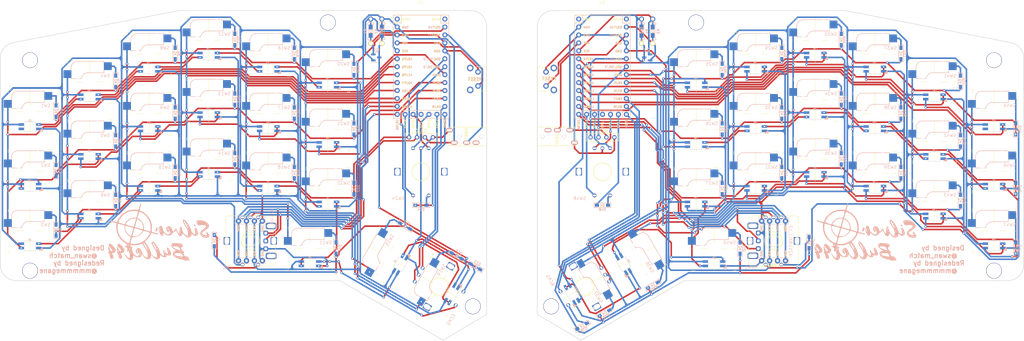
<source format=kicad_pcb>
(kicad_pcb (version 20240108) (generator "pcbnew") (generator_version "8.0")
  (layers (0 "F.Cu" signal) (31 "B.Cu" signal) (34 "B.Paste" user) (35 "F.Paste" user) (36 "B.SilkS" user "B.Silkscreen") (37 "F.SilkS" user "F.Silkscreen") (38 "B.Mask" user) (39 "F.Mask" user) (44 "Edge.Cuts" user))
  (net 0 "")
  (net 1 "SDA_L")
  (net 2 "SCL_L")
  (net 3 "+5V")
  (net 4 "GND")
  (net 5 "SDA_R")
  (net 6 "SCL_R")
  (net 7 "GNDR")
  (net 8 "Net-(D1-A)")
  (net 9 "Row0")
  (net 10 "Row1")
  (net 11 "Net-(D2-A)")
  (net 12 "Row2")
  (net 13 "Net-(D3-A)")
  (net 14 "Net-(D4-A)")
  (net 15 "Net-(D5-A)")
  (net 16 "Net-(D6-A)")
  (net 17 "Row3")
  (net 18 "Net-(D7-A)")
  (net 19 "Net-(D8-A)")
  (net 20 "Net-(D9-A)")
  (net 21 "Net-(D10-A)")
  (net 22 "Net-(D11-A)")
  (net 23 "Net-(D12-A)")
  (net 24 "Net-(D13-A)")
  (net 25 "Net-(D14-A)")
  (net 26 "Net-(D15-A)")
  (net 27 "Net-(D16-A)")
  (net 28 "Net-(D17-A)")
  (net 29 "Net-(D18-A)")
  (net 30 "Net-(D19-A)")
  (net 31 "Net-(D20-A)")
  (net 32 "Net-(D21-A)")
  (net 33 "Net-(D22-A)")
  (net 34 "Net-(D23-A)")
  (net 35 "Row4")
  (net 36 "Net-(D24-A)")
  (net 37 "Row5")
  (net 38 "Net-(D25-A)")
  (net 39 "Row6")
  (net 40 "Net-(D26-A)")
  (net 41 "Row7")
  (net 42 "Net-(D27-A)")
  (net 43 "Row8")
  (net 44 "Net-(D28-A)")
  (net 45 "Net-(D29-A)")
  (net 46 "Net-(D30-A)")
  (net 47 "Net-(D31-A)")
  (net 48 "Net-(D32-A)")
  (net 49 "Net-(D33-A)")
  (net 50 "Net-(D34-A)")
  (net 51 "Net-(D35-A)")
  (net 52 "Net-(D36-A)")
  (net 53 "Net-(D37-A)")
  (net 54 "Net-(D38-A)")
  (net 55 "Net-(D39-A)")
  (net 56 "Net-(D40-A)")
  (net 57 "Net-(D41-A)")
  (net 58 "Net-(D42-A)")
  (net 59 "Net-(D43-A)")
  (net 60 "Net-(D44-A)")
  (net 61 "Net-(D45-A)")
  (net 62 "Net-(D46-A)")
  (net 63 "Net-(D47-A)")
  (net 64 "Row9")
  (net 65 "Net-(D48-A)")
  (net 67 "DATA_L")
  (net 69 "DATA_R")
  (net 70 "Net-(L1-DOUT)")
  (net 71 "LED5V_L")
  (net 72 "Net-(L2-DOUT)")
  (net 73 "Net-(L3-DOUT)")
  (net 74 "Net-(L4-DOUT)")
  (net 75 "Net-(L5-DOUT)")
  (net 76 "Net-(L6-DOUT)")
  (net 77 "Net-(L7-DOUT)")
  (net 78 "Net-(L8-DOUT)")
  (net 79 "Net-(L10-DIN)")
  (net 80 "Net-(L10-DOUT)")
  (net 81 "Net-(L11-DOUT)")
  (net 82 "Net-(L12-DOUT)")
  (net 83 "Net-(L13-DOUT)")
  (net 84 "Net-(L14-DOUT)")
  (net 85 "Net-(L15-DOUT)")
  (net 86 "Net-(L16-DOUT)")
  (net 87 "Net-(L17-DOUT)")
  (net 88 "Net-(L18-DOUT)")
  (net 89 "Net-(L19-DOUT)")
  (net 90 "Net-(L20-DOUT)")
  (net 92 "Net-(L22-DOUT)")
  (net 93 "LED5V_R")
  (net 94 "Net-(L23-DOUT)")
  (net 95 "Net-(L24-DOUT)")
  (net 96 "Net-(L25-DOUT)")
  (net 97 "Net-(L26-DOUT)")
  (net 98 "Net-(L27-DOUT)")
  (net 99 "Net-(L28-DOUT)")
  (net 100 "Net-(L29-DOUT)")
  (net 101 "Net-(L30-DOUT)")
  (net 102 "Net-(L31-DOUT)")
  (net 103 "Net-(L32-DOUT)")
  (net 104 "Net-(L33-DOUT)")
  (net 105 "Net-(L34-DOUT)")
  (net 106 "Net-(L35-DOUT)")
  (net 107 "Net-(L36-DOUT)")
  (net 108 "Net-(L37-DOUT)")
  (net 109 "Net-(L38-DOUT)")
  (net 110 "Net-(L39-DOUT)")
  (net 111 "Net-(L40-DOUT)")
  (net 112 "Net-(L41-DOUT)")
  (net 114 "+3V3")
  (net 115 "LED3.3V_L")
  (net 116 "+3V3R")
  (net 117 "LED3.3V_R")
  (net 118 "RESET_L")
  (net 119 "RESET_R")
  (net 120 "Col0")
  (net 121 "Col1")
  (net 122 "RE2B")
  (net 123 "RE2A")
  (net 124 "Col2")
  (net 125 "Col3")
  (net 126 "Col4")
  (net 127 "Col5")
  (net 128 "RE1B")
  (net 129 "RE1A")
  (net 130 "Col6")
  (net 131 "RE3B")
  (net 132 "RE3A")
  (net 133 "Col7")
  (net 134 "RE4B")
  (net 135 "RE4A")
  (net 136 "Col8")
  (net 137 "Col9")
  (net 138 "Col10")
  (net 139 "Col11")
  (net 140 "RE5A")
  (net 141 "RE5B")
  (net 142 "Col12")
  (net 143 "RE6A")
  (net 144 "RE6B")
  (net 145 "Col13")
  (net 152 "+5VR")
  (footprint "taka_lib:MX1U_Hotswap" (layer "F.Cu") (at 322.15 102.465847)
    (property "Reference" "SW38")
    (property "Value" "SW_Push")
  )
  (footprint "kbd_Parts:Diode_SMD" (layer "F.Cu") (at 292.38443 83.177802 90)
    (property "Reference" "D29")
    (property "Value" "D" (hide yes))
  )
  (footprint "kbd_Parts:OLED" (layer "F.Cu") (at 231.226113 109.986691)
    (property "Reference" "OLED_L2")
    (property "Value" "OLED" (hide yes))
  )
  (footprint "kbd_Parts:Diode_SMD" (layer "F.Cu") (at 251.159892 157.25647 30)
    (property "Reference" "D36")
    (property "Value" "D" (hide yes))
  )
  (footprint "kbd_Parts:Diode_SMD" (layer "F.Cu") (at 98.418692 121.2778 90)
    (property "Reference" "D10")
    (property "Value" "D" (hide yes))
  )
  (footprint "kbd_Parts:Diode_SMD" (layer "F.Cu") (at 149.853693 145.407802 90)
    (property "Reference" "D11")
    (property "Value" "D" (hide yes))
  )
  (footprint "kbd:HOLE" (layer "F.Cu") (at 193.589261 164.060847)
    (property "Reference" "Ref3")
    (property "Value" "Val**")
  )
  (footprint "taka_lib:MX1U_Hotswap" (layer "F.Cu") (at 109.134263 98.020846)
    (property "Reference" "SW13")
    (property "Value" "SW_Push")
  )
  (footprint "taka_lib:MX1U_Hotswap" (layer "F.Cu") (at 265 107.545846)
    (property "Reference" "SW26")
    (property "Value" "SW_Push")
  )
  (footprint "taka_lib:MX1U_Hotswap" (layer "F.Cu") (at 147.234263 107.545846)
    (property "Reference" "SW21")
    (property "Value" "SW_Push")
  )
  (footprint "taka_lib:MX1U_Hotswap" (layer "F.Cu") (at 141.519262 145.645844)
    (property "Reference" "SW11")
    (property "Value" "SW_Push")
  )
  (footprint "MountingHole:MountingHole_2.2mm_M2" (layer "F.Cu") (at 194.224262 141.835846)
    (property "Reference" "J3" (hide yes))
    (property "Value" "Conn_01x01")
  )
  (footprint "kbd_Parts:Diode_SMD" (layer "F.Cu") (at 311.43443 116.832802 90)
    (property "Reference" "D35")
    (property "Value" "D" (hide yes))
  )
  (footprint "taka_lib:MX1U_Hotswap" (layer "F.Cu") (at 322.149999 121.515846)
    (property "Reference" "SW39")
    (property "Value" "SW_Push")
  )
  (footprint "taka_lib:RP2040Promicro" (layer "F.Cu") (at 235.036113 87.662417)
    (property "Reference" "U2")
    (property "Value" "RP2040Promicro")
  )
  (footprint "taka_lib:MX1U_Hotswap" (layer "F.Cu") (at 128.184263 83.415846)
    (property "Reference" "SW16")
    (property "Value" "SW_Push")
  )
  (footprint "kbd_Parts:Diode_SMD" (layer "F.Cu") (at 301.115856 143.621652 90)
    (property "Reference" "D44")
    (property "Value" "D" (hide yes))
  )
  (footprint "kbd:HOLE" (layer "F.Cu") (at 147.234265 73.255846)
    (property "Reference" "Ref1")
    (property "Value" "Val**")
  )
  (footprint "kbd_Parts:Diode_SMD" (layer "F.Cu") (at 311.43443 97.782802 90)
    (property "Reference" "D34")
    (property "Value" "D" (hide yes))
  )
  (footprint "taka_lib:MX1U_Hotswap" (layer "F.Cu") (at 90.084261 121.515846)
    (property "Reference" "SW10")
    (property "Value" "SW_Push")
  )
  (footprint "kbd_Parts:Diode_SMD" (layer "F.Cu") (at 60.318691 139.6928 90)
    (property "Reference" "D3")
    (property "Value" "D" (hide yes))
  )
  (footprint "taka_lib:MX1U_Hotswap" (layer "F.Cu") (at 128.184333 102.465846)
    (property "Reference" "SW17")
    (property "Value" "SW_Push")
  )
  (footprint "kbd_Parts:Diode_SMD" (layer "F.Cu") (at 349.53443 130.167802 90)
    (property "Reference" "D43")
    (property "Value" "D" (hide yes))
  )
  (footprint "taka_lib:MX1U_Hotswap" (layer "F.Cu") (at 265 88.495846)
    (property "Reference" "SW25")
    (property "Value" "SW_Push")
  )
  (footprint "kbd_Parts:Diode_SMD" (layer "F.Cu") (at 367.195599 126.357575 90)
    (property "Reference" "D46")
    (property "Value" "D" (hide yes))
  )
  (footprint "MountingHole:MountingHole_2.2mm_M2" (layer "F.Cu") (at 194.224263 73.255845)
    (property "Reference" "J5" (hide yes))
    (property "Value" "Conn_01x01")
  )
  (footprint "kbd_Parts:Diode_SMD" (layer "F.Cu") (at 79.368691 111.1178 90)
    (property "Reference" "D5")
    (property "Value" "D" (hide yes))
  )
  (footprint "kbd_Parts:Diode_SMD" (layer "F.Cu") (at 228.537998 170.353356 30)
    (property "Reference" "D28")
    (property "Value" "D" (hide yes))
  )
  (footprint "taka_lib:MX1U_Hotswap" (layer "F.Cu") (at 270.715 145.645846)
    (property "Reference" "SW40")
    (property "Value" "SW_Push")
  )
  (footprint "kbd_Parts:Diode_SMD" (layer "F.Cu") (at 194.411898 151.357536 150)
    (property "Reference" "D23")
    (property "Value" "D" (hide yes))
  )
  (footprint "Keebio-Parts.pretty-master:Resistor-Hybrid-Back" (layer "F.Cu") (at 160.92655 76.053793 90)
    (property "Reference" "R1")
    (property "Value" "1k")
  )
  (footprint "kbd_Parts:Diode_SMD" (layer "F.Cu") (at 98.418691 102.227801 90)
    (property "Reference" "D9")
    (property "Value" "D" (hide yes))
  )
  (footprint "kbd_Parts:Diode_SMD" (layer "F.Cu") (at 171.951938 138.390272 150)
    (property "Reference" "D15")
    (property "Value" "D" (hide yes))
  )
  (footprint "taka_lib:MX1U_Hotswap" (layer "F.Cu") (at 303.100001 98.020846)
    (property "Reference" "SW34")
    (property "Value" "SW_Push")
  )
  (footprint "taka_lib:EC12RE" (layer "F.Cu") (at 229.44 157.710846 120)
    (property "Reference" "SW28")
    (property "Value" "RotaryEncoder_Switch")
  )
  (footprint "taka_lib:MX1U_Hotswap" (layer "F.Cu") (at 360.249999 139.930847)
    (property "Reference" "SW47")
    (property "Value" "SW_Push")
  )
  (footprint "taka_lib:MX1U_Hotswap" (layer "F.Cu") (at 166.284263 148.185844 60)
    (property "Reference" "SW15")
    (property "Value" "SW_Push")
  )
  (footprint "taka_lib:MX1U_Hotswap_RE" (layer "F.Cu") (at 182.79426 157.710847 60)
    (property "Reference" "SW19")
    (property "Value" "SW_Push")
  )
  (footprint "kbd_Parts:Diode_SMD" (layer "F.Cu") (at 279.04943 145.407802 90)
    (property "Reference" "D40")
    (property "Value" "D" (hide yes))
  )
  (footprint "kbd_Parts:Diode_SMD" (layer "F.Cu") (at 136.518691 102.227802 90)
    (property "Reference" "D17")
    (property "Value" "D" (hide yes))
  )
  (footprint "THQWGD001:THQWGD001" (layer "F.Cu") (at 122.469262 143.105846 180)
    (property "Reference" "SW7" (hide yes))
    (property "Value" "RotaryEncoder_Switch" (hide yes))
  )
  (footprint "kbd_Parts:Diode_SMD" (layer "F.Cu") (at 330.48443 102.227802 90)
    (property "Reference" "D38")
    (property "Value" "D" (hide yes))
  )
  (footprint "kbd_Parts:OLED" (layer "F.Cu") (at 173.190002 109.98669)
    (property "Reference" "OLED_L1")
    (property "Value" "OLED" (hide yes))
  )
  (footprint "kbd_Parts:Diode_SMD" (layer "F.Cu") (at 235.681754 166.186166 30)
    (property "Reference" "D32")
    (property "Value" "D" (hide yes))
  )
  (footprint "taka_lib:MX1U_Hotswap" (layer "F.Cu") (at 90.084263 102.465846)
    (property "Reference" "SW9")
    (property "Value" "SW_Push")
  )
  (footprint "taka_lib:MX1U_Hotswap" (layer "F.Cu") (at 341.199999 92.305846)
    (property "Reference" "SW41")
    (property "Value" "SW_Push")
  )
  (footprint "kbd:HOLE" (layer "F.Cu") (at 51.98426 152.630847)
    (property "Reference" "Ref5")
    (property "Value" "Val**")
  )
  (footprint "kbd:HOLE" (layer "F.Cu") (at 360.25 85.320846)
    (property "Reference" "Ref2")
    (property "Value" "Val**")
  )
  (footprint "MountingHole:MountingHole_2.2mm_M2" (layer "F.Cu") (at 251.665 124.055846)
    (property "Reference" "J4" (hide yes))
    (property "Value" "Conn_01x01")
  )
  (footprint "MountingHole:MountingHole_2.2mm_M2" (layer "F.Cu") (at 218.009999 73.255847)
    (property "Reference" "J5" (hide yes))
    (property "Value" "Conn_01x01")
  )
  (footprint "taka_lib:EC12RE" (layer "F.Cu") (at 122.469262 143.105846 180)
    (property "Reference" "SW7")
    (property "Value" "RotaryEncoder_Switch")
  )
  (footprint "Keebio-Parts.pretty-master:Resistor-Hybrid-Back" (layer "F.Cu") (at 251.109564 76.053793 90)
    (property "Reference" "R3")
    (property "Value" "1k")
  )
  (footprint "taka_lib:MX1U_Hotswap" (layer "F.Cu") (at 303.1 78.970846)
    (property "Reference" "SW33")
    (property "Value" "SW_Push")
  )
  (footprint "taka_lib:EC12RE" (layer "F.Cu") (at 182.79426 157.710847 -120)
    (property "Reference" "SW23")
    (property "Value" "RotaryEncoder_Switch")
  )
  (footprint "kbd_Parts:Diode_SMD" (layer "F.Cu") (at 117.468691 78.732803 90)
    (property "Reference" "D12")
    (property "Value" "D" (hide yes))
  )
  (footprint "taka_lib:MX1U_Hotswap" (layer "F.Cu") (at 284.05 121.515846)
    (property "Reference" "SW31")
    (property "Value" "SW_Push")
  )
  (footprint "taka_lib:MX1U_Hotswap" (layer "F.Cu") (at 128.184264 121.515845)
    (property "Reference" "SW18")
    (property "Value" "SW_Push")
  )
  (footprint "taka_lib:MX1U_Hotswap" (layer "F.Cu") (at 284.05 102.465846)
    (property "Reference" "SW30")
    (property "Value" "SW_Push")
  )
  (footprint "THQWGD001:THQWGD001" (layer "F.Cu") (at 289.765 143.105846)
    (property "Reference" "SW44")
    (property "Value" "RotaryEncoder_Switch" (hide yes))
  )
  (footprint "kbd_Parts:Diode_SMD" (layer "F.Cu") (at 79.368691 130.1678 90)
    (property "Reference" "D6")
    (property "Value" "D" (hide yes))
  )
  (footprint "kbd_Parts:Diode_SMD" (layer "F.Cu") (at 136.518691 121.277802 90)
    (property "Reference" "D18")
    (property "Value" "D" (hide yes))
  )
  (footprint "taka_lib:AZ1UBALL" (layer "F.Cu") (at 289.765 143.105846 -90)
    (property "Reference" "AZ1UBALL_L2")
    (property "Value" "AZ1UBALL")
  )
  (footprint "taka_lib:MX1U_Hotswap" (layer "F.Cu") (at 51.984261 101.830845)
    (property "Reference" "SW1")
    (property "Value" "SW_Push")
  )
  (footprint "kbd_Parts:Diode_SMD" (layer "F.Cu") (at 292.38443 121.277802 90)
    (property "Reference" "D31")
    (property "Value" "D" (hide yes))
  )
  (footprint "taka_lib:EC12RE" (layer "F.Cu") (at 177 121 180)
    (property "Reference" "SW24")
    (property "Value" "RotaryEncoder_Switch")
  )
  (footprint "kbd_Parts:Diode_SMD" (layer "F.Cu") (at 98.418691 83.177805 90)
    (property "Reference" "D8")
    (property "Value" "D" (hide yes))
  )
  (footprint "kbd_Parts:Diode_SMD" (layer "F.Cu") (at 155.568694 88.257801 90)
    (property "Reference" "D20")
    (property "Value" "D" (hide yes))
  )
  (footprint "taka_lib:MX1U_Hotswap" (layer "F.Cu") (at 147.234263 88.495847)
    (property "Reference" "SW20")
    (property "Value" "SW_Push")
  )
  (footprint "kbd_Parts:Diode_SMD" (layer "F.Cu") (at 367.195599 107.30756 90)
    (property "Reference" "D45")
    (property "Value" "D" (hide yes))
  )
  (footprint "taka_lib:MX1U_Hotswap" (layer "F.Cu") (at 245.95 148.185846 -60)
    (property "Reference" "SW36")
    (property "Value" "SW_Push")
  )
  (footprint "taka_lib:MX1U_Hotswap" (layer "F.Cu") (at 51.984262 139.930844)
    (property "Reference" "SW3")
    (property "Value" "SW_Push")
  )
  (footprint "kbd_Parts:Diode_SMD" (layer "F.Cu") (at 330.48443 83.177802 90)
    (property "Reference" "D37")
    (property "Value" "D" (hide yes))
  )
  (footprint "kbd_Parts:Diode_SMD" (layer "F.Cu") (at 136.518691 83.177802 90)
    (property "Reference" "D16")
    (property "Value" "D" (hide yes))
  )
  (footprint "Keebio-Parts.pretty-master:Resistor-Hybrid-Back" (layer "F.Cu") (at 164.498428 76.053793 90)
    (property "Reference" "R2")
    (property "Value" "560")
  )
  (footprint "taka_lib:MX1U_Hotswap" (layer "F.Cu") (at 109.134263 78.970847)
    (property "Reference" "SW12")
    (property "Value" "SW_Push")
  )
  (footprint "taka_lib:MX1U_Hotswap" (layer "F.Cu") (at 341.199999 130.405846)
    (property "Reference" "SW43")
    (property "Value" "SW_Push")
  )
  (footprint "kbd_Parts:Diode_SMD" (layer "F.Cu") (at 273.33443 126.357802 90)
    (property "Reference" "D27")
    (property "Value" "D" (hide yes))
  )
  (footprint "kbd_Parts:Diode_SMD" (layer "F.Cu") (at 311.43443 78.732802 90)
    (property "Reference" "D33")
    (property "Value" "D" (hide yes))
  )
  (footprint "kbd:HOLE" (layer "F.Cu") (at 360.25 152.630846)
    (property "Reference" "Ref5")
    (property "Value" "Val**")
  )
  (footprint "taka_lib:MX1U_Hotswap" (layer "F.Cu") (at 90.084263 83.415846)
    (property "Reference" "SW8")
    (property "Value" "SW_Push")
  )
  (footprint "kbd_Parts:Diode_SMD" (layer "F.Cu") (at 188.449736 147.915279 150)
    (property "Reference" "D19")
    (property "Value" "D" (hide yes))
  )
  (footprint "kbd_Parts:Diode_SMD" (layer "F.Cu") (at 79.368692 92.0678 90)
    (property "Reference" "D4")
    (property "Value" "D" (hide yes))
  )
  (footprint "taka_lib:MX1U_Hotswap" (layer "F.Cu") (at 322.15 83.415847)
    (property "Reference" "SW37")
    (property "Value" "SW_Push")
  )
  (footprint "taka_lib:MX1U_Hotswap_RE" (layer "F.Cu") (at 229.44 157.710846 -60)
    (property "Reference" "SW32")
    (property "Value" "SW_Push")
  )
  (footprint "MountingHole:MountingHole_2.2mm_M2" (layer "F.Cu") (at 218.01 141.835846)
    (property "Reference" "J3" (hide yes))
    (property "Value" "Conn_01x01")
  )
  (footprint "taka_lib:RP2040Promicro" (layer "F.Cu") (at 176.999997 87.662415)
    (property "Reference" "U1")
    (property "Value" "RP2040Promicro")
  )
  (footprint "MountingHole:MountingHole_2.2mm_M2" (layer "F.Cu") (at 160.569262 124.055845)
    (property "Reference" "J4" (hide yes))
    (property "Value" "Conn_01x01")
  )
  (footprint "taka_lib:MX1U_Hotswap" (layer "F.Cu") (at 341.199999 111.355846)
    (property "Reference" "SW42")
    (property "Value" "SW_Push")
  )
  (footprint "kbd_Parts:Diode_SMD" (layer "F.Cu") (at 110.920256 143.02634 90)
    (property "Reference" "D7")
    (property "Value" "D" (hide yes))
  )
  (footprint "kbd_Parts:Diode_SMD" (layer "F.Cu") (at 60.318691 120.6428 90)
    (property "Reference" "D2")
    (property "Value" "D" (hide yes))
  )
  (footprint "kbd_Parts:Diode_SMD" (layer "F.Cu") (at 349.53443 111.117802 90)
    (property "Reference" "D42")
    (property "Value" "D" (hide yes))
  )
  (footprint "taka_lib:MX1U_Hotswap" (layer "F.Cu") (at 284.05 83.415846)
    (property "Reference" "SW29")
    (property "Value" "SW_Push")
  )
  (footprint "taka_lib:MX1U_Hotswap" (layer "F.Cu") (at 51.984262 120.880844)
    (property "Reference" "SW2")
    (property "Value" "SW_Push")
  )
  (footprint "kbd_Parts:Diode_SMD" (layer "F.Cu") (at 273.33443 88.257802 90)
    (property "Reference" "D25")
    (property "Value" "D" (hide yes))
  )
  (footprint "Keebio-Parts.pretty-master:Resistor-Hybrid-Back" (layer "F.Cu") (at 247.537686 76.053793 90)
    (property "Reference" "R4")
    (property "Value" "560")
  )
  (footprint "kbd_Parts:Diode_SMD" (layer "F.Cu") (at 367.195599 145.407591 90)
    (property "Reference" "D47")
    (property "Value" "D" (hide yes))
  )
  (footprint "kbd_Parts:Diode_SMD" (layer "F.Cu") (at 176.999999 131.715395)
    (property "Reference" "D24")
    (property "Value" "D" (hide yes))
  )
  (footprint "taka_lib:EC12RE" (layer "F.Cu") (at 289.765 143.105846 180)
    (property "Reference" "SW44")
    (property "Value" "RotaryEncoder_Switch")
  )
  (footprint "kbd_Parts:Diode_SMD" (layer "F.Cu") (at 155.568694 126.357801 90)
    (property "Reference" "D22")
    (property "Value" "D" (hide yes))
  )
  (footprint "kbd_Parts:Diode_SMD" (layer "F.Cu") (at 273.33443 107.307802 90)
    (property "Reference" "D26")
    (property "Value" "D" (hide yes))
  )
  (footprint "kbd:HOLE" (layer "F.Cu") (at 218.645 164.060846)
    (property "Reference" "Ref3")
    (property "Value" "Val**")
  )
  (footprint "taka_lib:MX1U_Hotswap" (layer "F.Cu") (at 360.249999 101.830846)
    (property "Reference" "SW45")
    (property "Value" "SW_Push")
  )
  (footprint "kbd_Parts:Diode_SMD" (layer "F.Cu") (at 330.48443 121.277802 90)
    (property "Reference" "D39")
    (property "Value" "D" (hide yes))
  )
  (footprint "taka_lib:EC12RE" (layer "F.Cu") (at 235.036113 121 180)
    (property "Reference" "SW48")
    (property "Value" "RotaryEncoder_Switch")
  )
  (footprint "taka_lib:MX1U_Hotswap" (layer "F.Cu") (at 71.034262 130.405844)
    (property "Reference" "SW6")
    (property "Value" "SW_Push")
  )
  (footprint "taka_lib:MX1U_Hotswap" (layer "F.Cu") (at 265 126.595846)
    (property "Reference" "SW27")
    (property "Value" "SW_Push")
  )
  (footprint "kbd_Parts:Diode_SMD" (layer "F.Cu") (at 60.318691 101.5928 90)
    (property "Reference" "D1")
    (property "Value" "D" (hide yes))
  )
  (footprint "kbd_Parts:Diode_SMD" (layer "F.Cu") (at 235.036113 131.715392)
    (property "Reference" "D48")
    (property "Value" "D" (hide yes))
  )
  (footprint "taka_lib:MX1U_Hotswap" (layer "F.Cu") (at 147.234263 126.595846)
    (property "Reference" "SW22")
    (property "Value" "SW_Push")
  )
  (footprint "taka_lib:AZ1UBALL" (layer "F.Cu") (at 122.469262 143.105846 90)
    (property "Reference" "AZ1UBALL_L1")
    (property "Value" "AZ1UBALL")
  )
  (footprint "kbd:HOLE" (layer "F.Cu") (at 51.98426 85.320847)
    (property "Reference" "Ref2")
    (property "Value" "Val**")
  )
  (footprint "taka_lib:MX1U_Hotswap" (layer "F.Cu") (at 360.249999 120.880847)
    (property "Reference" "SW46")
    (property "Value" "SW_Push")
  )
  (footprint "kbd_Parts:Diode_SMD" (layer "F.Cu") (at 117.468691 97.782805 90)
    (property "Reference" "D13")
    (property "Value" "D" (hide yes))
  )
  (footprint "taka_lib:MX1U_Hotswap" (layer "F.Cu") (at 303.100001 117.070846)
    (property "Reference" "SW35")
    (property "Value" "SW_Push")
  )
  (footprint "taka_lib:MX1U_Hotswap" (layer "F.Cu") (at 71.034261 92.305849)
    (property "Reference" "SW4")
    (property "Value" "SW_Push")
  )
  (footprint "kbd_Parts:Diode_SMD" (layer "F.Cu") (at 155.568694 107.307801 90)
    (property "Reference" "D21")
    (property "Value" "D" (hide yes))
  )
  (footprint "taka_lib:MX1U_Hotswap" (layer "F.Cu") (at 109.134263 117.070846)
    (property "Reference" "SW14")
    (property "Value" "SW_Push")
  )
  (footprint "kbd:HOLE" (layer "F.Cu") (at 265 73.255846)
    (property "Reference" "Ref1")
    (property "Value" "Val**")
  )
  (footprint "taka_lib:MX1U_Hotswap" (layer "F.Cu") (at 71.034262 111.355848)
    (property "Reference" "SW5")
    (property "Value" "SW_Push")
  )
  (footprint "kbd_Parts:Diode_SMD" (layer "F.Cu") (at 292.38443 102.227802 90)
    (property "Reference" "D30")
    (property "Value" "D" (hide yes))
  )
  (footprint "kbd_Parts:Diode_SMD" (layer "F.Cu") (at 117.468691 116.832805 90)
    (property "Reference" "D14")
    (property "Value" "D" (hide yes))
  )
  (footprint "kbd_Parts:Diode_SMD" (layer "F.Cu") (at 349.53443 92.067802 90)
    (property "Reference" "D41")
    (property "Value" "D" (hide yes))
  )
  (footprint "kbd:YS-SK6812MINI-E" (layer "B.Cu") (at 90.08426 88.178359 180)
    (property "Reference" "L19")
    (property "Value" "YS-SK6812MINI-E" (hide yes))
    (fp_line (start 1.8 1.55) (end -1.8 1.55) (stroke (width 0.1)) (layer "Edge.Cuts"))
    (fp_line (start 1.8 -1.55) (end 1.8 1.55) (stroke (width 0.1)) (layer "Edge.Cuts"))
    (fp_line (start -1.8 1.55) (end -1.8 -1.55) (stroke (width 0.1)) (layer "Edge.Cuts"))
    (fp_line (start -1.8 -1.55) (end 1.8 -1.55) (stroke (width 0.1)) (layer "Edge.Cuts"))
  )
  (footprint "kbd:YS-SK6812MINI-E" (layer "B.Cu") (at 360.25 144.693359 180)
    (property "Reference" "L30")
    (property "Value" "YS-SK6812MINI-E" (hide yes))
    (fp_line (start 1.8 1.55) (end -1.8 1.55) (stroke (width 0.1)) (layer "Edge.Cuts"))
    (fp_line (start 1.8 -1.55) (end 1.8 1.55) (stroke (width 0.1)) (layer "Edge.Cuts"))
    (fp_line (start -1.8 1.55) (end -1.8 -1.55) (stroke (width 0.1)) (layer "Edge.Cuts"))
    (fp_line (start -1.8 -1.55) (end 1.8 -1.55) (stroke (width 0.1)) (layer "Edge.Cuts"))
  )
  (footprint "kbd:YS-SK6812MINI-E" (layer "B.Cu") (at 241.825544 150.567102 120)
    (property "Reference" "L23")
    (property "Value" "YS-SK6812MINI-E" (hide yes))
    (fp_line (start 1.8 -1.55) (end 1.8 1.55) (stroke (width 0.1)) (layer "Edge.Cuts"))
    (fp_line (start -1.8 -1.55) (end 1.8 -1.55) (stroke (width 0.1)) (layer "Edge.Cuts"))
    (fp_line (start 1.8 1.55) (end -1.8 1.55) (stroke (width 0.1)) (layer "Edge.Cuts"))
    (fp_line (start -1.8 1.55) (end -1.8 -1.55) (stroke (width 0.1)) (layer "Edge.Cuts"))
  )
  (footprint "kbd:YS-SK6812MINI-E" (layer "B.Cu") (at 71.034262 116.118358 180)
    (property "Reference" "L11")
    (property "Value" "YS-SK6812MINI-E" (hide yes))
    (fp_line (start 1.8 1.55) (end -1.8 1.55) (stroke (width 0.1)) (layer "Edge.Cuts"))
    (fp_line (start 1.8 -1.55) (end 1.8 1.55) (stroke (width 0.1)) (layer "Edge.Cuts"))
    (fp_line (start -1.8 1.55) (end -1.8 -1.55) (stroke (width 0.1)) (layer "Edge.Cuts"))
    (fp_line (start -1.8 -1.55) (end 1.8 -1.55) (stroke (width 0.1)) (layer "Edge.Cuts"))
  )
  (footprint "kbd:YS-SK6812MINI-E" (layer "B.Cu") (at 71.034262 135.168358 180)
    (property "Reference" "L8")
    (property "Value" "YS-SK6812MINI-E" (hide yes))
    (fp_line (start 1.8 1.55) (end -1.8 1.55) (stroke (width 0.1)) (layer "Edge.Cuts"))
    (fp_line (start 1.8 -1.55) (end 1.8 1.55) (stroke (width 0.1)) (layer "Edge.Cuts"))
    (fp_line (start -1.8 1.55) (end -1.8 -1.55) (stroke (width 0.1)) (layer "Edge.Cuts"))
    (fp_line (start -1.8 -1.55) (end 1.8 -1.55) (stroke (width 0.1)) (layer "Edge.Cuts"))
  )
  (footprint "kbd:YS-SK6812MINI-E" (layer "B.Cu") (at 141.519262 150.408358 180)
    (property "Reference" "L3")
    (property "Value" "YS-SK6812MINI-E" (hide yes))
    (fp_line (start 1.8 1.55) (end -1.8 1.55) (stroke (width 0.1)) (layer "Edge.Cuts"))
    (fp_line (start 1.8 -1.55) (end 1.8 1.55) (stroke (width 0.1)) (layer "Edge.Cuts"))
    (fp_line (start -1.8 1.55) (end -1.8 -1.55) (stroke (width 0.1)) (layer "Edge.Cuts"))
    (fp_line (start -1.8 -1.55) (end 1.8 -1.55) (stroke (width 0.1)) (layer "Edge.Cuts"))
  )
  (footprint "kbd:YS-SK6812MINI-E" (layer "B.Cu") (at 109.13426 83.733359 180)
    (property "Reference" "L18")
    (property "Value" "YS-SK6812MINI-E" (hide yes))
    (fp_line (start 1.8 1.55) (end -1.8 1.55) (stroke (width 0.1)) (layer "Edge.Cuts"))
    (fp_line (start 1.8 -1.55) (end 1.8 1.55) (stroke (width 0.1)) (layer "Edge.Cuts"))
    (fp_line (start -1.8 1.55) (end -1.8 -1.55) (stroke (width 0.1)) (layer "Edge.Cuts"))
    (fp_line (start -1.8 -1.55) (end 1.8 -1.55) (stroke (width 0.1)) (layer "Edge.Cuts"))
  )
  (footprint "kbd:YS-SK6812MINI-E" (layer "B.Cu") (at 109.13426 121.833361 180)
    (property "Reference" "L6")
    (property "Value" "YS-SK6812MINI-E" (hide yes))
    (fp_line (start 1.8 1.55) (end -1.8 1.55) (stroke (width 0.1)) (layer "Edge.Cuts"))
    (fp_line (start 1.8 -1.55) (end 1.8 1.55) (stroke (width 0.1)) (layer "Edge.Cuts"))
    (fp_line (start -1.8 1.55) (end -1.8 -1.55) (stroke (width 0.1)) (layer "Edge.Cuts"))
    (fp_line (start -1.8 -1.55) (end 1.8 -1.55) (stroke (width 0.1)) (layer "Edge.Cuts"))
  )
  (footprint "kbd:YS-SK6812MINI-E" (layer "B.Cu") (at 128.18426 88.178358 180)
    (property "Reference" "L17")
    (property "Value" "YS-SK6812MINI-E" (hide yes))
    (fp_line (start 1.8 1.55) (end -1.8 1.55) (stroke (width 0.1)) (layer "Edge.Cuts"))
    (fp_line (start 1.8 -1.55) (end 1.8 1.55) (stroke (width 0.1)) (layer "Edge.Cuts"))
    (fp_line (start -1.8 1.55) (end -1.8 -1.55) (stroke (width 0.1)) (layer "Edge.Cuts"))
    (fp_line (start -1.8 -1.55) (end 1.8 -1.55) (stroke (width 0.1)) (layer "Edge.Cuts"))
  )
  (footprint "kbd:YS-SK6812MINI-E" (layer "B.Cu") (at 284.05 107.228358 180)
    (property "Reference" "L35")
    (property "Value" "YS-SK6812MINI-E" (hide yes))
    (fp_line (start 1.8 1.55) (end -1.8 1.55) (stroke (width 0.1)) (layer "Edge.Cuts"))
    (fp_line (start 1.8 -1.55) (end 1.8 1.55) (stroke (width 0.1)) (layer "Edge.Cuts"))
    (fp_line (start -1.8 1.55) (end -1.8 -1.55) (stroke (width 0.1)) (layer "Edge.Cuts"))
    (fp_line (start -1.8 -1.55) (end 1.8 -1.55) (stroke (width 0.1)) (layer "Edge.Cuts"))
  )
  (footprint "kbd:YS-SK6812MINI-E" (layer "B.Cu") (at 322.15 88.178358 180)
    (property "Reference" "L40")
    (property "Value" "YS-SK6812MINI-E" (hide yes))
    (fp_line (start 1.8 1.55) (end -1.8 1.55) (stroke (width 0.1)) (layer "Edge.Cuts"))
    (fp_line (start 1.8 -1.55) (end 1.8 1.55) (stroke (width 0.1)) (layer "Edge.Cuts"))
    (fp_line (start -1.8 1.55) (end -1.8 -1.55) (stroke (width 0.1)) (layer "Edge.Cuts"))
    (fp_line (start -1.8 -1.55) (end 1.8 -1.55) (stroke (width 0.1)) (layer "Edge.Cuts"))
  )
  (footprint "Package_TO_SOT_SMD:SOT-23" (layer "B.Cu") (at 249.323625 84.432718 180)
    (property "Reference" "Q2")
    (property "Value" "BSS138")
  )
  (footprint "kbd:YS-SK6812MINI-E" (layer "B.Cu") (at 128.184332 107.228359 180)
    (property "Reference" "L14")
    (property "Value" "YS-SK6812MINI-E" (hide yes))
    (fp_line (start 1.8 1.55) (end -1.8 1.55) (stroke (width 0.1)) (layer "Edge.Cuts"))
    (fp_line (start 1.8 -1.55) (end 1.8 1.55) (stroke (width 0.1)) (layer "Edge.Cuts"))
    (fp_line (start -1.8 1.55) (end -1.8 -1.55) (stroke (width 0.1)) (layer "Edge.Cuts"))
    (fp_line (start -1.8 -1.55) (end 1.8 -1.55) (stroke (width 0.1)) (layer "Edge.Cuts"))
  )
  (footprint "kbd:YS-SK6812MINI-E" (layer "B.Cu") (at 322.15 107.228358 180)
    (property "Reference" "L33")
    (property "Value" "YS-SK6812MINI-E" (hide yes))
    (fp_line (start 1.8 1.55) (end -1.8 1.55) (stroke (width 0.1)) (layer "Edge.Cuts"))
    (fp_line (start 1.8 -1.55) (end 1.8 1.55) (stroke (width 0.1)) (layer "Edge.Cuts"))
    (fp_line (start -1.8 1.55) (end -1.8 -1.55) (stroke (width 0.1)) (layer "Edge.Cuts"))
    (fp_line (start -1.8 -1.55) (end 1.8 -1.55) (stroke (width 0.1)) (layer "Edge.Cuts"))
  )
  (footprint "kbd:YS-SK6812MINI-E" (layer "B.Cu") (at 341.2 135.168359 180)
    (property "Reference" "L29")
    (property "Value" "YS-SK6812MINI-E" (hide yes))
    (fp_line (start 1.8 1.55) (end -1.8 1.55) (stroke (width 0.1)) (layer "Edge.Cuts"))
    (fp_line (start 1.8 -1.55) (end 1.8 1.55) (stroke (width 0.1)) (layer "Edge.Cuts"))
    (fp_line (start -1.8 1.55) (end -1.8 -1.55) (stroke (width 0.1)) (layer "Edge.Cuts"))
    (fp_line (start -1.8 -1.55) (end 1.8 -1.55) (stroke (width 0.1)) (layer "Edge.Cuts"))
  )
  (footprint "kbd:YS-SK6812MINI-E" (layer "B.Cu") (at 322.15 126.278359 180)
    (property "Reference" "L28")
    (property "Value" "YS-SK6812MINI-E" (hide yes))
    (fp_line (start 1.8 1.55) (end -1.8 1.55) (stroke (width 0.1)) (layer "Edge.Cuts"))
    (fp_line (start 1.8 -1.55) (end 1.8 1.55) (stroke (width 0.1)) (layer "Edge.Cuts"))
    (fp_line (start -1.8 1.55) (end -1.8 -1.55) (stroke (width 0.1)) (layer "Edge.Cuts"))
    (fp_line (start -1.8 -1.55) (end 1.8 -1.55) (stroke (width 0.1)) (layer "Edge.Cuts"))
  )
  (footprint "kbd:YS-SK6812MINI-E" (layer "B.Cu") (at 109.13426 102.783359 180)
    (property "Reference" "L13")
    (property "Value" "YS-SK6812MINI-E" (hide yes))
    (fp_line (start 1.8 1.55) (end -1.8 1.55) (stroke (width 0.1)) (layer "Edge.Cuts"))
    (fp_line (start 1.8 -1.55) (end 1.8 1.55) (stroke (width 0.1)) (layer "Edge.Cuts"))
    (fp_line (start -1.8 1.55) (end -1.8 -1.55) (stroke (width 0.1)) (layer "Edge.Cuts"))
    (fp_line (start -1.8 -1.55) (end 1.8 -1.55) (stroke (width 0.1)) (layer "Edge.Cuts"))
  )
  (footprint "kbd:YS-SK6812MINI-E" (layer "B.Cu") (at 303.1 121.833358 180)
    (property "Reference" "L27")
    (property "Value" "YS-SK6812MINI-E" (hide yes))
    (fp_line (start 1.8 1.55) (end -1.8 1.55) (stroke (width 0.1)) (layer "Edge.Cuts"))
    (fp_line (start 1.8 -1.55) (end 1.8 1.55) (stroke (width 0.1)) (layer "Edge.Cuts"))
    (fp_line (start -1.8 1.55) (end -1.8 -1.55) (stroke (width 0.1)) (layer "Edge.Cuts"))
    (fp_line (start -1.8 -1.55) (end 1.8 -1.55) (stroke (width 0.1)) (layer "Edge.Cuts"))
  )
  (footprint "kbd:YS-SK6812MINI-E" (layer "B.Cu") (at 51.984262 106.593356 180)
    (property "Reference" "L21")
    (property "Value" "YS-SK6812MINI-E" (hide yes))
    (fp_line (start 1.8 1.55) (end -1.8 1.55) (stroke (width 0.1)) (layer "Edge.Cuts"))
    (fp_line (start 1.8 -1.55) (end 1.8 1.55) (stroke (width 0.1)) (layer "Edge.Cuts"))
    (fp_line (start -1.8 1.55) (end -1.8 -1.55) (stroke (width 0.1)) (layer "Edge.Cuts"))
    (fp_line (start -1.8 -1.55) (end 1.8 -1.55) (stroke (width 0.1)) (layer "Edge.Cuts"))
  )
  (footprint "kbd_Parts:TRRS_MJ-4PP-9" (layer "B.Cu") (at 191.919855 109.694013 90)
    (property "Reference" "JACK1")
    (property "Value" "MJ-4PP-9" (hide yes))
  )
  (footprint "kbd:YS-SK6812MINI-E" (layer "B.Cu") (at 225.315544 160.092102 120)
    (property "Reference" "L22")
    (property "Value" "YS-SK6812MINI-E" (hide yes))
    (fp_line (start 1.8 -1.55) (end 1.8 1.55) (stroke (width 0.1)) (layer "Edge.Cuts"))
    (fp_line (start -1.8 -1.55) (end 1.8 -1.55) (stroke (width 0.1)) (layer "Edge.Cuts"))
    (fp_line (start 1.8 1.55) (end -1.8 1.55) (stroke (width 0.1)) (layer "Edge.Cuts"))
    (fp_line (start -1.8 1.55) (end -1.8 -1.55) (stroke (width 0.1)) (layer "Edge.Cuts"))
  )
  (footprint "kbd:YS-SK6812MINI-E" (layer "B.Cu") (at 51.984262 144.693357 180)
    (property "Reference" "L9")
    (property "Value" "YS-SK6812MINI-E" (hide yes))
    (fp_line (start 1.8 1.55) (end -1.8 1.55) (stroke (width 0.1)) (layer "Edge.Cuts"))
    (fp_line (start 1.8 -1.55) (end 1.8 1.55) (stroke (width 0.1)) (layer "Edge.Cuts"))
    (fp_line (start -1.8 1.55) (end -1.8 -1.55) (stroke (width 0.1)) (layer "Edge.Cuts"))
    (fp_line (start -1.8 -1.55) (end 1.8 -1.55) (stroke (width 0.1)) (layer "Edge.Cuts"))
  )
  (footprint "footprints:silverbullet" (layer "B.Cu") (at 93 140 180)
    (property "Reference" "G*2" (hide yes))
    (property "Value" "LOGO" (hide yes))
  )
  (footprint "kbd:YS-SK6812MINI-E" (layer "B.Cu") (at 270.715 150.408358 180)
    (property "Reference" "L24")
    (property "Value" "YS-SK6812MINI-E" (hide yes))
    (fp_line (start 1.8 1.55) (end -1.8 1.55) (stroke (width 0.1)) (layer "Edge.Cuts"))
    (fp_line (start 1.8 -1.55) (end 1.8 1.55) (stroke (width 0.1)) (layer "Edge.Cuts"))
    (fp_line (start -1.8 1.55) (end -1.8 -1.55) (stroke (width 0.1)) (layer "Edge.Cuts"))
    (fp_line (start -1.8 -1.55) (end 1.8 -1.55) (stroke (width 0.1)) (layer "Edge.Cuts"))
  )
  (footprint "kbd:YS-SK6812MINI-E" (layer "B.Cu") (at 341.2 116.118359 180)
    (property "Reference" "L32")
    (property "Value" "YS-SK6812MINI-E" (hide yes))
    (fp_line (start 1.8 1.55) (end -1.8 1.55) (stroke (width 0.1)) (layer "Edge.Cuts"))
    (fp_line (start 1.8 -1.55) (end 1.8 1.55) (stroke (width 0.1)) (layer "Edge.Cuts"))
    (fp_line (start -1.8 1.55) (end -1.8 -1.55) (stroke (width 0.1)) (layer "Edge.Cuts"))
    (fp_line (start -1.8 -1.55) (end 1.8 -1.55) (stroke (width 0.1)) (layer "Edge.Cuts"))
  )
  (footprint "kbd:YS-SK6812MINI-E" (layer "B.Cu") (at 265 93.258358 180)
    (property "Reference" "L37")
    (property "Value" "YS-SK6812MINI-E" (hide yes))
    (fp_line (start 1.8 1.55) (end -1.8 1.55) (stroke (width 0.1)) (layer "Edge.Cuts"))
    (fp_line (start 1.8 -1.55) (end 1.8 1.55) (stroke (width 0.1)) (layer "Edge.Cuts"))
    (fp_line (start -1.8 1.55) (end -1.8 -1.55) (stroke (width 0.1)) (layer "Edge.Cuts"))
    (fp_line (start -1.8 -1.55) (end 1.8 -1.55) (stroke (width 0.1)) (layer "Edge.Cuts"))
  )
  (footprint "Button_Switch_THT:SW_Tactile_SPST_Angled_PTS645Vx39-2LFS" (layer "B.Cu") (at 195.24026 93.575845 90)
    (property "Reference" "RESET_SW1" (hide yes))
    (property "Value" "SW_Push")
  )
  (footprint "kbd:YS-SK6812MINI-E" (layer "B.Cu") (at 170.408717 150.567102 -120)
    (property "Reference" "L2")
    (property "Value" "YS-SK6812MINI-E" (hide yes))
    (fp_line (start 1.8 1.55) (end -1.8 1.55) (stroke (width 0.1)) (layer "Edge.Cuts"))
    (fp_line (start -1.8 1.55) (end -1.8 -1.55) (stroke (width 0.1)) (layer "Edge.Cuts"))
    (fp_line (start 1.8 -1.55) (end 1.8 1.55) (stroke (width 0.1)) (layer "Edge.Cuts"))
    (fp_line (start -1.8 -1.55) (end 1.8 -1.55) (stroke (width 0.1)) (layer "Edge.Cuts"))
  )
  (footprint "kbd:YS-SK6812MINI-E" (layer "B.Cu") (at 303.1 83.733358 180)
    (property "Reference" "L39")
    (property "Value" "YS-SK6812MINI-E" (hide yes))
    (fp_line (start 1.8 1.55) (end -1.8 1.55) (stroke (width 0.1)) (layer "Edge.Cuts"))
    (fp_line (start 1.8 -1.55) (end 1.8 1.55) (stroke (width 0.1)) (layer "Edge.Cuts"))
    (fp_line (start -1.8 1.55) (end -1.8 -1.55) (stroke (width 0.1)) (layer "Edge.Cuts"))
    (fp_line (start -1.8 -1.55) (end 1.8 -1.55) (stroke (width 0.1)) (layer "Edge.Cuts"))
  )
  (footprint "kbd:YS-SK6812MINI-E" (layer "B.Cu") (at 128.18426 126.278358 180)
    (property "Reference" "L5")
    (property "Value" "YS-SK6812MINI-E" (hide yes))
    (fp_line (start 1.8 1.55) (end -1.8 1.55) (stroke (width 0.1)) (layer "Edge.Cuts"))
    (fp_line (start 1.8 -1.55) (end 1.8 1.55) (stroke (width 0.1)) (layer "Edge.Cuts"))
    (fp_line (start -1.8 1.55) (end -1.8 -1.55) (stroke (width 0.1)) (layer "Edge.Cuts"))
    (fp_line (start -1.8 -1.55) (end 1.8 -1.55) (stroke (width 0.1)) (layer "Edge.Cuts"))
  )
  (footprint "kbd:YS-SK6812MINI-E" (layer "B.Cu") (at 360.25 125.643359 180)
    (property "Reference" "L31")
    (property "Value" "YS-SK6812MINI-E" (hide yes))
    (fp_line (start 1.8 1.55) (end -1.8 1.55) (stroke (width 0.1)) (layer "Edge.Cuts"))
    (fp_line (start 1.8 -1.55) (end 1.8 1.55) (stroke (width 0.1)) (layer "Edge.Cuts"))
    (fp_line (start -1.8 1.55) (end -1.8 -1.55) (stroke (width 0.1)) (layer "Edge.Cuts"))
    (fp_line (start -1.8 -1.55) (end 1.8 -1.55) (stroke (width 0.1)) (layer "Edge.Cuts"))
  )
  (footprint "kbd:YS-SK6812MINI-E" (layer "B.Cu") (at 303.1 102.783358 180)
    (property "Reference" "L34")
    (property "Value" "YS-SK6812MINI-E" (hide yes))
    (fp_line (start 1.8 1.55) (end -1.8 1.55) (stroke (width 0.1)) (layer "Edge.Cuts"))
    (fp_line (start 1.8 -1.55) (end 1.8 1.55) (stroke (width 0.1)) (layer "Edge.Cuts"))
    (fp_line (start -1.8 1.55) (end -1.8 -1.55) (stroke (width 0.1)) (layer "Edge.Cuts"))
    (fp_line (start -1.8 -1.55) (end 1.8 -1.55) (stroke (width 0.1)) (layer "Edge.Cuts"))
  )
  (footprint "kbd:YS-SK6812MINI-E" (layer "B.Cu") (at 147.23426 131.358358 180)
    (property "Reference" "L4")
    (property "Value" "YS-SK6812MINI-E" (hide yes))
    (fp_line (start 1.8 1.55) (end -1.8 1.55) (stroke (width 0.1)) (layer "Edge.Cuts"))
    (fp_line (start 1.8 -1.55) (end 1.8 1.55) (stroke (width 0.1)) (layer "Edge.Cuts"))
    (fp_line (start -1.8 1.55) (end -1.8 -1.55) (stroke (width 0.1)) (layer "Edge.Cuts"))
    (fp_line (start -1.8 -1.55) (end 1.8 -1.55) (stroke (width 0.1)) (layer "Edge.Cuts"))
  )
  (footprint "kbd:YS-SK6812MINI-E" (layer "B.Cu") (at 147.234262 93.258358 180)
    (property "Reference" "L16")
    (property "Value" "YS-SK6812MINI-E" (hide yes))
    (fp_line (start 1.8 1.55) (end -1.8 1.55) (stroke (width 0.1)) (layer "Edge.Cuts"))
    (fp_line (start 1.8 -1.55) (end 1.8 1.55) (stroke (width 0.1)) (layer "Edge.Cuts"))
    (fp_line (start -1.8 1.55) (end -1.8 -1.55) (stroke (width 0.1)) (layer "Edge.Cuts"))
    (fp_line (start -1.8 -1.55) (end 1.8 -1.55) (stroke (width 0.1)) (layer "Edge.Cuts"))
  )
  (footprint "kbd_Parts:TRRS_MJ-4PP-9" (layer "B.Cu") (at 220.311844 109.694012 -90)
    (property "Reference" "JACK2")
    (property "Value" "MJ-4PP-9" (hide yes))
  )
  (footprint "kbd:YS-SK6812MINI-E" (layer "B.Cu") (at 360.25 106.593359 180)
    (property "Reference" "L42")
    (property "Value" "YS-SK6812MINI-E" (hide yes))
    (fp_line (start 1.8 1.55) (end -1.8 1.55) (stroke (width 0.1)) (layer "Edge.Cuts"))
    (fp_line (start 1.8 -1.55) (end 1.8 1.55) (stroke (width 0.1)) (layer "Edge.Cuts"))
    (fp_line (start -1.8 1.55) (end -1.8 -1.55) (stroke (width 0.1)) (layer "Edge.Cuts"))
    (fp_line (start -1.8 -1.55) (end 1.8 -1.55) (stroke (width 0.1)) (layer "Edge.Cuts"))
  )
  (footprint "kbd:YS-SK6812MINI-E" (layer "B.Cu") (at 284.05 126.278358 180)
    (property "Reference" "L26")
    (property "Value" "YS-SK6812MINI-E" (hide yes))
    (fp_line (start 1.8 1.55) (end -1.8 1.55) (stroke (width 0.1)) (layer "Edge.Cuts"))
    (fp_line (start 1.8 -1.55) (end 1.8 1.55) (stroke (width 0.1)) (layer "Edge.Cuts"))
    (fp_line (start -1.8 1.55) (end -1.8 -1.55) (stroke (width 0.1)) (layer "Edge.Cuts"))
    (fp_line (start -1.8 -1.55) (end 1.8 -1.55) (stroke (width 0.1)) (layer "Edge.Cuts"))
  )
  (footprint "kbd:YS-SK6812MINI-E" (layer "B.Cu") (at 265 131.358358 180)
    (property "Reference" "L25")
    (property "Value" "YS-SK6812MINI-E" (hide yes))
    (fp_line (start 1.8 1.55) (end -1.8 1.55) (stroke (width 0.1)) (layer "Edge.Cuts"))
    (fp_line (start 1.8 -1.55) (end 1.8 1.55) (stroke (width 0.1)) (layer "Edge.Cuts"))
    (fp_line (start -1.8 1.55) (end -1.8 -1.55) (stroke (width 0.1)) (layer "Edge.Cuts"))
    (fp_line (start -1.8 -1.55) (end 1.8 -1.55) (stroke (width 0.1)) (layer "Edge.Cuts"))
  )
  (footprint "footprints:silverbullet" (layer "B.Cu") (at 319 140 180)
    (property "Reference" "G*2" (hide yes))
    (property "Value" "LOGO" (hide yes))
  )
  (footprint "Package_TO_SOT_SMD:SOT-23" (layer "B.Cu") (at 162.712489 84.432718)
    (property "Reference" "Q1")
    (property "Value" "BSS138")
  )
  (footprint "Button_Switch_THT:SW_Tactile_SPST_Angled_PTS645Vx39-2LFS" (layer "B.Cu") (at 216.994 93.575846 -90)
    (property "Reference" "RESET_SW2" (hide yes))
    (property "Value" "SW_Push")
  )
  (footprint "kbd:YS-SK6812MINI-E" (layer "B.Cu") (at 90.084261 126.27836 180)
    (property "Reference" "L7")
    (property "Value" "YS-SK6812MINI-E" (hide yes))
    (fp_line (start 1.8 1.55) (end -1.8 1.55) (stroke (width 0.1)) (layer "Edge.Cuts"))
    (fp_line (start 1.8 -1.55) (end 1.8 1.55) (stroke (width 0.1)) (layer "Edge.Cuts"))
    (fp_line (start -1.8 1.55) (end -1.8 -1.55) (stroke (width 0.1)) (layer "Edge.Cuts"))
    (fp_line (start -1.8 -1.55) (end 1.8 -1.55) (stroke (width 0.1)) (layer "Edge.Cuts"))
  )
  (footprint "kbd:YS-SK6812MINI-E" (layer "B.Cu") (at 147.234263 112.308356 180)
    (property "Reference" "L15")
    (property "Value" "YS-SK6812MINI-E" (hide yes))
    (fp_line (start 1.8 1.55) (end -1.8 1.55) (stroke (width 0.1)) (layer "Edge.Cuts"))
    (fp_line (start 1.8 -1.55) (end 1.8 1.55) (stroke (width 0.1)) (layer "Edge.Cuts"))
    (fp_line (start -1.8 1.55) (end -1.8 -1.55) (stroke (width 0.1)) (layer "Edge.Cuts"))
    (fp_line (start -1.8 -1.55) (end 1.8 -1.55) (stroke (width 0.1)) (layer "Edge.Cuts"))
  )
  (footprint "kbd:YS-SK6812MINI-E" (layer "B.Cu") (at 71.034261 97.06836 180)
    (property "Reference" "L20")
    (property "Value" "YS-SK6812MINI-E" (hide yes))
    (fp_line (start 1.8 1.55) (end -1.8 1.55) (stroke (width 0.1)) (layer "Edge.Cuts"))
    (fp_line (start 1.8 -1.55) (end 1.8 1.55) (stroke (width 0.1)) (layer "Edge.Cuts"))
    (fp_line (start -1.8 1.55) (end -1.8 -1.55) (stroke (width 0.1)) (layer "Edge.Cuts"))
    (fp_line (start -1.8 -1.55) (end 1.8 -1.55) (stroke (width 0.1)) (layer "Edge.Cuts"))
  )
  (footprint "kbd:YS-SK6812MINI-E" (layer "B.Cu") (at 265 112.308358 180)
    (property "Reference" "L36")
    (property "Value" "YS-SK6812MINI-E" (hide yes))
    (fp_line (start 1.8 1.55) (end -1.8 1.55) (stroke (width 0.1)) (layer "Edge.Cuts"))
    (fp_line (start 1.8 -1.55) (end 1.8 1.55) (stroke (width 0.1)) (layer "Edge.Cuts"))
    (fp_line (start -1.8 1.55) (end -1.8 -1.55) (stroke (width 0.1)) (layer "Edge.Cuts"))
    (fp_line (start -1.8 -1.55) (end 1.8 -1.55) (stroke (width 0.1)) (layer "Edge.Cuts"))
  )
  (footprint "kbd:YS-SK6812MINI-E" (layer "B.Cu") (at 90.08426 107.228361 180)
    (property "Reference" "L12")
    (property "Value" "YS-SK6812MINI-E" (hide yes))
    (fp_line (start 1.8 1.55) (end -1.8 1.55) (stroke (width 0.1)) (layer "Edge.Cuts"))
    (fp_line (start 1.8 -1.55) (end 1.8 1.55) (stroke (width 0.1)) (layer "Edge.Cuts"))
    (fp_line (start -1.8 1.55) (end -1.8 -1.55) (stroke (width 0.1)) (layer "Edge.Cuts"))
    (fp_line (start -1.8 -1.55) (end 1.8 -1.55) (stroke (width 0.1)) (layer "Edge.Cuts"))
  )
  (footprint "kbd:YS-SK6812MINI-E" (layer "B.Cu") (at 186.918718 160.092103 -120)
    (property "Reference" "L1")
    (property "Value" "YS-SK6812MINI-E" (hide yes))
    (fp_line (start 1.8 1.55) (end -1.8 1.55) (stroke (width 0.1)) (layer "Edge.Cuts"))
    (fp_line (start -1.8 1.55) (end -1.8 -1.55) (stroke (width 0.1)) (layer "Edge.Cuts"))
    (fp_line (start 1.8 -1.55) (end 1.8 1.55) (stroke (width 0.1)) (layer "Edge.Cuts"))
    (fp_line (start -1.8 -1.55) (end 1.8 -1.55) (stroke (width 0.1)) (layer "Edge.Cuts"))
  )
  (footprint "kbd:YS-SK6812MINI-E" (layer "B.Cu") (at 51.984262 125.643358 180)
    (property "Reference" "L10")
    (property "Value" "YS-SK6812MINI-E" (hide yes))
    (fp_line (start 1.8 1.55) (end -1.8 1.55) (stroke (width 0.1)) (layer "Edge.Cuts"))
    (fp_line (start 1.8 -1.55) (end 1.8 1.55) (stroke (width 0.1)) (layer "Edge.Cuts"))
    (fp_line (start -1.8 1.55) (end -1.8 -1.55) (stroke (width 0.1)) (layer "Edge.Cuts"))
    (fp_line (start -1.8 -1.55) (end 1.8 -1.55) (stroke (width 0.1)) (layer "Edge.Cuts"))
  )
  (footprint "kbd:YS-SK6812MINI-E" (layer "B.Cu") (at 284.05 88.178358 180)
    (property "Reference" "L38")
    (property "Value" "YS-SK6812MINI-E" (hide yes))
    (fp_line (start 1.8 1.55) (end -1.8 1.55) (stroke (width 0.1)) (layer "Edge.Cuts"))
    (fp_line (start 1.8 -1.55) (end 1.8 1.55) (stroke (width 0.1)) (layer "Edge.Cuts"))
    (fp_line (start -1.8 1.55) (end -1.8 -1.55) (stroke (width 0.1)) (layer "Edge.Cuts"))
    (fp_line (start -1.8 -1.55) (end 1.8 -1.55) (stroke (width 0.1)) (layer "Edge.Cuts"))
  )
  (footprint "kbd:YS-SK6812MINI-E" (layer "B.Cu") (at 341.2 97.068359 180)
    (property "Reference" "L41")
    (property "Value" "YS-SK6812MINI-E" (hide yes))
    (fp_line (start 1.8 1.55) (end -1.8 1.55) (stroke (width 0.1)) (layer "Edge.Cuts"))
    (fp_line (start 1.8 -1.55) (end 1.8 1.55) (stroke (width 0.1)) (layer "Edge.Cuts"))
    (fp_line (start -1.8 1.55) (end -1.8 -1.55) (stroke (width 0.1)) (layer "Edge.Cuts"))
    (fp_line (start -1.8 -1.55) (end 1.8 -1.55) (stroke (width 0.1)) (layer "Edge.Cuts"))
  )
  (gr_line (start 312.625 69.445846) (end 365.936099 79.759785) (stroke (width 0.15)) (layer "Edge.Cuts"))
  (gr_arc (start 369.775 150.725847) (mid 368.287098 154.317951) (end 364.695 155.805847) (stroke (width 0.15)) (layer "Edge.Cuts"))
  (gr_line (start 228.17 174.855847) (end 214.2 166.600846) (stroke (width 0.15)) (layer "Edge.Cuts"))
  (gr_arc (start 42.45926 84.685847) (mid 43.532314 81.563216) (end 46.298162 79.759786) (stroke (width 0.15)) (layer "Edge.Cuts"))
  (gr_arc (start 192.95426 69.445845) (mid 196.546314 70.93379) (end 198.03426 74.525845) (stroke (width 0.15)) (layer "Edge.Cuts"))
  (gr_arc (start 47.539262 155.805846) (mid 43.947139 154.317967) (end 42.459261 150.725847) (stroke (width 0.15)) (layer "Edge.Cuts"))
  (gr_line (start 369.775 84.685846) (end 369.775 150.725847) (stroke (width 0.15)) (layer "Edge.Cuts"))
  (gr_line (start 184.064261 174.855846) (end 151.044263 155.805846) (stroke (width 0.15)) (layer "Edge.Cuts"))
  (gr_arc (start 365.936099 79.759785) (mid 368.701954 81.563219) (end 369.775 84.685846) (stroke (width 0.15)) (layer "Edge.Cuts"))
  (gr_line (start 198.03426 74.525845) (end 198.03426 166.600845) (stroke (width 0.15)) (layer "Edge.Cuts"))
  (gr_line (start 198.03426 166.600845) (end 184.064261 174.855846) (stroke (width 0.15)) (layer "Edge.Cuts"))
  (gr_arc (start 214.2 74.525846) (mid 215.687894 70.933746) (end 219.28 69.445846) (stroke (width 0.15)) (layer "Edge.Cuts"))
  (gr_line (start 151.044263 155.805846) (end 47.539262 155.805846) (stroke (width 0.15)) (layer "Edge.Cuts"))
  (gr_line (start 99.609261 69.445846) (end 192.95426 69.445845) (stroke (width 0.15)) (layer "Edge.Cuts"))
  (gr_line (start 261.19 155.805846) (end 228.17 174.855847) (stroke (width 0.15)) (layer "Edge.Cuts"))
  (gr_line (start 214.2 166.600846) (end 214.2 74.525846) (stroke (width 0.15)) (layer "Edge.Cuts"))
  (gr_line (start 219.28 69.445846) (end 312.625 69.445846) (stroke (width 0.15)) (layer "Edge.Cuts"))
  (gr_line (start 364.695 155.805847) (end 261.19 155.805846) (stroke (width 0.15)) (layer "Edge.Cuts"))
  (gr_line (start 46.298162 79.759786) (end 99.609261 69.445846) (stroke (width 0.15)) (layer "Edge.Cuts"))
  (gr_line (start 42.459261 150.725847) (end 42.45926 84.685847) (stroke (width 0.15)) (layer "Edge.Cuts"))
  (gr_text "Designed by\n  @swan_match\nRedesigned by\n  @mmmmmegane" (at 76 149 0) (layer "B.SilkS") (effects (font (size 1.5 1.5) (thickness 0.3)) (justify left mirror)))
  (gr_text "Designed by\n  @swan_match\nRedesigned by\n  @mmmmmegane" (at 351 149 0) (layer "B.SilkS") (effects (font (size 1.5 1.5) (thickness 0.3)) (justify left mirror)))
  (segment (start 156.418733 134.311325) (end 153.878191 136.851867) (width 0.5) (layer "F.Cu") (net 1))
  (segment (start 173.190002 109.98669) (end 165.189899 109.986691) (width 0.5) (layer "F.Cu") (net 1))
  (segment (start 156.418732 118.757861) (end 156.418733 134.311325) (width 0.5) (layer "F.Cu") (net 1))
  (segment (start 165.189899 109.986691) (end 156.418732 118.757861) (width 0.5) (layer "F.Cu") (net 1))
  (via (at 153.878191 136.851867) (size 0.8) (drill 0.4) (layers "F.Cu" "B.Cu") (net 1))
  (segment (start 121.721839 132.224764) (end 118.659262 135.287341) (width 0.5) (layer "B.Cu") (net 1))
  (segment (start 184.644998 84.868416) (end 173.234998 96.278416) (width 0.5) (layer "B.Cu") (net 1))
  (segment (start 139.712073 136.30133) (end 153.327657 136.301331) (width 0.5) (layer "B.Cu") (net 1))
  (segment (start 118.659262 135.287341) (end 118.659263 136.755846) (width 0.5) (layer "B.Cu") (net 1))
  (segment (start 153.878191 136.851867) (end 153.327657 136.301331) (width 0.5) (layer "B.Cu") (net 1))
  (segment (start 173.235 109.941692) (end 173.190002 109.98669) (width 0.5) (layer "B.Cu") (net 1))
  (segment (start 139.712073 136.30133) (end 135.635509 132.224766) (width 0.5) (layer "B.Cu") (net 1))
  (segment (start 135.635509 132.224766) (end 121.721839 132.224764) (width 0.5) (layer "B.Cu") (net 1))
  (segment (start 118.659263 136.755846) (end 118.659261 149.455846) (width 0.5) (layer "B.Cu") (net 1))
  (segment (start 173.234998 96.278416) (end 173.235 109.941692) (width 0.5) (layer "B.Cu") (net 1))
  (segment (start 159.300383 118.458741) (end 159.300384 116.866155) (width 0.5) (layer "F.Cu") (net 2))
  (segment (start 157.818732 119.940394) (end 159.300383 118.458741) (width 0.5) (layer "F.Cu") (net 2))
  (segment (start 152.525622 138.452144) (end 154.469946 138.452144) (width 0.5) (layer "F.Cu") (net 2))
  (segment (start 159.300384 116.866155) (end 165.031349 111.135191) (width 0.5) (layer "F.Cu") (net 2))
  (segment (start 174.581499 111.135192) (end 175.729999 109.986692) (width 0.5) (layer "F.Cu") (net 2))
  (segment (start 152.375624 138.302143) (end 152.525622 138.452144) (width 0.5) (layer "F.Cu") (net 2))
  (segment (start 165.031349 111.135191) (end 174.581499 111.135192) (width 0.5) (layer "F.Cu") (net 2))
  (segment (start 154.469946 138.452144) (end 157.818733 135.103357) (width 0.5) (layer "F.Cu") (net 2))
  (segment (start 157.818732 119.940394) (end 157.818733 135.103357) (width 0.5) (layer "F.Cu") (net 2))
  (via (at 152.375624 138.302143) (size 0.8) (drill 0.4) (layers "F.Cu" "B.Cu") (net 2))
  (segment (start 122.615417 133.924765) (end 121.199263 135.340921) (width 0.5) (layer "B.Cu") (net 2))
  (segment (start 151.774811 137.701332) (end 139.132175 137.701332) (width 0.5) (layer "B.Cu") (net 2))
  (segment (start 121.199262 136.755844) (end 121.199262 149.455847) (width 0.5) (layer "B.Cu") (net 2))
  (segment (start 139.132175 137.701332) (end 135.355609 133.924765) (width 0.5) (layer "B.Cu") (net 2))
  (segment (start 152.375624 138.302143) (end 151.774811 137.701332) (width 0.5) (layer "B.Cu") (net 2))
  (segment (start 121.199263 135.340921) (end 121.199262 136.755844) (width 0.5) (layer "B.Cu") (net 2))
  (segment (start 135.355609 133.924765) (end 122.615417 133.924765) (width 0.5) (layer "B.Cu") (net 2))
  (segment (start 175.775 96.278415) (end 175.774998 109.941693) (width 0.5) (layer "B.Cu") (net 2))
  (segment (start 184.644998 87.408415) (end 175.775 96.278415) (width 0.5) (layer "B.Cu") (net 2))
  (segment (start 175.774998 109.941693) (end 175.730001 109.98669) (width 0.5) (layer "B.Cu") (net 2))
  (segment (start 178.270002 109.98669) (end 179.977322 111.694012) (width 0.5) (layer "F.Cu") (net 3))
  (segment (start 179.977322 111.694012) (end 187.619857 111.694013) (width 0.5) (layer "F.Cu") (net 3))
  (segment (start 82.345231 106.528357) (end 81.274259 106.528357) (width 0.5) (layer "B.Cu") (net 3))
  (segment (start 43.174263 101.354429) (end 43.174261 97.662862) (width 0.5) (layer "B.Cu") (net 3))
  (segment (start 63.295216 96.368358) (end 62.59601 96.368358) (width 0.5) (layer "B.Cu") (net 3))
  (segment (start 120.445266 106.528358) (end 120.261377 106.528357) (width 0.5) (layer "B.Cu") (net 3))
  (segment (start 62.224262 94.210673) (end 46.554434 94.210673) (width 0.5) (layer "B.Cu") (net 3))
  (segment (start 87.28426 87.478358) (end 82.345231 87.478357) (width 0.5) (layer "B.Cu") (net 3))
  (segment (start 81.274263 88.54933) (end 81.274261 88.852855) (width 0.5) (layer "B.Cu") (net 3))
  (segment (start 164.498428 72.153793) (end 166.850375 72.153793) (width 0.5) (layer "B.Cu") (net 3))
  (segment (start 100.324262 103.140367) (end 100.324262 103.73568) (width 0.5) (layer "B.Cu") (net 3))
  (segment (start 57.937398 94.210673) (end 60.913964 94.210673) (width 0.5) (layer "B.Cu") (net 3))
  (segment (start 43.174263 107.307557) (end 43.17426 105.52162) (width 0.5) (layer "B.Cu") (net 3))
  (segment (start 43.546001 105.893357) (end 43.17426 105.52162) (width 0.5) (layer "B.Cu") (net 3))
  (segment (start 157.682883 153.576224) (end 164.386743 157.446699) (width 0.5) (layer "B.Cu") (net 3))
  (segment (start 49.18426 105.893359) (end 44.245202 105.893357) (width 0.5) (layer "B.Cu") (net 3))
  (segment (start 101.395249 102.083358) (end 101.381272 102.083358) (width 0.5) (layer "B.Cu") (net 3))
  (segment (start 68.23426 96.368359) (end 63.295216 96.368358) (width 0.5) (layer "B.Cu") (net 3))
  (segment (start 123.739263 136.755846) (end 123.739261 149.455846) (width 0.5) (layer "B.Cu") (net 3))
  (segment (start 43.17426 139.574147) (end 43.174261 126.357575) (width 0.5) (layer "B.Cu") (net 3))
  (segment (start 185.162767 78.498418) (end 173.194999 78.498417) (width 0.5) (layer "B.Cu") (net 3))
  (segment (start 137 149.708358) (end 138.71926 149.708358) (width 0.5) (layer "B.Cu") (net 3))
  (segment (start 140.090592 111.608358) (end 139.495281 111.60836) (width 0.5) (layer "B.Cu") (net 3))
  (segment (start 157.600386 135.314133) (end 157.600385 151.36073) (width 0.5) (layer "B.Cu") (net 3))
  (segment (start 81.274263 88.257543) (end 81.274261 88.852855) (width 0.5) (layer "B.Cu") (net 3))
  (segment (start 157.026329 134.740079) (end 157.600386 135.314133) (width 0.5) (layer "B.Cu") (net 3))
  (segment (start 158.545296 82.192826) (end 158.545296 82.416002) (width 0.5) (layer "B.Cu") (net 3))
  (segment (start 138.424262 91.487337) (end 138.424261 91.234107) (width 0.5) (layer "B.Cu") (net 3))
  (segment (start 135.789836 151.360731) (end 135.789837 152.074791) (width 0.5) (layer "B.Cu") (net 3))
  (segment (start 60.913964 94.210673) (end 61.033634 94.210673) (width 0.5) (layer "B.Cu") (net 3))
  (segment (start 62.224263 115.641941) (end 62.224262 116.832567) (width 0.5) (layer "B.Cu") (net 3))
  (segment (start 62.447848 115.418358) (end 62.224263 115.641941) (width 0.5) (layer "B.Cu") (net 3))
  (segment (start 139.628874 130.658358) (end 138.424261 129.453746) (width 0.5) (layer "B.Cu") (net 3))
  (segment (start 63.295216 115.418357) (end 62.447848 115.418358) (width 0.5) (layer "B.Cu") (net 3))
  (segment (start 119.254639 107.90287) (end 119.254638 108.498187) (width 0.5) (layer "B.Cu") (net 3))
  (segment (start 81.274259 106.528357) (end 81.274261 107.90287) (width 0.5) (layer "B.Cu") (net 3))
  (segment (start 100.324262 76.946594) (end 100.324262 81.709098) (width 0.5) (layer "B.Cu") (net 3))
  (segment (start 81.274261 107.535098) (end 81.274261 107.90287) (width 0.5) (layer "B.Cu") (net 3))
  (segment (start 138.424262 79.923159) (end 138.424261 79.308844) (width 0.5) (layer "B.Cu") (net 3))
  (segment (start 103.466329 71.588777) (end 100.32426 74.730847) (width 0.5) (layer "B.Cu") (net 3))
  (segment (start 125.384331 106.528357) (end 120.445266 106.528358) (width 0.5) (layer "B.Cu") (net 3))
  (segment (start 120.445263 75.75597) (end 134.871385 75.755969) (width 0.5) (layer "B.Cu") (net 3))
  (segment (start 138.424261 92.424734) (end 138.424261 91.234107) (width 0.5) (layer "B.Cu") (net 3))
  (segment (start 119.254638 86.471604) (end 119.254638 87.66223) (width 0.5) (layer "B.Cu") (net 3))
  (segment (start 124.864771 152.208358) (end 126.993709 152.208358) (width 0.5) (layer "B.Cu") (net 3))
  (segment (start 138.42426 81.113787) (end 138.424262 79.923159) (width 0.5) (layer "B.Cu") (net 3))
  (segment (start 81.274263 83.49504) (end 81.274264 84.685665) (width 0.5) (layer "B.Cu") (net 3))
  (segment (start 119.254638 74.744223) (end 116.099193 71.588778) (width 0.5) (layer "B.Cu") (net 3))
  (segment (start 120.445266 106.528358) (end 119.254639 106.528356) (width 0.5) (layer "B.Cu") (net 3))
  (segment (start 44.245202 124.943357) (end 43.545982 124.943359) (width 0.5) (layer "B.Cu") (net 3))
  (segment (start 62.224263 114.451315) (end 62.224263 115.641941) (width 0.5) (layer "B.Cu") (net 3))
  (segment (start 100.32426 76.470923) (end 100.324262 76.946594) (width 0.5) (layer "B.Cu") (net 3))
  (segment (start 160.408783 70.903794) (end 158.545296 72.76728) (width 0.5) (layer "B.Cu") (net 3))
  (segment (start 163.248427 70.903795) (end 160.410829 70.903793) (width 0.5) (layer "B.Cu") (net 3))
  (segment (start 157.600385 151.36073) (end 157.600384 153.146667) (width 0.5) (layer "B.Cu") (net 3))
  (segment (start 62.59601 96.368358) (end 62.224261 95.996612) (width 0.5) (layer "B.Cu") (net 3))
  (segment (start 134.732778 152.208358) (end 135.923403 152.208358) (width 0.5) (layer "B.Cu") (net 3))
  (segment (start 120.445266 87.478359) (end 119.438509 87.478357) (width 0.5) (layer "B.Cu") (net 3))
  (segment (start 139.49528 81.113787) (end 138.42426 81.113787) (width 0.5) (layer "B.Cu") (net 3))
  (segment (start 116.099193 71.588778) (end 103.466329 71.588777) (width 0.5) (layer "B.Cu") (net 3))
  (segment (start 119.254638 76.946596) (end 119.254638 86.471604) (width 0.5) (layer "B.Cu") (net 3))
  (segment (start 119.254638 108.498187) (end 119.254639 124.571634) (width 0.5) (layer "B.Cu") (net 3))
  (segment (start 138.424261 129.453746) (end 138.424263 112.665376) (width 0.5) (layer "B.Cu") (net 3))
  (segment (start 62.224262 88.065845) (end 62.224262 93.020049) (width 0.5) (layer "B.Cu") (net 3))
  (segment (start 120.445263 75.75597) (end 120.266385 75.755969) (width 0.5) (layer "B.Cu") (net 3))
  (segment (start 62.224259 133.621001) (end 63.071616 134.468359) (width 0.5) (layer "B.Cu") (net 3))
  (segment (start 158.545296 81.225375) (end 158.545296 82.416002) (width 0.5) (layer "B.Cu") (net 3))
  (segment (start 100.324262 75.041016) (end 100.32426 74.730847) (width 0.5) (layer "B.Cu") (net 3))
  (segment (start 166.964524 158.934982) (end 165.417858 158.042012) (width 0.5) (layer "B.Cu") (net 3))
  (segment (start 43.174263 126.014297) (end 43.174261 126.357575) (width 0.5) (layer "B.Cu") (net 3))
  (segment (start 187.619856 80.955507) (end 185.162767 78.498418) (width 0.5) (layer "B.Cu") (net 3))
  (segment (start 63.071616 134.468359) (end 68.23426 134.468361) (width 0.5) (layer "B.Cu") (net 3))
  (segment (start 158.545297 115.567456) (end 157.459355 116.653396) (width 0.5) (layer "B.Cu") (net 3))
  (segment (start 157.434265 81.113788) (end 157.466258 81.113787) (width 0.5) (layer "B.Cu") (net 3))
  (segment (start 187.619856 111.694011) (end 187.619856 80.955507) (width 0.5) (layer "B.Cu") (net 3))
  (segment (start 100.324262 85.280976) (end 100.32426 100.759117) (width 0.5) (layer "B.Cu") (net 3))
  (segment (start 157.600387 153.049384) (end 157.600384 153.146667) (width 0.5) (layer "B.Cu") (net 3))
  (segment (start 100.324262 84.685665) (end 100.324262 85.280976) (width 0.5) (layer "B.Cu") (net 3))
  (segment (start 121.040577 87.478357) (end 120.445266 87.478359) (width 0.5) (layer "B.Cu") (net 3))
  (segment (start 173.194999 78.498417) (end 169.404997 74.708415) (width 0.5) (layer "B.Cu") (net 3))
  (segment (start 63.295216 96.368358) (end 63.191322 96.368358) (width 0.5) (layer "B.Cu") (net 3))
  (segment (start 120.26136 125.578358) (end 125.384264 125.578358) (width 0.5) (layer "B.Cu") (net 3))
  (segment (start 44.245202 105.893357) (end 44.141312 105.893359) (width 0.5) (layer "B.Cu") (net 3))
  (segment (start 135.923403 152.208358) (end 137.114028 152.208359) (width 0.5) (layer "B.Cu") (net 3))
  (segment (start 87.284262 106.528358) (end 82.345231 106.528357) (width 0.5) (layer "B.Cu") (net 3))
  (segment (start 68.23426 115.418361) (end 63.295216 115.418357) (width 0.5) (layer "B.Cu") (net 3))
  (segment (start 135.789836 151.360731) (end 135.789836 150.918522) (width 0.5) (layer "B.Cu") (net 3))
  (segment (start 135.789837 152.074791) (end 135.923403 152.208358) (width 0.5) (layer "B.Cu") (net 3))
  (segment (start 144.434263 111.608358) (end 140.090592 111.608358) (width 0.5) (layer "B.Cu") (net 3))
  (segment (start 43.17426 105.52162) (end 43.174263 104.926307) (width 0.5) (layer "B.Cu") (net 3))
  (segment (start 101.528849 121.133358) (end 106.334262 121.133359) (width 0.5) (layer "B.Cu") (net 3))
  (segment (start 184.9125 162.166973) (end 182.98594 165.503875) (width 0.5) (layer "B.Cu") (net 3))
  (segment (start 106.334263 102.083358) (end 101.395249 102.083358) (width 0.5) (layer "B.Cu") (net 3))
  (segment (start 138.424261 110.284126) (end 138.424261 93.615362) (width 0.5) (layer "B.Cu") (net 3))
  (segment (start 119.254637 88.668984) (end 119.254637 89.44817) (width 0.5) (layer "B.Cu") (net 3))
  (segment (start 100.324261 75.755969) (end 100.324262 76.946594) (width 0.5) (layer "B.Cu") (net 3))
  (segment (start 82.281017 87.478358) (end 82.053447 87.478359) (width 0.5) (layer "B.Cu") (net 3))
  (segment (start 81.274263 85.87629) (end 81.274262 86.471603) (width 0.5) (layer "B.Cu") (net 3))
  (segment (start 43.174263 106.86041) (end 43.174263 107.307557) (width 0.5) (layer "B.Cu") (net 3))
  (segment (start 100.324262 101.012371) (end 100.32426 100.759117) (width 0.5) (layer "B.Cu") (net 3))
  (segment (start 126.993709 152.208358) (end 134.732778 152.208358) (width 0.5) (layer "B.Cu") (net 3))
  (segment (start 62.224262 94.210673) (end 62.224263 95.4013) (width 0.5) (layer "B.Cu") (net 3))
  (segment (start 43.174261 97.662862) (end 46.626454 94.210673) (width 0.5) (layer "B.Cu") (net 3))
  (segment (start 81.274261 88.852855) (end 81.274261 105.521619) (width 0.5) (layer "B.Cu") (net 3))
  (segment (start 120.445266 87.478359) (end 120.261393 87.478358) (width 0.5) (layer "B.Cu") (net 3))
  (segment (start 123.739261 151.082849) (end 124.864771 152.208358) (width 0.5) (layer "B.Cu") (net 3))
  (segment (start 158.545296 72.76728) (end 158.545296 80.034749) (width 0.5) (layer "B.Cu") (net 3))
  (segment (start 157.459355 116.653396) (end 157.459355 129.635544) (width 0.5) (layer "B.Cu") (net 3))
  (segment (start 157.600385 151.367333) (end 157.600385 151.36073) (width 0.5) (layer "B.Cu") (net 3))
  (segment (start 100.324262 81.962371) (end 100.324262 81.709098) (width 0.5) (layer "B.Cu") (net 3))
  (segment (start 119.254638 75.755971) (end 119.254638 74.744223) (width 0.5) (layer "B.Cu") (net 3))
  (segment (start 165.936021 156.914043) (end 165.855747 157.053082) (width 0.5) (layer "B.Cu") (net 3))
  (segment (start 81.274264 84.685665) (end 81.274263 85.87629) (width 0.5) (layer "B.Cu") (net 3))
  (segment (start 136.637465 152.208358) (end 137.114028 152.208359) (width 0.5) (layer "B.Cu") (net 3))
  (segment (start 157.026331 130.068571) (end 157.026329 134.740079) (width 0.5) (layer "B.Cu") (net 3))
  (segment (start 100.324262 119.928771) (end 101.528849 121.133358) (width 0.5) (layer "B.Cu") (net 3))
  (segment (start 100.32426 100.759117) (end 100.324262 103.140367) (width 0.5) (layer "B.Cu") (net 3))
  (segment (start 106.334263 83.033358) (end 101.395249 83.033358) (width 0.5) (layer "B.Cu") (net 3))
  (segment (start 138.424261 82.304412) (end 138.42426 81.113787) (width 0.5) (layer "B.Cu") (net 3))
  (segment (start 60.913964 94.210673) (end 62.10459 94.210673) (width 0.5) (layer "B.Cu") (net 3))
  (segment (start 119.254639 124.571634) (end 120.26136 125.578358) (width 0.5) (layer "B.Cu") (net 3))
  (segment (start 81.274262 86.471603) (end 81.274263 88.257543) (width 0.5) (layer "B.Cu") (net 3))
  (segment (start 81.27426 79.175847) (end 81.274263 83.49504) (width 0.5) (layer "B.Cu") (net 3))
  (segment (start 120.445263 75.75597) (end 119.254638 75.755971) (width 0.5) (layer "B.Cu") (net 3))
  (segment (start 123.739261 149.455846) (end 123.739261 151.082849) (width 0.5) (layer "B.Cu") (net 3))
  (segment (start 44.245202 124.943357) (end 44.141296 124.943357) (width 0.5) (layer "B.Cu") (net 3))
  (segment (start 164.498427 72.153793) (end 163.248427 70.903795) (width 0.5) (layer "B.Cu") (net 3))
  (segment (start 62.224262 116.832567) (end 62.224259 133.621001) (width 0.5) (layer "B.Cu") (net 3))
  (segment (start 182.98594 165.503875) (end 179.814193 166.353742) (width 0.5) (layer "B.Cu") (net 3))
  (segment (start 165.855747 157.053082) (end 165.375674 157.884589) (width 0.5) (layer "B.Cu") (net 3))
  (segment (start 82.16133 125.578358) (end 87.284262 125.578358) (width 0.5) (layer "B.Cu") (net 3))
  (segment (start 65.604441 84.685664) (end 62.224262 88.065845) (width 0.5) (layer "B.Cu") (net 3))
  (segment (start 81.274263 124.691291) (end 82.16133 125.578358) (width 0.5) (layer "B.Cu") (net 3))
  (segment (start 100.324262 103.73568) (end 100.324262 119.928771) (width 0.5) (layer "B.Cu") (net 3))
  (segment (start 138.424261 111.474748) (end 138.424261 110.284126) (width 0.5) (layer "B.Cu") (net 3))
  (segment (start 158.545296 80.034749) (end 158.545296 81.225375) (width 0.5) (layer "B.Cu") (net 3))
  (segment (start 144.434264 130.658358) (end 139.628874 130.658358) (width 0.5) (layer "B.Cu") (net 3))
  (segment (start 125.869856 152.208357) (end 133.289837 152.208358) (width 0.5) (layer "B.Cu") (net 3))
  (segment (start 46.554434 94.210673) (end 43.17426 97.590845) (width 0.5) (layer "B.Cu") (net 3))
  (segment (start 43.174262 123.976323) (end 43.174263 107.307557) (width 0.5) (layer "B.Cu") (net 3))
  (segment (start 99.60931 75.75597) (end 84.694139 75.755971) (width 0.5) (layer "B.Cu") (net 3))
  (segment (start 135.789836 150.918522) (end 137 149.708358) (width 0.5) (layer "B.Cu") (net 3))
  (segment (start 46.626454 94.210673) (end 57.937398 94.210673) (width 0.5) (layer "B.Cu") (net 3))
  (segment (start 79.963982 84.685665) (end 80.083635 84.685663) (width 0.5) (layer "B.Cu") (net 3))
  (segment (start 101.395249 83.033358) (end 100.324262 83.033356) (width 0.5) (layer "B.Cu") (net 3))
  (segment (start 81.274261 107.90287) (end 81.274263 109.688812) (width 0.5) (layer "B.Cu") (net 3))
  (segment (start 157.393767 152.497219) (end 157.682883 153.576224) (width 0.5) (layer "B.Cu") (net 3))
  (segment (start 100.324262 84.104345) (end 100.324262 84.685665) (width 0.5) (layer "B.Cu") (net 3))
  (segment (start 62.224261 95.996612) (end 62.224264 97.782551) (width 0.5) (layer "B.Cu") (net 3))
  (segment (start 139.49528 81.113787) (end 157.434265 81.113788) (width 0.5) (layer "B.Cu") (net 3))
  (segment (start 140.090592 111.608358) (end 138.557869 111.608358) (width 0.5) (layer "B.Cu") (net 3))
  (segment (start 144.434264 92.558359) (end 139.495282 92.558359) (width 0.5) (layer "B.Cu") (net 3))
  (segment (start 119.254638 105.521618) (end 119.254638 108.498187) (width 0.5) (layer "B.Cu") (net 3))
  (segment (start 100.324261 75.755969) (end 99.60931 75.75597) (width 0.5) (layer "B.Cu") (net 3))
  (segment (start 81.274263 109.688812) (end 81.274263 124.691291) (width 0.5) (layer "B.Cu") (net 3))
  (segment (start 43.17426 97.590845) (end 43.174263 101.354429) (width 0.5) (layer "B.Cu") (net 3))
  (segment (start 139.495282 92.558359) (end 139.481264 92.558358) (width 0.5) (layer "B.Cu") (net 3))
  (segment (start 166.388402 158.602356) (end 166.964524 158.934982) (width 0.5) (layer "B.Cu") (net 3))
  (segment (start 62.224264 97.782551) (end 62.224263 114.451315) (width 0.5) (layer "B.Cu") (net 3))
  (segment (start 62.224263 95.4013) (end 62.224261 95.996612) (width 0.5) (layer "B.Cu") (net 3))
  (segment (start 138.424261 110.537339) (end 138.424261 110.284126) (width 0.5) (layer "B.Cu") (net 3))
  (segment (start 138.424261 79.308844) (end 134.871385 75.755969) (width 0.5) (layer "B.Cu") (net 3))
  (segment (start 119.254638 107.535096) (end 119.254639 107.90287) (width 0.5) (layer "B.Cu") (net 3))
  (segment (start 81.274261 105.521619) (end 81.274263 109.688812) (width 0.5) (layer "B.Cu") (net 3))
  (segment (start 169.404997 74.708415) (end 166.850375 72.153793) (width 0.5) (layer "B.Cu") (net 3))
  (segment (start 47.593471 143.993359) (end 43.17426 139.574147) (width 0.5) (layer "B.Cu") (net 3))
  (segment (start 137.114028 152.208359) (end 156.759359 152.208358) (width 0.5) (layer "B.Cu") (net 3))
  (segment (start 62.224263 97.439313) (end 62.224264 97.782551) (width 0.5) (layer "B.Cu") (net 3))
  (segment (start 138.424263 112.665376) (end 138.424261 111.474748) (width 0.5) (layer "B.Cu") (net 3))
  (segment (start 138.424261 80.042768) (end 138.424262 79.923159) (width 0.5) (layer "B.Cu") (net 3))
  (segment (start 44.245202 105.893357) (end 43.546001 105.893357) (width 0.5) (layer "B.Cu") (net 3))
  (segment (start 157.434265 81.113788) (end 158.433708 81.113787) (width 0.5) (layer "B.Cu") (net 3))
  (segment (start 125.384263 87.478358) (end 121.040577 87.478357) (width 0.5) (layer "B.Cu") (net 3))
  (segment (start 139.495281 111.60836) (end 139.481279 111.608358) (width 0.5) (layer "B.Cu") (net 3))
  (segment (start 43.174261 124.571634) (end 43.174262 123.976323) (width 0.5) (layer "B.Cu") (net 3))
  (segment (start 101.395249 102.083358) (end 100.324262 102.083356) (width 0.5) (layer "B.Cu") (net 3))
  (segment (start 165.417858 158.042012) (end 164.386743 157.446699) (width 0.5) (layer "B.Cu") (net 3))
  (segment (start 100.324262 81.709098) (end 100.324262 84.685665) (width 0.5) (layer "B.Cu") (net 3))
  (segment (start 62.224262 93.020049) (end 62.224262 94.210673) (width 0.5) (layer "B.Cu") (net 3))
  (segment (start 139.481264 92.558358) (end 138.557887 92.558358) (width 0.5) (layer "B.Cu") (net 3))
  (segment (start 119.254639 106.528356) (end 119.254639 107.90287) (width 0.5) (layer "B.Cu") (net 3))
  (segment (start 138.424261 91.234107) (end 138.424261 82.304412) (width 0.5) (layer "B.Cu") (net 3))
  (segment (start 138.424261 82.184806) (end 138.424261 82.304412) (width 0.5) (layer "B.Cu") (net 3))
  (segment (start 156.759359 152.208358) (end 157.600385 152.208358) (width 0.5) (layer "B.Cu") (net 3))
  (segment (start 119.254638 76.946596) (end 119.254638 75.755971) (width 0.5) (layer "B.Cu") (net 3))
  (segment (start 179.814193 166.353742) (end 166.964524 158.934982) (width 0.5) (layer "B.Cu") (net 3))
  (segment (start 134.942209 152.208358) (end 134.732778 152.208358) (width 0.5) (layer "B.Cu") (net 3))
  (segment (start 157.459355 129.635544) (end 157.026331 130.068571) (width 0.5) (layer "B.Cu") (net 3))
  (segment (start 158.545296 82.416002) (end 158.545297 115.567456) (width 0.5) (layer "B.Cu") (net 3))
  (segment (start 43.174261 126.357575) (end 43.174261 124.571634) (width 0.5) (layer "B.Cu") (net 3))
  (segment (start 82.345231 106.528357) (end 82.281 106.528358) (width 0.5) (layer "B.Cu") (net 3))
  (segment (start 62.224263 116.489313) (end 62.224262 116.832567) (width 0.5) (layer "B.Cu") (net 3))
  (segment (start 100.324262 83.033356) (end 100.324262 85.280976) (width 0.5) (layer "B.Cu") (net 3))
  (segment (start 100.324262 102.083356) (end 100.324262 103.73568) (width 0.5) (layer "B.Cu") (net 3))
  (segment (start 49.184261 143.99336) (end 47.593471 143.993359) (width 0.5) (layer "B.Cu") (net 3))
  (segment (start 49.18426 124.943361) (end 44.245202 124.943357) (width 0.5) (layer "B.Cu") (net 3))
  (segment (start 63.295216 115.418357) (end 63.191304 115.418361) (width 0.5) (layer "B.Cu") (net 3))
  (segment (start 82.345231 87.478357) (end 82.281017 87.478358) (width 0.5) (layer "B.Cu") (net 3))
  (segment (start 43.545982 124.943359) (end 43.174261 124.571634) (width 0.5) (layer "B.Cu") (net 3))
  (segment (start 84.694139 75.755971) (end 81.27426 79.175847) (width 0.5) (layer "B.Cu") (net 3))
  (segment (start 119.254638 87.66223) (end 119.254637 89.44817) (width 0.5) (layer "B.Cu") (net 3))
  (segment (start 165.936021 156.914043) (end 168.4025 152.641974) (width 0.5) (layer "B.Cu") (net 3))
  (segment (start 81.274264 84.685665) (end 79.963982 84.685665) (width 0.5) (layer "B.Cu") (net 3))
  (segment (start 100.32426 74.730847) (end 100.324261 75.755969) (width 0.5) (layer "B.Cu") (net 3))
  (segment (start 138.424261 93.615362) (end 138.424261 92.424734) (width 0.5) (layer "B.Cu") (net 3))
  (segment (start 43.174263 104.926307) (end 43.174263 101.354429) (width 0.5) (layer "B.Cu") (net 3))
  (segment (start 79.963982 84.685665) (end 65.604441 84.685664) (width 0.5) (layer "B.Cu") (net 3))
  (segment (start 119.254638 105.521618) (end 119.254637 89.44817) (width 0.5) (layer "B.Cu") (net 3))
  (segment (start 160.410829 70.903793) (end 160.408783 70.903794) (width 0.5) (layer "B.Cu") (net 3))
  (arc (start 157.466258 81.113787) (mid 158.229253 81.42983) (end 158.545296 82.192826) (width 0.5) (layer "B.Cu") (net 3))
  (arc (start 120.445266 87.478359) (mid 119.603365 87.827082) (end 119.254637 88.668984) (width 0.5) (layer "B.Cu") (net 3))
  (arc (start 61.033634 94.210673) (mid 61.875536 94.559398) (end 62.224263 95.4013) (width 0.5) (layer "B.Cu") (net 3))
  (arc (start 44.245202 124.943357) (mid 43.487935 125.257028) (end 43.174263 126.014297) (width 0.5) (layer "B.Cu") (net 3))
  (arc (start 63.191322 96.368358) (mid 62.507506 96.085112) (end 62.224263 95.4013) (width 0.5) (layer "B.Cu") (net 3))
  (arc (start 63.295216 115.418357) (mid 62.537935 115.732032) (end 62.224263 116.489313) (width 0.5) (layer "B.Cu") (net 3))
  (arc (start 82.053447 87.478359) (mid 81.50248 87.706578) (end 81.274263 88.257543) (width 0.5) (layer "B.Cu") (net 3))
  (arc (start 139.481279 111.608358) (mid 138.733853 111.917952) (end 138.424263 112.665376) (width 0.5) (layer "B.Cu") (net 3))
  (arc (start 135.789836 151.360731) (mid 135.54157 151.960093) (end 134.942209 152.208358) (width 0.5) (layer "B.Cu") (net 3))
  (arc (start 139.495281 111.60836) (mid 138.737955 111.294663) (end 138.424261 110.537339) (width 0.5) (layer "B.Cu") (net 3))
  (arc (start 101.395249 102.083358) (mid 100.637948 101.769673) (end 100.324262 101.012371) (width 0.5) (layer "B.Cu") (net 3))
  (arc (start 101.395249 83.033358) (mid 100.637948 83.347041) (end 100.324262 84.104345) (width 0.5) (layer "B.Cu") (net 3))
  (arc (start 80.083635 84.685663) (mid 80.925535 84.33694) (end 81.274263 83.49504) (width 0.5) (layer "B.Cu") (net 3))
  (arc (start 99.60931 75.75597) (mid 100.114857 75.546566) (end 100.324262 75.041016) (width 0.5) (layer "B.Cu") (net 3))
  (arc (start 82.281 106.528358) (mid 81.569128 106.233491) (end 81.274261 105.521619) (width 0.5) (layer "B.Cu") (net 3))
  (arc (start 135.789836 151.360731) (mid 136.0381 151.960093) (end 136.637465 152.208358) (width 0.5) (layer "B.Cu") (net 3))
  (arc (start 44.141312 105.893359) (mid 43.457505 106.176601) (end 43.174263 106.86041) (width 0.5) (layer "B.Cu") (net 3))
  (arc (start 82.345231 87.478357) (mid 81.58794 87.792039) (end 81.274263 88.54933) (width 0.5) (layer "B.Cu") (net 3))
  (arc (start 158.433708 81.113787) (mid 158.512613 81.14647) (end 158.545296 81.225375) (width 0.5) (layer "B.Cu") (net 3))
  (arc (start 82.281017 87.478358) (mid 81.569132 87.183488) (end 81.274262 86.471603) (width 0.5) (layer "B.Cu") (net 3))
  (arc (start 157.466258 81.113787) (mid 158.229253 80.797745) (end 158.545296 80.034749) (width 0.5) (layer "B.Cu") (net 3))
  (arc (start 156.759359 152.208358) (mid 157.354052 151.962027) (end 157.600385 151.367333) (width 0.5) (layer "B.Cu") (net 3))
  (arc (start 101.395249 83.033358) (mid 100.637948 82.719673) (end 100.324262 81.962371) (width 0.5) (layer "B.Cu") (net 3))
  (arc (start 139.49528 81.113787) (mid 138.737955 81.427479) (end 138.424261 82.184806) (width 0.5) (layer "B.Cu") (net 3))
  (arc (start 120.261393 87.478358) (mid 119.549513 87.183487) (end 119.254638 86.471604) (width 0.5) (layer "B.Cu") (net 3))
  (arc (start 156.759359 152.208358) (mid 157.354053 152.454688) (end 157.600387 153.049384) (width 0.5) (layer "B.Cu") (net 3))
  (arc (start 82.281 106.528358) (mid 81.569127 106.823226) (end 81.274261 107.535098) (width 0.5) (layer "B.Cu") (net 3))
  (arc (start 165.855747 157.053082) (mid 165.202767 157.554129) (end 164.386743 157.446699) (width 0.5) (layer "B.Cu") (net 3))
  (arc (start 139.481264 92.558358) (mid 138.733851 92.867945) (end 138.424261 93.615362) (width 0.5) (layer "B.Cu") (net 3))
  (arc (start 44.141312 105.893359) (mid 43.457504 105.610116) (end 43.174263 104.926307) (width 0.5) (layer "B.Cu") (net 3))
  (arc (start 120.261377 106.528357) (mid 119.549504 106.233492) (end 119.254638 105.521618) (width 0.5) (layer "B.Cu") (net 3))
  (arc (start 139.495282 92.558359) (mid 138.737955 92.244664) (end 138.424262 91.487337) (width 0.5) (layer "B.Cu") (net 3))
  (arc (start 138.557887 92.558358) (mid 138.4634 92.519218) (end 138.424261 92.424734) (width 0.5) (layer "B.Cu") (net 3))
  (arc (start 120.266385 75.755969) (mid 119.550972 75.459634) (end 119.254638 74.744223) (width 0.5) (layer "B.Cu") (net 3))
  (arc (start 80.083635 84.685663) (mid 80.925536 85.03439) (end 81.274263 85.87629) (width 0.5) (layer "B.Cu") (net 3))
  (arc (start 63.295216 96.368358) (mid 62.537935 96.682033) (end 62.224263 97.439313) (width 0.5) (layer "B.Cu") (net 3))
  (arc (start 120.261377 106.528357) (mid 119.549504 106.823225) (end 119.254638 107.535096) (width 0.5) (layer "B.Cu") (net 3))
  (arc (start 138.557869 111.608358) (mid 138.463396 111.569225) (end 138.424261 111.474748) (width 0.5) (layer "B.Cu") (net 3))
  (arc (start 61.033634 94.210673) (mid 61.875535 93.861946) (end 62.224262 93.020049) (width 0.5) (layer "B.Cu") (net 3))
  (arc (start 120.445263 75.75597) (mid 119.603364 76.104697) (end 119.254638 76.946596) (width 0.5) (layer "B.Cu") (net 3))
  (arc (start 101.381272 102.083358) (mid 100.633851 102.392949) (end 100.324262 103.140367) (width 0.5) (layer "B.Cu") (net 3))
  (arc (start 63.191304 115.418361) (mid 62.5075 115.135117) (end 62.224263 114.451315) (width 0.5) (layer "B.Cu") (net 3))
  (arc (start 119.438509 87.478357) (mid 119.308495 87.532211) (end 119.254638 87.66223) (width 0.5) (layer "B.Cu") (net 3))
  (arc (start 165.936021 156.914043) (mid 165.812551 157.851891) (end 166.388402 158.602356) (width 0.5) (layer "B.Cu") (net 3))
  (arc (start 99.60931 75.75597) (mid 100.114857 75.965374) (end 100.32426 76.470923) (width 0.5) (layer "B.Cu") (net 3))
  (arc (start 44.141296 124.943357) (mid 43.457501 124.660119) (end 43.174262 123.976323) (width 0.5) (layer "B.Cu") (net 3))
  (arc (start 165.375674 157.884589) (mid 165.364163 157.972038) (end 165.417858 158.042012) (width 0.5) (layer "B.Cu") (net 3))
  (arc (start 139.49528 81.113787) (mid 138.737954 80.800093) (end 138.424261 80.042768) (width 0.5) (layer "B.Cu") (net 3))
  (segment (start 182.105001 77.248416) (end 169.404999 77.248417) (width 0.5) (layer "F.Cu") (net 4))
  (segment (start 189.730269 82.328416) (end 195.240261 87.838408) (width 0.5) (layer "F.Cu") (net 4))
  (segment (start 191.954327 150.920151) (end 192.292903 152.183741) (width 0.5) (layer "F.Cu") (net 4))
  (segment (start 175.593254 142.987226) (end 177.383322 142.50758) (width 0.5) (layer "F.Cu") (net 4))
  (segment (start 162.176548 79.693744) (end 164.621875 77.248416) (width 0.5) (layer "F.Cu") (net 4))
  (segment (start 177.383322 142.50758) (end 191.954327 150.920151) (width 0.5) (layer "F.Cu") (net 4))
  (segment (start 183.827181 109.98669) (end 186.119858 107.694013) (width 0.5) (layer "F.Cu") (net 4))
  (segment (start 195.240261 87.838408) (end 195.24026 89.075846) (width 0.5) (layer "F.Cu") (net 4))
  (segment (start 125 134.096652) (end 126.279261 134.096651) (width 0.5) (layer "F.Cu") (net 4))
  (segment (start 161.444315 81.203794) (end 162.17655 80.47156) (width 0.5) (layer "F.Cu") (net 4))
  (segment (start 180.810001 109.98669) (end 183.827181 109.98669) (width 0.5) (layer "F.Cu") (net 4))
  (segment (start 156.759357 85.87629) (end 161.431855 81.203792) (width 0.5) (layer "F.Cu") (net 4))
  (segment (start 184.644999 82.328416) (end 189.730269 82.328416) (width 0.5) (layer "F.Cu") (net 4))
  (segment (start 123.928454 134.096652) (end 125 134.096652) (width 0.5) (layer "F.Cu") (net 4))
  (segment (start 146.984351 151.108358) (end 144.319263 151.108358) (width 0.5) (layer "F.Cu") (net 4))
  (segment (start 126.279261 135) (end 126.279262 136.755844) (width 0.5) (layer "F.Cu") (net 4))
  (segment (start 122.444262 135.580846) (end 123.928454 134.096652) (width 0.5) (layer "F.Cu") (net 4))
  (segment (start 126.279263 128.738827) (end 126.279261 133) (width 0.5) (layer "F.Cu") (net 4))
  (segment (start 125.182609 134.096652) (end 125.375913 134.096652) (width 0.5) (layer "F.Cu") (net 4))
  (segment (start 162.17655 80.47156) (end 162.176548 79.693744) (width 0.5) (layer "F.Cu") (net 4))
  (segment (start 126.279261 134.096651) (end 126.279261 135) (width 0.5) (layer "F.Cu") (net 4))
  (segment (start 161.431855 81.203792) (end 161.444315 81.203794) (width 0.5) (layer "F.Cu") (net 4))
  (segment (start 184.644998 79.788416) (end 182.105001 77.248416) (width 0.5) (layer "F.Cu") (net 4))
  (segment (start 125 134.096652) (end 125.182609 134.096652) (width 0.5) (layer "F.Cu") (net 4))
  (segment (start 126.279261 133) (end 126.279261 134.096651) (width 0.5) (layer "F.Cu") (net 4))
  (segment (start 164.621875 77.248416) (end 169.404999 77.248417) (width 0.5) (layer "F.Cu") (net 4))
  (via (at 144.319263 151.108358) (size 0.8) (drill 0.4) (layers "F.Cu" "B.Cu") (net 4))
  (via (at 146.984351 151.108358) (size 0.8) (drill 0.4) (layers "F.Cu" "B.Cu") (net 4))
  (via (at 156.759357 85.87629) (size 0.8) (drill 0.4) (layers "F.Cu" "B.Cu") (net 4))
  (via (at 192.292903 152.183741) (size 0.8) (drill 0.4) (layers "F.Cu" "B.Cu") (net 4))
  (via (at 175.593254 142.987226) (size 0.8) (drill 0.4) (layers "F.Cu" "B.Cu") (net 4))
  (via (at 126.279263 128.738827) (size 0.8) (drill 0.4) (layers "F.Cu" "B.Cu") (net 4))
  (arc (start 125.375913 134.096652) (mid 126.014676 134.361237) (end 126.279261 135) (width 0.5) (layer "F.Cu") (net 4))
  (arc (start 125.182609 134.096652) (mid 125.958059 133.77545) (end 126.279261 133) (width 0.5) (layer "F.Cu") (net 4))
  (segment (start 137.724262 129.929453) (end 141.296141 133.501329) (width 0.5) (layer "B.Cu") (net 4))
  (segment (start 92.884262 107.928357) (end 98.418684 107.928359) (width 0.5) (layer "B.Cu") (net 4))
  (segment (start 54.784261 126.343358) (end 60.318653 126.343358) (width 0.5) (layer "B.Cu") (net 4))
  (segment (start 99.624261 107.90287) (end 99.62426 106.712246) (width 0.5) (layer "B.Cu") (net 4))
  (segment (start 125.429263 148.605847) (end 126.279261 149.455846) (width 0.5) (layer "B.Cu") (net 4))
  (segment (start 99.624262 127.548202) (end 99.624263 109.688812) (width 0.5) (layer "B.Cu") (net 4))
  (segment (start 154.973418 93.958359) (end 156.507044 93.958359) (width 0.5) (layer "B.Cu") (net 4))
  (segment (start 156.759357 129.345598) (end 154.046596 132.058357) (width 0.5) (layer "B.Cu") (net 4))
  (segment (start 92.884262 88.878356) (end 98.459136 88.878357) (width 0.5) (layer "B.Cu") (net 4))
  (segment (start 54.784261 107.293358) (end 60.318653 107.293358) (width 0.5) (layer "B.Cu") (net 4))
  (segment (start 61.524262 138.859146) (end 61.524261 142.287231) (width 0.5) (layer "B.Cu") (net 4))
  (segment (start 184.644998 79.788416) (end 184.644999 82.328416) (width 0.5) (layer "B.Cu") (net 4))
  (segment (start 137.698777 107.928359) (end 137.724261 107.90287) (width 0.5) (layer "B.Cu") (net 4))
  (segment (start 136.559138 88.878357) (end 137.724262 90.043481) (width 0.5) (layer "B.Cu") (net 4))
  (segment (start 73.415538 137.668522) (end 73 137.668522) (width 0.5) (layer "B.Cu") (net 4))
  (segment (start 111.934263 128.738827) (end 111.934262 127.548201) (width 0.5) (layer "B.Cu") (net 4))
  (segment (start 175.593254 142.987226) (end 172.414937 148.492231) (width 0.5) (layer "B.Cu") (net 4))
  (segment (start 131.160899 128.738827) (end 132.351523 128.738828) (width 0.5) (layer "B.Cu") (net 4))
  (segment (start 61.524262 138.859146) (end 61.524261 137.668522) (width 0.5) (layer "B.Cu") (net 4))
  (segment (start 117.468699 103.483358) (end 118.302316 103.483358) (width 0.5) (layer "B.Cu") (net 4))
  (segment (start 58.418135 145.393357) (end 54.784261 145.393357) (width 0.5) (layer "B.Cu") (net 4))
  (segment (start 118.554638 103.73568) (end 118.554636 102.545054) (width 0.5) (layer "B.Cu") (net 4))
  (segment (start 184.644999 82.328416) (end 186.119857 83.803271) (width 0.5) (layer "B.Cu") (net 4))
  (segment (start 156.759356 114.198985) (end 156.759357 114.451315) (width 0.5) (layer "B.Cu") (net 4))
  (segment (start 132.174889 128.738827) (end 132.351523 128.738828) (width 0.5) (layer "B.Cu") (net 4))
  (segment (start 137.724263 128.738827) (end 137.724263 127.548201) (width 0.5) (layer "B.Cu") (net 4))
  (segment (start 186.119857 83.803271) (end 186.119855 107.694011) (width 0.5) (layer "B.Cu") (net 4))
  (segment (start 137.724263 127.548201) (end 137.724263 125.166948) (width 0.5) (layer "B.Cu") (net 4))
  (segment (start 60.318653 126.343358) (end 61.510042 126.343357) (width 0.5) (layer "B.Cu") (net 4))
  (segment (start 125.429264 145.407599) (end 125.429261 146.598226) (width 0.5) (layer "B.Cu") (net 4))
  (segment (start 73.834261 137.66852) (end 73.415538 137.668522) (width 0.5) (layer "B.Cu") (net 4))
  (segment (start 99.624263 109.688812) (end 99.624261 107.90287) (width 0.5) (layer "B.Cu") (net 4))
  (segment (start 175.593254 142.987226) (end 176.974999 141.605481) (width 0.5) (layer "B.Cu") (net 4))
  (segment (start 176.974999 141.605481) (end 176.974999 113.474999) (width 0.5) (layer "B.Cu") (net 4))
  (segment (start 118.302316 103.483358) (end 118.554638 103.73568) (width 0.5) (layer "B.Cu") (net 4))
  (segment (start 61.524262 138.844164) (end 61.524262 138.859146) (width 0.5) (layer "B.Cu") (net 4))
  (segment (start 60.318653 107.293358) (end 61.524261 108.498967) (width 0.5) (layer "B.Cu") (net 4))
  (segment (start 156.507044 93.958359) (end 156.759358 94.210673) (width 0.5) (layer "B.Cu") (net 4))
  (segment (start 80.574261 129.914485) (end 80.574261 129.929455) (width 0.5) (layer "B.Cu") (net 4))
  (segment (start 61.524261 136.477897) (end 61.524261 127.5482) (width 0.5) (layer "B.Cu") (net 4))
  (segment (start 75 137.668522) (end 73.415538 137.668522) (width 0.5) (layer "B.Cu") (net 4))
  (segment (start 150.034262 133.082669) (end 150.034263 132.058359) (width 0.5) (layer "B.Cu") (net 4))
  (segment (start 141.296141 133.501329) (end 149.6156 133.50133) (width 0.5) (layer "B.Cu") (net 4))
  (segment (start 91.870243 128.738827) (end 81.749919 128.738827) (width 0.5) (layer "B.Cu") (net 4))
  (segment (start 125.652508 145.630846) (end 125.429264 145.407599) (width 0.5) (layer "B.Cu") (net 4))
  (segment (start 126.398396 145.630846) (end 126.396642 145.630846) (width 0.5) (layer "B.Cu") (net 4))
  (segment (start 130.984332 107.928357) (end 136.518717 107.928359) (width 0.5) (layer "B.Cu") (net 4))
  (segment (start 98.433635 128.738827) (end 98.418685 128.738827) (width 0.5) (layer "B.Cu") (net 4))
  (segment (start 156.759357 95.148984) (end 156.759359 95.996612) (width 0.5) (layer "B.Cu") (net 4))
  (segment (start 176.26492 153.969996) (end 175.233132 150.119319) (width 0.5) (layer "B.Cu") (net 4))
  (segment (start 80.574261 129.929455) (end 80.574263 128.738827) (width 0.5) (layer "B.Cu") (net 4))
  (segment (start 80.574261 118.023193) (end 80.574261 116.832569) (width 0.5) (layer "B.Cu") (net 4))
  (segment (start 61.524261 137.668522) (end 61.524261 136.477897) (width 0.5) (layer "B.Cu") (net 4))
  (segment (start 99.62426 109.133937) (end 99.624263 109.688812) (width 0.5) (layer "B.Cu") (net 4))
  (segment (start 80.560051 116.818359) (end 80.574261 116.832569) (width 0.5) (layer "B.Cu") (net 4))
  (segment (start 156.75936 92.424733) (end 156.759358 94.210673) (width 0.5) (layer "B.Cu") (net 4))
  (segment (start 99.624263 128.738827) (end 99.624262 127.548202) (width 0.5) (layer "B.Cu") (net 4))
  (segment (start 111.934261 84.43336) (end 117.468699 84.43336) (width 0.5) (layer "B.Cu") (net 4))
  (segment (start 156.759359 95.996612) (end 156.759357 111.47475) (width 0.5) (layer "B.Cu") (net 4))
  (segment (start 175.233132 150.119319) (end 172.414933 148.492231) (width 0.5) (layer "B.Cu") (net 4))
  (segment (start 80.574261 129.929455) (end 80.574261 133.102335) (width 0.5) (layer "B.Cu") (net 4))
  (segment (start 130.984263 126.978358) (end 130.984261 127.548201) (width 0.5) (layer "B.Cu") (net 4))
  (segment (start 92.884262 127.548201) (end 92.884259 128.562221) (width 0.5) (layer "B.Cu") (net 4))
  (segment (start 117.468699 103.483358) (end 117.616336 103.483356) (width 0.5) (layer "B.Cu") (net 4))
  (segment (start 80.574261 127.548201) (end 80.574261 118.023193) (width 0.5) (layer "B.Cu") (net 4))
  (segment (start 99.62426 90.043481) (end 99.62426 106.712246) (width 0.5) (layer "B.Cu") (net 4))
  (segment (start 94.251493 128.738827) (end 93.060865 128.738828) (width 0.5) (layer "B.Cu") (net 4))
  (segment (start 80.574261 133.102335) (end 76.008074 137.668522) (width 0.5) (layer "B.Cu") (net 4))
  (segment (start 137.724261 109.093498) (end 137.724261 107.90287) (width 0.5) (layer "B.Cu") (net 4))
  (segment (start 156.759357 114.451315) (end 156.759359 112.665376) (width 0.5) (layer "B.Cu") (net 4))
  (segment (start 137.724264 123.976323) (end 137.724261 109.093498) (width 0.5) (layer "B.Cu") (net 4))
  (segment (start 154.046596 132.058357) (end 150.034263 132.058359) (width 0.5) (layer "B.Cu") (net 4))
  (segment (start 73.834262 97.768357) (end 79.369443 97.768358) (width 0.5) (layer "B.Cu") (net 4))
  (segment (start 137.724263 125.166948) (end 137.724264 123.976323) (width 0.5) (layer "B.Cu") (net 4))
  (segment (start 127.369263 145.630846) (end 126.398396 145.630846) (width 0.5) (layer "B.Cu") (net 4))
  (segment (start 176.974999 113.474999) (end 177.321692 113.474999) (width 0.5) (layer "B.Cu") (net 4))
  (segment (start 119.745265 128.738827) (end 119.849951 128.738827) (width 0.5) (layer "B.Cu") (net 4))
  (segment (start 118.55464 104.330994) (end 118.554638 103.73568) (width 0.5) (layer "B.Cu") (net 4))
  (segment (start 137.724263 128.738827) (end 137.724262 129.929453) (width 0.5) (layer "B.Cu") (net 4))
  (segment (start 126.279262 136.755844) (end 125.429261 137.605846) (width 0.5) (layer "B.Cu") (net 4))
  (segment (start 156.759357 85.87629) (end 156.75936 92.424733) (width 0.5) (layer "B.Cu") (net 4))
  (segment (start 156.759358 94.210673) (end 156.759359 95.996612) (width 0.5) (layer "B.Cu") (net 4))
  (segment (start 146.98435 149.324793) (end 146.043724 148.384167) (width 0.5) (layer "B.Cu") (net 4))
  (segment (start 62.699903 137.66852) (end 61.524261 137.668522) (width 0.5) (layer "B.Cu") (net 4))
  (segment (start 137.724261 106.72281) (end 137.72426 106.712247) (width 0.5) (layer "B.Cu") (net 4))
  (segment (start 177.321692 113.474999) (end 180.810001 109.98669) (width 0.5) (layer "B.Cu") (net 4))
  (segment (start 79.369443 97.768358) (end 80.574264 98.973176) (width 0.5) (layer "B.Cu") (net 4))
  (segment (start 137.724262 90.043481) (end 137.72426 106.712247) (width 0.5) (layer "B.Cu") (net 4))
  (segment (start 117.468699 84.43336) (end 118.554636 85.519296) (width 0.5) (layer "B.Cu") (net 4))
  (segment (start 98.418684 107.928359) (end 99.598777 107.928359) (width 0.5) (layer "B.Cu") (net 4))
  (segment (start 80.574263 128.738827) (end 80.574261 127.548201) (width 0.5) (layer "B.Cu") (net 4))
  (segment (start 76.008074 137.668522) (end 75 137.668522) (width 0.5) (layer "B.Cu") (net 4))
  (segment (start 74.502783 137.668522) (end 75 137.668522) (width 0.5) (layer "B.Cu") (net 4))
  (segment (start 154.973418 93.958359) (end 155.568732 93.958359) (width 0.5) (layer "B.Cu") (net 4))
  (segment (start 61.524261 108.498967) (end 61.524261 125.166949) (width 0.5) (layer "B.Cu") (net 4))
  (segment (start 146.984351 151.108358) (end 146.98435 149.324793) (width 0.5) (layer "B.Cu") (net 4))
  (segment (start 156.416377 113.008359) (end 156.759359 112.665376) (width 0.5) (layer "B.Cu") (net 4))
  (segment (start 137.724262 129.929453) (end 137.724264 123.976323) (width 0.5) (layer "B.Cu") (net 4))
  (segment (start 125.429261 137.605846) (end 125.429262 144.812288) (width 0.5) (layer "B.Cu") (net 4))
  (segment (start 117.468699 103.483358) (end 117.707002 103.483359) (width 0.5) (layer "B.Cu") (net 4))
  (segment (start 73.834261 137) (end 73.834261 137.66852) (width 0.5) (layer "B.Cu") (net 4))
  (segment (start 136.518715 128.738827) (end 136.533633 128.738827) (width 0.5) (layer "B.Cu") (net 4))
  (segment (start 132.351523 128.738828) (end 136.518715 128.738827) (width 0.5) (layer "B.Cu") (net 4))
  (segment (start 110.920255 128.738827) (end 100.799935 128.738827) (width 0.5) (layer "B.Cu") (net 4))
  (segment (start 73.165739 137.668522) (end 73 137.668522) (width 0.5) (layer "B.Cu") (net 4))
  (segment (start 61.524261 127.5482) (end 61.524261 126.357575) (width 0.5) (layer "B.Cu") (net 4))
  (segment (start 136.287581 148.384163) (end 133.534262 145.630846) (width 0.5) (layer "B.Cu") (net 4))
  (segment (start 119.849951 128.738827) (end 117.468699 128.738827) (width 0.5) (layer "B.Cu") (net 4))
  (segment (start 126.279263 128.738827) (end 119.849951 128.738827) (width 0.5) (layer "B.Cu") (net 4))
  (segment (start 129.970271 128.738827) (end 131.160899 128.738827) (width 0.5) (layer "B.Cu") (net 4))
  (segment (start 156.75936 111.817731) (end 156.759357 111.47475) (width 0.5) (layer "B.Cu") (net 4))
  (segment (start 156.759357 114.451315) (end 156.759357 129.345598) (width 0.5) (layer "B.Cu") (net 4))
  (segment (start 125.429261 146.598226) (end 125.429263 148.605847) (width 0.5) (layer "B.Cu") (net 4))
  (segment (start 113.301506 128.738826) (end 110.920255 128.738827) (width 0.5) (layer "B.Cu") (net 4))
  (segment (start 150.034261 93.958358) (end 154.973418 93.958359) (width 0.5) (layer "B.Cu") (net 4))
  (segment (start 146.043724 148.384167) (end 136.287581 148.384163) (width 0.5) (layer "B.Cu") (net 4))
  (segment (start 61.524261 136.492881) (end 61.524261 136.477897) (width 0.5) (layer "B.Cu") (net 4))
  (segment (start 111.934262 127.548201) (end 111.934262 122.533358) (width 0.5) (layer "B.Cu") (net 4))
  (segment (start 100.799935 128.738827) (end 98.418685 128.738827) (width 0.5) (layer "B.Cu") (net 4))
  (segment (start 126.398396 145.630846) (end 125.652508 145.630846) (width 0.5) (layer "B.Cu") (net 4))
  (segment (start 61.524261 126.357575) (end 61.524261 125.166949) (width 0.5) (layer "B.Cu") (net 4))
  (segment (start 136.518717 107.928359) (end 137.698777 107.928359) (width 0.5) (layer "B.Cu") (net 4))
  (segment (start 61.524263 127.519767) (end 61.524261 127.5482) (width 0.5) (layer "B.Cu") (net 4))
  (segment (start 99.624262 127.548202) (end 99.62426 127.563153) (width 0.5) (layer "B.Cu") (net 4))
  (segment (start 149.6156 133.50133) (end 150.034262 133.082669) (width 0.5) (layer "B.Cu") (net 4))
  (segment (start 129.970271 128.738827) (end 126.279263 128.738827) (width 0.5) (layer "B.Cu") (net 4))
  (segment (start 92.884262 126.978357) (end 92.884262 127.548201) (width 0.5) (layer "B.Cu") (net 4))
  (segment (start 130.984261 88.878358) (end 136.559138 88.878357) (width 0.5) (layer "B.Cu") (net 4))
  (segment (start 118.55464 104.330994) (end 118.554639 127.5482) (width 0.5) (layer "B.Cu") (net 4))
  (segment (start 111.934262 103.483358) (end 117.468699 103.483358) (width 0.5) (layer "B.Cu") (net 4))
  (segment (start 136.518717 107.928359) (end 136.559121 107.928359) (width 0.5) (layer "B.Cu") (net 4))
  (segment (start 80.574264 98.973176) (end 80.574263 115.641941) (width 0.5) (layer "B.Cu") (net 4))
  (segment (start 80.574261 116.832569) (end 80.574263 115.641941) (width 0.5) (layer "B.Cu") (net 4))
  (segment (start 113.124889 128.738827) (end 113.301506 128.738826) (width 0.5) (layer "B.Cu") (net 4))
  (segment (start 73 137.668522) (end 62.699903 137.66852) (width 0.5) (layer "B.Cu") (net 4))
  (segment (start 192.292903 152.183741) (end 188.924935 158.01723) (width 0.5) (layer "B.Cu") (net 4))
  (segment (start 150.034261 113.008358) (end 155.568732 113.008358) (width 0.5) (layer "B.Cu") (net 4))
  (segment (start 133.534262 145.630846) (end 127.369263 145.630846) (width 0.5) (layer "B.Cu") (net 4))
  (segment (start 73.834261 135.868357) (end 73.834261 137) (width 0.5) (layer "B.Cu") (net 4))
  (segment (start 118.554639 127.5482) (end 118.554636 128.738826) (width 0.5) (layer "B.Cu") (net 4))
  (segment (start 130.984263 126.978358) (end 130.984261 128.56219) (width 0.5) (layer "B.Cu") (net 4))
  (segment (start 99.598777 107.928359) (end 99.624261 107.90287) (width 0.5) (layer "B.Cu") (net 4))
  (segment (start 61.524261 142.287231) (end 58.418135 145.393357) (width 0.5) (layer "B.Cu") (net 4))
  (segment (start 61.510042 126.343357) (end 61.524261 126.357575) (width 0.5) (layer "B.Cu") (net 4))
  (segment (start 80.574261 127.563171) (end 80.574261 127.548201) (width 0.5) (layer "B.Cu") (net 4))
  (segment (start 92.884262 127.548201) (end 92.884261 127.724807) (width 0.5) (layer "B.Cu") (net 4))
  (segment (start 98.459136 88.878357) (end 99.62426 90.043481) (width 0.5) (layer "B.Cu") (net 4))
  (segment (start 98.418685 128.738827) (end 94.251493 128.738827) (width 0.5) (layer "B.Cu") (net 4))
  (segment (start 94.074889 128.738827) (end 94.251493 128.738827) (width 0.5) (layer "B.Cu") (net 4))
  (segment (start 130.984261 127.548201) (end 130.984261 127.724838) (width 0.5) (layer "B.Cu") (net 4))
  (segment (start 125.429262 144.812288) (end 125.429264 145.407599) (width 0.5) (layer "B.Cu") (net 4))
  (segment (start 137.724261 107.90287) (end 137.72426 106.712247) (width 0.5) (layer "B.Cu") (net 4))
  (segment (start 156.75936 92.767731) (end 156.75936 92.424733) (width 0.5) (layer "B.Cu") (net 4))
  (segment (start 79.368665 116.818358) (end 80.560051 116.818359) (width 0.5) (layer "B.Cu") (net 4))
  (segment (start 99.624259 106.72278) (end 99.62426 106.712246) (width 0.5) (layer "B.Cu") (net 4))
  (segment (start 93.060865 128.738828) (end 91.870243 128.738827) (width 0.5) (layer "B.Cu") (net 4))
  (segment (start 117.468699 128.738827) (end 113.301506 128.738826) (width 0.5) (layer "B.Cu") (net 4))
  (segment (start 126.398396 145.630846) (end 126.247822 145.630846) (width 0.5) (layer "B.Cu") (net 4))
  (segment (start 79.368665 116.818358) (end 79.369429 116.818358) (width 0.5) (layer "B.Cu") (net 4))
  (segment (start 79.368665 116.818358) (end 79.397845 116.818358) (width 0.5) (layer "B.Cu") (net 4))
  (segment (start 73.834261 116.818358) (end 79.368665 116.818358) (width 0.5) (layer "B.Cu") (net 4))
  (segment (start 60.318653 126.343358) (end 60.347851 126.343358) (width 0.5) (layer "B.Cu") (net 4))
  (segment (start 81.749919 128.738827) (end 80.574263 128.738827) (width 0.5) (layer "B.Cu") (net 4))
  (segment (start 118.554636 85.519296) (end 118.554636 102.545054) (width 0.5) (layer "B.Cu") (net 4))
  (segment (start 136.518715 128.738827) (end 137.724263 128.738827) (width 0.5) (layer "B.Cu") (net 4))
  (segment (start 118.554639 127.5482) (end 118.55464 127.652888) (width 0.5) (layer "B.Cu") (net 4))
  (segment (start 156.759359 112.665376) (end 156.759357 111.47475) (width 0.5) (layer "B.Cu") (net 4))
  (segment (start 111.934262 127.548201) (end 111.934261 127.724825) (width 0.5) (layer "B.Cu") (net 4))
  (segment (start 155.568732 113.008358) (end 156.416377 113.008359) (width 0.5) (layer "B.Cu") (net 4))
  (arc (start 126.396642 145.630846) (mid 125.712601 145.914187) (end 125.429261 146.598226) (width 0.5) (layer "B.Cu") (net 4))
  (arc (start 118.554639 127.5482) (mid 118.903368 128.390101) (end 119.745265 128.738827) (width 0.5) (layer "B.Cu") (net 4))
  (arc (start 136.533633 128.738827) (mid 137.375534 128.390102) (end 137.724263 127.548201) (width 0.5) (layer "B.Cu") (net 4))
  (arc (start 155.568732 113.008358) (mid 156.410631 112.65963) (end 156.75936 111.817731) (width 0.5) (layer "B.Cu") (net 4))
  (arc (start 92.884261 127.724807) (mid 92.58726 128.441828) (end 91.870243 128.738827) (width 0.5) (layer "B.Cu") (net 4))
  (arc (start 155.568732 113.008358) (mid 156.410631 113.357082) (end 156.759356 114.198985) (width 0.5) (layer "B.Cu") (net 4))
  (arc (start 73.834261 137) (mid 73.638455 137.472716) (end 73.165739 137.668522) (width 0.5) (layer "B.Cu") (net 4))
  (arc (start 98.418684 107.928359) (mid 99.271156 108.281464) (end 99.62426 109.133937) (width 0.5) (layer "B.Cu") (net 4))
  (arc (start 136.559121 107.928359) (mid 137.383002 108.269621) (end 137.724261 109.093498) (width 0.5) (layer "B.Cu") (net 4))
  (arc (start 60.347851 126.343358) (mid 61.179698 126.687921) (end 61.524263 127.519767) (width 0.5) (layer "B.Cu") (net 4))
  (arc (start 62.699903 137.66852) (mid 61.868601 138.012861) (end 61.524262 138.844164) (width 0.5) (layer "B.Cu") (net 4))
  (arc (start 73.834261 137) (mid 74.030067 137.472716) (end 74.502783 137.668522) (width 0.5) (layer "B.Cu") (net 4))
  (arc (start 126.247822 145.630846) (mid 125.669011 145.391095) (end 125.429262 144.812288) (width 0.5) (layer "B.Cu") (net 4))
  (arc (start 99.62426 127.563153) (mid 99.968609 128.39448) (end 100.799935 128.738827) (width 0.5) (layer "B.Cu") (net 4))
  (arc (start 130.984261 128.56219) (mid 131.035996 128.687092) (end 131.160899 128.738827) (width 0.5) (layer "B.Cu") (net 4))
  (arc (start 81.749919 128.738827) (mid 80.918606 129.083168) (end 80.574261 129.914485) (width 0.5) (layer "B.Cu") (net 4))
  (arc (start 136.533633 128.738827) (mid 137.375533 129.087552) (end 137.724262 129.929453) (width 0.5) (layer "B.Cu") (net 4))
  (arc (start 130.984261 127.724838) (mid 130.68727 128.441834) (end 129.970271 128.738827) (width 0.5) (layer "B.Cu") (net 4))
  (arc (start 111.934261 127.724825) (mid 111.637266 128.441832) (end 110.920255 128.738827) (width 0.5) (layer "B.Cu") (net 4))
  (arc (start 130.984261 127.548201) (mid 131.332986 128.390102) (end 132.174889 128.738827) (width 0.5) (layer "B.Cu") (net 4))
  (arc (start 111.934262 127.548201) (mid 112.282986 128.390102) (end 113.124889 128.738827) (width 0.5) (layer "B.Cu") (net 4))
  (arc (start 60.347851 126.343358) (mid 61.179698 125.998797) (end 61.524261 125.166949) (width 0.5) (layer "B.Cu") (net 4))
  (arc (start 92.884259 128.562221) (mid 92.935989 128.6871) (end 93.060865 128.738828) (width 0.5) (layer "B.Cu") (net 4))
  (arc (start 99.624262 127.548202) (mid 99.275534 128.3901) (end 98.433635 128.738827) (width 0.5) (layer "B.Cu") (net 4))
  (arc (start 117.707002 103.483359) (mid 118.306373 103.731626) (end 118.55464 104.330994) (width 0.5) (layer "B.Cu") (net 4))
  (arc (start 155.568732 93.958359) (mid 156.41063 94.307084) (end 156.759357 95.148984) (width 0.5) (layer "B.Cu") (net 4))
  (arc (start 62.699903 137.66852) (mid 61.868599 137.324184) (end 61.524261 136.492881) (width 0.5) (layer "B.Cu") (net 4))
  (arc (start 81.749919 128.738827) (mid 80.918605 128.394485) (end 80.574261 127.563171) (width 0.5) (layer "B.Cu") (net 4))
  (arc (start 92.884262 127.548201) (mid 93.232986 128.390102) (end 94.074889 128.738827) (width 0.5) (layer "B.Cu") (net 4))
  (arc (start 136.518717 107.928359) (mid 137.371165 107.575263) (end 137.724261 106.72281) (width 0.5) (layer "B.Cu") (net 4))
  (arc (start 117.616336 103.483356) (mid 118.279816 103.208535) (end 118.554636 102.545054) (width 0.5) (layer "B.Cu") (net 4))
  (arc (start 79.397845 116.818358) (mid 80.229695 116.473793) (end 80.574263 115.641941) (width 0.5) (layer "B.Cu") (net 4))
  (arc (start 98.418684 107.928359) (mid 99.271156 107.575251) (end 99.624259 106.72278) (width 0.5) (layer "B.Cu") (net 4))
  (arc (start 79.369429 116.818358) (mid 80.221373 117.171246) (end 80.574261 118.023193) (width 0.5) (layer "B.Cu") (net 4))
  (arc (start 155.568732 93.958359) (mid 156.410631 93.60963) (end 156.75936 92.767731) (width 0.5) (layer "B.Cu") (net 4))
  (arc (start 118.55464 127.652888) (mid 118.236576 128.420763) (end 117.468699 128.738827) (width 0.5) (layer "B.Cu") (net 4))
  (segment (start 253.64 118.197078) (end 255.94626 120.503338) (width 0.5) (layer "F.Cu") (net 5))
  (segment (start 248.437918 104.057128) (end 253.64 109.25921) (width 0.5) (layer "F.Cu") (net 5))
  (segment (start 255.94626 120.503338) (end 255.94626 125.918229) (width 0.5) (layer "F.Cu") (net 5))
  (segment (start 260.062172 130.034141) (end 260.062172 133.375562) (width 0.5) (layer "F.Cu") (net 5))
  (segment (start 253.64 109.25921) (end 253.64 118.197078) (width 0.5) (layer "F.Cu") (net 5))
  (segment (start 260.062172 133.375562) (end 263.239998 136.553388) (width 0.5) (layer "F.Cu") (net 5))
  (segment (start 231.231114 104.057128) (end 248.437918 104.057128) (width 0.5) (layer "F.Cu") (net 5))
  (segment (start 255.94626 125.918229) (end 260.062172 130.034141) (width 0.5) (layer "F.Cu") (net 5))
  (via (at 263.239998 136.553388) (size 0.8) (drill 0.4) (layers "F.Cu" "B.Cu") (net 5))
  (via (at 231.231114 104.057128) (size 0.8) (drill 0.4) (layers "F.Cu" "B.Cu") (net 5))
  (segment (start 232.834971 84.868417) (end 242.681113 84.868417) (width 0.5) (layer "B.Cu") (net 5))
  (segment (start 293.575 136.755846) (end 293.575 135.430921) (width 0.5) (layer "B.Cu") (net 5))
  (segment (start 293.575 135.430921) (end 289.982905 131.838827) (width 0.5) (layer "B.Cu") (net 5))
  (segment (start 277.405839 131.838827) (end 272.141278 137.103388) (width 0.5) (layer "B.Cu") (net 5))
  (segment (start 293.575 136.755846) (end 293.575 149.455846) (width 0.5) (layer "B.Cu") (net 5))
  (segment (start 263.239998 136.755469) (end 263.239998 136.553388) (width 0.5) (layer "B.Cu") (net 5))
  (segment (start 263.887918 137.403389) (end 263.239998 136.755469) (width 0.5) (layer "B.Cu") (net 5))
  (segment (start 289.982905 131.838827) (end 277.405839 131.838827) (width 0.5) (layer "B.Cu") (net 5))
  (segment (start 231.231114 104.057128) (end 231.231114 86.472274) (width 0.5) (layer "B.Cu") (net 5))
  (segment (start 231.226113 109.986691) (end 231.231114 109.98169) (width 0.5) (layer "B.Cu") (net 5))
  (segment (start 264.592082 137.403389) (end 263.887918 137.403389) (width 0.5) (layer "B.Cu") (net 5))
  (segment (start 264.892083 137.103388) (end 264.592082 137.403389) (width 0.5) (layer "B.Cu") (net 5))
  (segment (start 272.141278 137.103388) (end 264.892083 137.103388) (width 0.5) (layer "B.Cu") (net 5))
  (segment (start 231.231114 86.472274) (end 232.834971 84.868417) (width 0.5) (layer "B.Cu") (net 5))
  (segment (start 231.231114 109.98169) (end 231.231114 104.057128) (width 0.5) (layer "B.Cu") (net 5))
  (segment (start 260.947918 137.057128) (end 262.694179 138.803389) (width 0.5) (layer "F.Cu") (net 6))
  (segment (start 254.431172 134.057128) (end 254.431172 131.474299) (width 0.5) (layer "F.Cu") (net 6))
  (segment (start 254.431172 137.848301) (end 255.222344 137.057129) (width 0.5) (layer "F.Cu") (net 6))
  (segment (start 250.02272 106.844012) (end 250.441047 107.26234) (width 0.5) (layer "F.Cu") (net 6))
  (segment (start 255.222344 137.057129) (end 260.947918 137.057128) (width 0.5) (layer "F.Cu") (net 6))
  (segment (start 233.771113 106.844012) (end 250.02272 106.844012) (width 0.5) (layer "F.Cu") (net 6))
  (via (at 254.431172 131.474299) (size 0.8) (drill 0.4) (layers "F.Cu" "B.Cu") (net 6))
  (via (at 250.441047 107.26234) (size 0.8) (drill 0.4) (layers "F.Cu" "B.Cu") (net 6))
  (via (at 233.771113 106.844012) (size 0.8) (drill 0.4) (layers "F.Cu" "B.Cu") (net 6))
  (via (at 262.694179 138.803389) (size 0.8) (drill 0.4) (layers "F.Cu" "B.Cu") (net 6))
  (via (at 254.431172 137.848301) (size 0.8) (drill 0.4) (layers "F.Cu" "B.Cu") (net 6))
  (via (at 254.431172 134.057128) (size 0.8) (drill 0.4) (layers "F.Cu" "B.Cu") (net 6))
  (segment (start 233.766113 109.986691) (end 233.766113 106.849012) (width 0.5) (layer "B.Cu") (net 6))
  (segment (start 291.035 149.455846) (end 291.035 136.755846) (width 0.5) (layer "B.Cu") (net 6))
  (segment (start 233.771113 106.844012) (end 233.771113 96.318417) (width 0.5) (layer "B.Cu") (net 6))
  (segment (start 265.471983 138.503388) (end 272.721178 138.503388) (width 0.5) (layer "B.Cu") (net 6))
  (segment (start 233.771113 106.844012) (end 233.771113 109.981691) (width 0.5) (layer "B.Cu") (net 6))
  (segment (start 277.685739 133.538827) (end 289.182907 133.538827) (width 0.5) (layer "B.Cu") (net 6))
  (segment (start 253.64 116.705046) (end 253.64626 116.698786) (width 0.5) (layer "B.Cu") (net 6))
  (segment (start 272.721178 138.503388) (end 277.685739 133.538827) (width 0.5) (layer "B.Cu") (net 6))
  (segment (start 233.766113 106.849012) (end 233.771113 106.844012) (width 0.5) (layer "B.Cu") (net 6))
  (segment (start 252.939999 113.648034) (end 252.94 109.761292) (width 0.5) (layer "B.Cu") (net 6))
  (segment (start 253.64626 114.354295) (end 252.939999 113.648034) (width 0.5) (layer "B.Cu") (net 6))
  (segment (start 252.94 109.761292) (end 250.441047 107.26234) (width 0.5) (layer "B.Cu") (net 6))
  (segment (start 233.771113 96.318417) (end 242.681113 87.408417) (width 0.5) (layer "B.Cu") (net 6))
  (segment (start 233.771113 109.981691) (end 233.766113 109.986691) (width 0.5) (layer "B.Cu") (net 6))
  (segment (start 254.431172 131.474299) (end 254.431172 118.200382) (width 0.5) (layer "B.Cu") (net 6))
  (segment (start 254.431172 137.848301) (end 254.431172 134.057128) (width 0.5) (layer "B.Cu") (net 6))
  (segment (start 262.694179 138.803389) (end 265.171981 138.803389) (width 0.5) (layer "B.Cu") (net 6))
  (segment (start 265.171981 138.803389) (end 265.471983 138.503388) (width 0.5) (layer "B.Cu") (net 6))
  (segment (start 253.64 117.40921) (end 253.64 116.705046) (width 0.5) (layer "B.Cu") (net 6))
  (segment (start 289.182907 133.538827) (end 291.035 135.390921) (width 0.5) (layer "B.Cu") (net 6))
  (segment (start 254.431172 118.200382) (end 253.64 117.40921) (width 0.5) (layer "B.Cu") (net 6))
  (segment (start 253.64626 116.698786) (end 253.64626 114.354295) (width 0.5) (layer "B.Cu") (net 6))
  (segment (start 291.035 135.390921) (end 291.035 136.755846) (width 0.5) (layer "B.Cu") (net 6))
  (segment (start 237.846113 115.057128) (end 238.846113 114.057128) (width 0.5) (layer "F.Cu") (net 7))
  (segment (start 226.111844 113.522712) (end 227.64626 115.057128) (width 0.5) (layer "F.Cu") (net 7))
  (segment (start 227.441113 77.248416) (end 216.994 87.695529) (width 0.5) (layer "F.Cu") (net 7))
  (segment (start 349.399374 139.454461) (end 350.589999 140.645087) (width 0.5) (layer "F.Cu") (net 7))
  (segment (start 255.34 87.066917) (end 250.601499 82.328416) (width 0.5) (layer "F.Cu") (net 7))
  (segment (start 286 130.60375) (end 285 130.60375) (width 0.5) (layer "F.Cu") (net 7))
  (segment (start 286 130.60375) (end 290.696623 125.907127) (width 0.5) (layer "F.Cu") (net 7))
  (segment (start 316.496599 130.438827) (end 330.858748 130.438827) (width 0.5) (layer "F.Cu") (net 7))
  (segment (start 235.011113 114.692275) (end 234.64626 115.057128) (width 0.5) (layer "F.Cu") (net 7))
  (segment (start 288.167512 134.008358) (end 289.74 135.580846) (width 0.5) (layer "F.Cu") (net 7))
  (segment (start 227.64626 115.057128) (end 234.64626 115.057128) (width 0.5) (layer "F.Cu") (net 7))
  (segment (start 235.011113 113.475) (end 235.011113 114.692275) (width 0.5) (layer "F.Cu") (net 7))
  (segment (start 256.097176 134.153388) (end 257.812156 134.153388) (width 0.5) (layer "F.Cu") (net 7))
  (segment (start 226.111844 111.694012) (end 226.111844 113.522712) (width 0.5) (layer "F.Cu") (net 7))
  (segment (start 285.955 130.64875) (end 286 130.60375) (width 0.5) (layer "F.Cu") (net 7))
  (segment (start 285.955 133.008358) (end 285.955 131.495846) (width 0.5) (layer "F.Cu") (net 7))
  (segment (start 285.955 136.755846) (end 285.955 135.008358) (width 0.5) (layer "F.Cu") (net 7))
  (segment (start 255.34 131.057128) (end 255.34 133.396212) (width 0.5) (layer "F.Cu") (net 7))
  (segment (start 255.34 88.002856) (end 255.34 87.066917) (width 0.5) (layer "F.Cu") (net 7))
  (segment (start 285.955 134.008358) (end 285.955 133.008358) (width 0.5) (layer "F.Cu") (net 7))
  (segment (start 255.34 133.396212) (end 256.097176 134.153388) (width 0.5) (layer "F.Cu") (net 7))
  (segment (start 250.601499 82.328416) (end 242.681113 82.328416) (width 0.5) (layer "F.Cu") (net 7))
  (segment (start 330.858748 130.438827) (end 331.54 131.120079) (width 0.5) (layer "F.Cu") (net 7))
  (segment (start 285.062904 130.60375) (end 285.955 131.495846) (width 0.5) (layer "F.Cu") (net 7))
  (segment (start 270.919346 134.153388) (end 274.468984 130.60375) (width 0.5) (layer "F.Cu") (net 7))
  (segment (start 238.846113 114.057128) (end 238.846113 109.986691) (width 0.5) (layer "F.Cu") (net 7))
  (segment (start 274.468984 130.60375) (end 285 130.60375) (width 0.5) (layer "F.Cu") (net 7))
  (segment (start 285.062904 130.60375) (end 285.107903 130.648751) (width 0.5) (layer "F.Cu") (net 7))
  (segment (start 285 130.60375) (end 285.062904 130.60375) (width 0.5) (layer "F.Cu") (net 7))
  (segment (start 337.537142 139.454461) (end 349.399374 139.454461) (width 0.5) (layer "F.Cu") (net 7))
  (segment (start 287.2 134.008358) (end 286.954999 134.008358) (width 0.5) (layer "F.Cu") (net 7))
  (segment (start 285.107903 130.648751) (end 285.955 130.64875) (width 0.5) (layer "F.Cu") (net 7))
  (segment (start 285.955 135.008358) (end 285.955 134.008358) (width 0.5) (layer "F.Cu") (net 7))
  (segment (start 290.696623 125.907127) (end 293.44 125.907127) (width 0.5) (layer "F.Cu") (net 7))
  (segment (start 311.964899 125.907127) (end 312.49 126.432228) (width 0.5) (layer "F.Cu") (net 7))
  (segment (start 234.64626 115.057128) (end 237.846113 115.057128) (width 0.5) (layer "F.Cu") (net 7))
  (segment (start 293.44 125.907127) (end 311.964899 125.907127) (width 0.5) (layer "F.Cu") (net 7))
  (segment (start 216.994 87.695529) (end 216.994 89.075846) (width 0.5) (layer "F.Cu") (net 7))
  (segment (start 312.49 126.432228) (end 316.496599 130.438827) (width 0.5) (layer "F.Cu") (net 7))
  (segment (start 287.2 134.008358) (end 285.955 134.008358) (width 0.5) (layer "F.Cu") (net 7))
  (segment (start 285.955 131.495846) (end 285.955 130.64875) (width 0.5) (layer "F.Cu") (net 7))
  (segment (start 288.167512 134.008358) (end 287.2 134.008358) (width 0.5) (layer "F.Cu") (net 7))
  (via (at 270.919346 134.153388) (size 0.8) (drill 0.4) (layers "F.Cu" "B.Cu") (net 7))
  (via (at 255.34 88.002856) (size 0.8) (drill 0.4) (layers "F.Cu" "B.Cu") (net 7))
  (via (at 331.54 131.120079) (size 0.8) (drill 0.4) (layers "F.Cu" "B.Cu") (net 7))
  (via (at 350.589999 140.645087) (size 0.8) (drill 0.4) (layers "F.Cu" "B.Cu") (net 7))
  (via (at 257.812156 134.153388) (size 0.8) (drill 0.4) (layers "F.Cu" "B.Cu") (net 7))
  (via (at 312.49 126.432228) (size 0.8) (drill 0.4) (layers "F.Cu" "B.Cu") (net 7))
  (via (at 255.34 133.396212) (size 0.8) (drill 0.4) (layers "F.Cu" "B.Cu") (net 7))
  (via (at 274.468984 130.60375) (size 0.8) (drill 0.4) (layers "F.Cu" "B.Cu") (net 7))
  (via (at 293.44 125.907127) (size 0.8) (drill 0.4) (layers "F.Cu" "B.Cu") (net 7))
  (via (at 255.34 131.057128) (size 0.8) (drill 0.4) (layers "F.Cu" "B.Cu") (net 7))
  (via (at 337.537142 139.454461) (size 0.8) (drill 0.4) (layers "F.Cu" "B.Cu") (net 7))
  (arc (start 286.954999 134.008358) (mid 286.247893 134.301252) (end 285.955 135.008358) (width 0.5) (layer "F.Cu") (net 7))
  (arc (start 286.954999 134.008358) (mid 286.247893 133.715465) (end 285.955 133.008358) (width 0.5) (layer "F.Cu") (net 7))
  (segment (start 293.44 107.307559) (end 293.44 107.902872) (width 0.5) (layer "B.Cu") (net 7))
  (segment (start 242.194237 164.12443) (end 241.835727 164.331416) (width 0.5) (layer "B.Cu") (net 7))
  (segment (start 350.589999 134.691957) (end 350.589999 135.882585) (width 0.5) (layer "B.Cu") (net 7))
  (segment (start 368.120599 144.216965) (end 368.120599 126.952888) (width 0.5) (layer "B.Cu") (net 7))
  (segment (start 312.49 123.787181) (end 312.49 123.976323) (width 0.5) (layer "B.Cu") (net 7))
  (segment (start 286.805 141.835714) (end 286.805 148.605846) (width 0.5) (layer "B.Cu") (net 7))
  (segment (start 273.136145 113.008358) (end 273.451705 113.008358) (width 0.5) (layer "B.Cu") (net 7))
  (segment (start 367.195599 126.343358) (end 368.106382 126.343358) (width 0.5) (layer "B.Cu") (net 7))
  (segment (start 293.44 108.498185) (end 293.44 109.093499) (width 0.5) (layer "B.Cu") (net 7))
  (segment (start 242.756755 163.626143) (end 242.701752 163.831416) (width 0.5) (layer "B.Cu") (net 7))
  (segment (start 286.85 88.878358) (end 292.211663 88.878358) (width 0.5) (layer "B.Cu") (net 7))
  (segment (start 311.236177 103.483358) (end 312.237677 103.483358) (width 0.5) (layer "B.Cu") (net 7))
  (segment (start 312.237677 103.483358) (end 312.49 103.735681) (width 0.5) (layer "B.Cu") (net 7))
  (segment (start 330.323904 126.978358) (end 330.374844 126.978359) (width 0.5) (layer "B.Cu") (net 7))
  (segment (start 324.95 107.928358) (end 330.286193 107.928358) (width 0.5) (layer "B.Cu") (net 7))
  (segment (start 247.819647 160.876598) (end 247.897905 160.831416) (width 0.5) (layer "B.Cu") (net 7))
  (segment (start 330.286193 126.978358) (end 330.323904 126.978358) (width 0.5) (layer "B.Cu") (net 7))
  (segment (start 350.575791 116.818358) (end 350.59 116.832567) (width 0.5) (layer "B.Cu") (net 7))
  (segment (start 292.186161 107.928358) (end 292.870172 107.928358) (width 0.5) (layer "B.Cu") (net 7))
  (segment (start 368.120599 126.357575) (end 368.120599 125.762262) (width 0.5) (layer "B.Cu") (net 7))
  (segment (start 331.54 109.093499) (end 331.54 107.902872) (width 0.5) (layer "B.Cu") (net 7))
  (segment (start 368.120599 125.762262) (end 368.120599 107.902872) (width 0.5) (layer "B.Cu") (net 7))
  (segment (start 255.339999 88.002857) (end 255.34 88.002856) (width 0.5) (layer "B.Cu") (net 7))
  (segment (start 273.136145 113.008358) (end 274.137669 113.008358) (width 0.5) (layer "B.Cu") (net 7))
  (segment (start 368.120599 144.732591) (end 368.120599 144.216965) (width 0.5) (layer "B.Cu") (net 7))
  (segment (start 350.575775 135.868358) (end 350.589999 135.882585) (width 0.5) (layer "B.Cu") (net 7))
  (segment (start 234.399906 168.624489) (end 241.835727 164.331416) (width 0.5) (layer "B.Cu") (net 7))
  (segment (start 285.955 149.455846) (end 284.302488 151.108358) (width 0.5) (layer "B.Cu") (net 7))
  (segment (start 242.619326 153.341973) (end 246.813846 160.607094) (width 0.5) (layer "B.Cu") (net 7))
  (segment (start 350.59 98.44103) (end 349.917329 97.768358) (width 0.5) (layer "B.Cu") (net 7))
  (segment (start 350.59 116.832567) (end 350.59 115.641942) (width 0.5) (layer "B.Cu") (net 7))
  (segment (start 331.54 90.043482) (end 330.374876 88.878358) (width 0.5) (layer "B.Cu") (net 7))
  (segment (start 255.339999 131.057127) (end 255.339999 88.002857) (width 0.5) (layer "B.Cu") (net 7))
  (segment (start 358.861217 148.979469) (end 367.195599 148.979469) (width 0.5) (layer "B.Cu") (net 7))
  (segment (start 255.34 131.057128) (end 255.339999 131.057127) (width 0.5) (layer "B.Cu") (net 7))
  (segment (start 242.701752 163.831416) (end 243.567778 163.331416) (width 0.5) (layer "B.Cu") (net 7))
  (segment (start 274.39 94.869215) (end 273.479143 93.958358) (width 0.5) (layer "B.Cu") (net 7))
  (segment (start 246.544342 161.612896) (end 246.165854 161.831416) (width 0.5) (layer "B.Cu") (net 7))
  (segment (start 243.469543 163.388132) (end 243.567778 163.331416) (width 0.5) (layer "B.Cu") (net 7))
  (segment (start 367.511085 107.293358) (end 368.120599 107.902872) (width 0.5) (layer "B.Cu") (net 7))
  (segment (start 305.9 122.533358) (end 311.236177 122.533358) (width 0.5) (layer "B.Cu") (net 7))
  (segment (start 292.186161 107.928358) (end 292.223888 107.928359) (width 0.5) (layer "B.Cu") (net 7))
  (segment (start 344 135.868358) (end 349.336209 135.868358) (width 0.5) (layer "B.Cu") (net 7))
  (segment (start 305.9 84.433358) (end 311.64238 84.433358) (width 0.5) (layer "B.Cu") (net 7))
  (segment (start 286.805 141.683394) (end 286.805 141.835714) (width 0.5) (layer "B.Cu") (net 7))
  (segment (start 331.54 131.120079) (end 331.54 133.457319) (width 0.5) (layer "B.Cu") (net 7))
  (segment (start 312.490001 102.545055) (end 312.49 85.280978) (width 0.5) (layer "B.Cu") (net 7))
  (segment (start 235.944341 153.926696) (end 237.378668 154.311022) (width 0.5) (layer "B.Cu") (net 7))
  (segment (start 285.637718 140.580846) (end 285.678615 140.580846) (width 0.5) (layer "B.Cu") (net 7))
  (segment (start 241.835727 164.331416) (end 242.701752 163.831416) (width 0.5) (layer "B.Cu") (net 7))
  (segment (start 367.195599 145.393358) (end 367.511053 145.393358) (width 0.5) (layer "B.Cu") (net 7))
  (segment (start 330.286193 107.928358) (end 331.514513 107.92836) (width 0.5) (layer "B.Cu") (net 7))
  (segment (start 227.448042 77.255346) (end 240.148042 77.255346) (width 0.5) (layer "B.Cu") (net 7))
  (segment (start 330.286193 126.978358) (end 331.514529 126.978361) (width 0.5) (layer "B.Cu") (net 7))
  (segment (start 305.9 103.483358) (end 311.236177 103.483358) (width 0.5) (layer "B.Cu") (net 7))
  (segment (start 350.59 117.994776) (end 350.589999 118.023193) (width 0.5) (layer "B.Cu") (net 7))
  (segment (start 330.374876 88.878358) (end 324.95 88.878358) (width 0.5) (layer "B.Cu") (net 7))
  (segment (start 293.44 90.106695) (end 293.44 106.712246) (width 0.5) (layer "B.Cu") (net 7))
  (segment (start 286.805 137.605846) (end 286.805 139.454461) (width 0.5) (layer "B.Cu") (net 7))
  (segment (start 312.49 121.595071) (end 312.49 104.330994) (width 0.5) (layer "B.Cu") (net 7))
  (segment (start 227.441113 77.248417) (end 227.448042 77.255346) (width 0.5) (layer "B.Cu") (net 7))
  (segment (start 284.865 140.580846) (end 285.637718 140.580846) (width 0.5) (layer "B.Cu") (net 7))
  (segment (start 242.463741 163.118628) (end 242.756755 163.626143) (width 0.5) (layer "B.Cu") (net 7))
  (segment (start 366.600285 145.393358) (end 367.195599 145.393358) (width 0.5) (layer "B.Cu") (net 7))
  (segment (start 240.148042 77.255346) (end 242.681113 79.788417) (width 0.5) (layer "B.Cu") (net 7))
  (segment (start 274.39 112.070063) (end 274.39 94.869215) (width 0.5) (layer "B.Cu") (net 7))
  (segment (start 257.812156 134.153388) (end 270.919346 134.153388) (width 0.5) (layer "B.Cu") (net 7))
  (segment (start 311.64238 84.433358) (end 312.49 85.280978) (width 0.5) (layer "B.Cu") (net 7))
  (segment (start 312.237661 122.533358) (end 312.49 122.785697) (width 0.5) (layer "B.Cu") (net 7))
  (segment (start 273.014376 132.058358) (end 267.8 132.058358) (width 0.5) (layer "B.Cu") (net 7))
  (segment (start 292.211663 88.878358) (end 293.44 90.106695) (width 0.5) (layer "B.Cu") (net 7))
  (segment (start 285.955 136.755846) (end 286.805 137.605846) (width 0.5) (layer "B.Cu") (net 7))
  (segment (start 246.165854 161.831416) (end 247.031879 161.331416) (width 0.5) (layer "B.Cu") (net 7))
  (segment (start 349.336209 135.868358) (end 349.385149 135.868358) (width 0.5) (layer "B.Cu") (net 7))
  (segment (start 330.286193 107.928358) (end 330.37486 107.928358) (width 0.5) (layer "B.Cu") (net 7))
  (segment (start 226.111844 78.577685) (end 226.111844 111.694012) (width 0.5) (layer "B.Cu") (net 7))
  (segment (start 273.479143 93.958358) (end 267.8 93.958358) (width 0.5) (layer "B.Cu") (net 7))
  (segment (start 366.600285 145.393358) (end 368.106366 145.393358) (width 0.5) (layer "B.Cu") (net 7))
  (segment (start 349.336209 135.868358) (end 350.575775 135.868358) (width 0.5) (layer "B.Cu") (net 7))
  (segment (start 286.740759 140.580846) (end 286.805 140.645087) (width 0.5) (layer "B.Cu") (net 7))
  (segment (start 350.589999 140.645087) (end 350.589999 137.073209) (width 0.5) (layer "B.Cu") (net 7))
  (segment (start 292.186161 107.928358) (end 293.414514 107.928358) (width 0.5) (layer "B.Cu") (net 7))
  (segment (start 227.441113 77.248416) (end 226.111844 78.577685) (width 0.5) (layer "B.Cu") (net 7))
  (segment (start 331.54 126.952888) (end 331.54 125.762262) (width 0.5) (layer "B.Cu") (net 7))
  (segment (start 368.120599 148.054469) (end 368.120599 146.002904) (width 0.5) (layer "B.Cu") (net 7))
  (segment (start 253.793348 157.42768) (end 247.897905 160.831416) (width 0.5) (layer "B.Cu") (net 7))
  (segment (start 293.44 109.093499) (end 293.44 125.907127) (width 0.5) (layer "B.Cu") (net 7))
  (segment (start 311.236177 103.483358) (end 311.642364 103.483358) (width 0.5) (layer "B.Cu") (net 7))
  (segment (start 331.54 106.712246) (end 331.54 90.043482) (width 0.5) (layer "B.Cu") (net 7))
  (segment (start 350.59 134.628792) (end 350.589999 118.023193) (width 0.5) (layer "B.Cu") (net 7))
  (segment (start 237.378668 154.311022) (end 242.463741 163.118628) (width 0.5) (layer "B.Cu") (net 7))
  (segment (start 367.195599 145.393358) (end 367.459832 145.393358) (width 0.5) (layer "B.Cu") (net 7))
  (segment (start 350.59 134.628792) (end 350.589999 134.691957) (width 0.5) (layer "B.Cu") (net 7))
  (segment (start 331.54 131.120079) (end 331.54 128.143514) (width 0.5) (layer "B.Cu") (net 7))
  (segment (start 349.336209 116.818358) (end 349.413583 116.818358) (width 0.5) (layer "B.Cu") (net 7))
  (segment (start 255.49 155.731028) (end 253.793348 157.42768) (width 0.5) (layer "B.Cu") (net 7))
  (segment (start 292.368769 126.978358) (end 293.44 125.907127) (width 0.5) (layer "B.Cu") (net 7))
  (segment (start 349.336209 116.818358) (end 350.575791 116.818358) (width 0.5) (layer "B.Cu") (net 7))
  (segment (start 350.589999 118.023193) (end 350.59 116.832567) (width 0.5) (layer "B.Cu") (net 7))
  (segment (start 368.120599 145.407591) (end 368.120599 146.002904) (width 0.5) (layer "B.Cu") (net 7))
  (segment (start 311.236177 103.483358) (end 311.551697 103.483358) (width 0.5) (layer "B.Cu") (net 7))
  (segment (start 274.39 113.856002) (end 274.39 113.260689) (width 0.5) (layer "B.Cu") (net 7))
  (segment (start 292.223888 107.928359) (end 292.27486 107.928359) (width 0.5) (layer "B.Cu") (net 7))
  (segment (start 367.195599 126.343358) (end 367.539503 126.343358) (width 0.5) (layer "B.Cu") (net 7))
  (segment (start 312.49 123.976323) (end 312.49 122.785697) (width 0.5) (layer "B.Cu") (net 7))
  (segment (start 246.813846 160.607094) (end 247.095326 161.094633) (width 0.5) (layer "B.Cu") (net 7))
  (segment (start 293.44 107.902872) (end 293.44 108.498185) (width 0.5) (layer "B.Cu") (net 7))
  (segment (start 331.514529 126.978361) (end 331.54 126.952888) (width 0.5) (layer "B.Cu") (net 7))
  (segment (start 284.302488 151.108358) (end 273.515 151.108358) (width 0.5) (layer "B.Cu") (net 7))
  (segment (start 234.399906 168.624489) (end 228.524501 167.050179) (width 0.5) (layer "B.Cu") (net 7))
  (segment (start 242.681114 79.788416) (end 242.681113 82.328416) (width 0.5) (layer "B.Cu") (net 7))
  (segment (start 331.54 128.143514) (end 331.54 126.952888) (width 0.5) (layer "B.Cu") (net 7))
  (segment (start 255.34 133.396212) (end 255.49 133.546212) (width 0.5) (layer "B.Cu") (net 7))
  (segment (start 331.54 125.762262) (end 331.54 109.093499) (width 0.5) (layer "B.Cu") (net 7))
  (segment (start 368.120599 126.952888) (end 368.120599 126.357575) (width 0.5) (layer "B.Cu") (net 7))
  (segment (start 350.59 140.708252) (end 358.861217 148.979469) (width 0.5) (layer "B.Cu") (net 7))
  (segment (start 350.589999 140.645087) (end 350.59 140.708252) (width 0.5) (layer "B.Cu") (net 7))
  (segment (start 368.106382 126.343358) (end 368.120599 126.357575) (width 0.5) (layer "B.Cu") (net 7))
  (segment (start 311.236177 122.533358) (end 312.237661 122.533358) (width 0.5) (layer "B.Cu") (net 7))
  (segment (start 274.39 130.524766) (end 274.39 113.856002) (width 0.5) (layer "B.Cu") (net 7))
  (segment (start 312.49 104.330994) (end 312.49 103.735681) (width 0.5) (layer "B.Cu") (net 7))
  (segment (start 255.49 133.546212) (end 255.49 155.731028) (width 0.5) (layer "B.Cu") (net 7))
  (segment (start 344.000001 116.818358) (end 349.336209 116.818358) (width 0.5) (layer "B.Cu") (net 7))
  (segment (start 349.917329 97.768358) (end 344.000001 97.768358) (width 0.5) (layer "B.Cu") (net 7))
  (segment (start 273.451705 113.008358) (end 273.542356 113.008358) (width 0.5) (layer "B.Cu") (net 7))
  (segment (start 363.049999 145.393358) (end 366.600285 145.393358) (width 0.5) (layer "B.Cu") (net 7))
  (segment (start 367.195599 126.343358) (end 367.511069 126.343358) (width 0.5) (layer "B.Cu") (net 7))
  (segment (start 312.49 103.735681) (end 312.490001 102.545055) (width 0.5) (layer "B.Cu") (net 7))
  (segment (start 274.137669 113.008358) (end 274.39 113.260689) (width 0.5) (layer "B.Cu") (net 7))
  (segment (start 312.49 126.432228) (end 312.49 123.976323) (width 0.5) (layer "B.Cu") (net 7))
  (segment (start 286.85 107.928358) (end 292.186161 107.928358) (width 0.5) (layer "B.Cu") (net 7))
  (segment (start 286.85 126.978358) (end 292.368769 126.978358) (width 0.5) (layer "B.Cu") (net 7))
  (segment (start 247.031879 161.331416) (end 247.897905 160.831416) (width 0.5) (layer "B.Cu") (net 7))
  (segment (start 293.44 106.712246) (end 293.44 107.307559) (width 0.5) (layer "B.Cu") (net 7))
  (segment (start 331.514513 107.92836) (end 331.54 107.902872) (width 0.5) (layer "B.Cu") (net 7))
  (segment (start 331.54 107.244378) (end 331.54 106.712246) (width 0.5) (layer "B.Cu") (net 7))
  (segment (start 312.49 122.785697) (end 312.49 121.595071) (width 0.5) (layer "B.Cu") (net 7))
  (segment (start 367.195599 148.979469) (end 368.120599 148.054469) (width 0.5) (layer "B.Cu") (net 7))
  (segment (start 285.637718 140.580846) (end 286.740759 140.580846) (width 0.5) (layer "B.Cu") (net 7))
  (segment (start 331.54 107.244378) (end 331.54 107.902872) (width 0.5) (layer "B.Cu") (net 7))
  (segment (start 228.524501 167.050179) (end 226.109326 162.866973) (width 0.5) (layer "B.Cu") (net 7))
  (segment (start 286.805 140.645087) (end 286.805 141.835714) (width 0.5) (layer "B.Cu") (net 7))
  (segment (start 292.186161 107.928358) (end 292.8192 107.928358) (width 0.5) (layer "B.Cu") (net 7))
  (segment (start 247.095326 161.094633) (end 247.031879 161.331416) (width 0.5) (layer "B.Cu") (net 7))
  (segment (start 363.05 126.343359) (end 367.195599 126.343358) (width 0.5) (layer "B.Cu") (net 7))
  (segment (start 274.468984 130.60375) (end 273.014376 132.058358) (width 0.5) (layer "B.Cu") (net 7))
  (segment (start 350.59 115.641942) (end 350.59 98.44103) (width 0.5) (layer "B.Cu") (net 7))
  (segment (start 274.39 113.260689) (end 274.39 112.070063) (width 0.5) (layer "B.Cu") (net 7))
  (segment (start 330.323888 107.928358) (end 330.286193 107.928358) (width 0.5) (layer "B.Cu") (net 7))
  (segment (start 243.567778 163.331416) (end 246.165854 161.831416) (width 0.5) (layer "B.Cu") (net 7))
  (segment (start 324.95 126.978358) (end 330.286193 126.978358) (width 0.5) (layer "B.Cu") (net 7))
  (segment (start 350.589999 137.073209) (end 350.589999 135.882585) (width 0.5) (layer "B.Cu") (net 7))
  (segment (start 311.236177 122.533358) (end 311.551713 122.533358) (width 0.5) (layer "B.Cu") (net 7))
  (segment (start 293.414514 107.928358) (end 293.44 107.902872) (width 0.5) (layer "B.Cu") (net 7))
  (segment (start 331.54 133.457319) (end 337.537142 139.454461) (width 0.5) (layer "B.Cu") (net 7))
  (segment (start 286.805 148.605846) (end 285.955 149.455846) (width 0.5) (layer "B.Cu") (net 7))
  (segment (start 363.05 107.293359) (end 367.511085 107.293358) (width 0.5) (layer "B.Cu") (net 7))
  (segment (start 274.468984 130.60375) (end 274.39 130.524766) (width 0.5) (layer "B.Cu") (net 7))
  (segment (start 349.336209 135.868358) (end 349.413599 135.868358) (width 0.5) (layer "B.Cu") (net 7))
  (segment (start 267.8 113.008358) (end 273.136145 113.008358) (width 0.5) (layer "B.Cu") (net 7))
  (segment (start 368.120599 144.216965) (end 368.120599 145.407591) (width 0.5) (layer "B.Cu") (net 7))
  (segment (start 286.805 139.454461) (end 286.805 140.645087) (width 0.5) (layer "B.Cu") (net 7))
  (arc (start 292.223888 107.928359) (mid 293.083809 107.572167) (end 293.44 106.712246) (width 0.5) (layer "B.Cu") (net 7))
  (arc (start 349.413583 116.818358) (mid 350.245435 116.473793) (end 350.59 115.641942) (width 0.5) (layer "B.Cu") (net 7))
  (arc (start 311.236177 122.533358) (mid 312.122763 122.900594) (end 312.49 123.787181) (width 0.5) (layer "B.Cu") (net 7))
  (arc (start 330.323904 126.978358) (mid 331.183813 126.622173) (end 331.54 125.762262) (width 0.5) (layer "B.Cu") (net 7))
  (arc (start 246.813846 160.607094) (mid 247.26093 160.950154) (end 247.819647 160.876598) (width 0.5) (layer "B.Cu") (net 7))
  (arc (start 349.413599 135.868358) (mid 350.24544 135.523798) (end 350.589999 134.691957) (width 0.5) (layer "B.Cu") (net 7))
  (arc (start 367.459832 145.393358) (mid 367.927065 145.199824) (end 368.120599 144.732591) (width 0.5) (layer "B.Cu") (net 7))
  (arc (start 285.678615 140.580846) (mid 286.475089 140.250935) (end 286.805 139.454461) (width 0.5) (layer "B.Cu") (net 7))
  (arc (start 242.463741 163.118628) (mid 242.910826 163.461688) (end 243.469543 163.388132) (width 0.5) (layer "B.Cu") (net 7))
  (arc (start 273.451705 113.008358) (mid 274.11518 112.733538) (end 274.39 112.070063) (width 0.5) (layer "B.Cu") (net 7))
  (arc (start 349.413583 116.818358) (mid 350.245435 117.162923) (end 350.59 117.994776) (width 0.5) (layer "B.Cu") (net 7))
  (arc (start 242.463741 163.118628) (mid 242.537297 163.677345) (end 242.194237 164.12443) (width 0.5) (layer "B.Cu") (net 7))
  (arc (start 367.511069 126.343358) (mid 367.942072 126.521885) (end 368.120599 126.952888) (width 0.5) (layer "B.Cu") (net 7))
  (arc (start 311.551697 103.483358) (mid 312.215177 103.208535) (end 312.490001 102.545055) (width 0.5) (layer "B.Cu") (net 7))
  (arc (start 292.8192 107.928358) (mid 293.258171 107.74653) (end 293.44 107.307559) (width 0.5) (layer "B.Cu") (net 7))
  (arc (start 330.374844 126.978359) (mid 331.198734 127.319624) (end 331.54 128.143514) (width 0.5) (layer "B.Cu") (net 7))
  (arc (start 330.37486 107.928358) (mid 331.198737 108.26962) (end 331.54 109.093499) (width 0.5) (layer "B.Cu") (net 7))
  (arc (start 367.511053 145.393358) (mid 367.942067 145.57189) (end 368.120599 146.002904) (width 0.5) (layer "B.Cu") (net 7))
  (arc (start 311.642364 103.483358) (mid 312.241733 103.731625) (end 312.49 104.330994) (width 0.5) (layer "B.Cu") (net 7))
  (arc (start 292.870172 107.928358) (mid 293.273102 108.095257) (end 293.44 108.498185) (width 0.5) (layer "B.Cu") (net 7))
  (arc (start 367.539503 126.343358) (mid 367.9504 126.173159) (end 368.120599 125.762262) (width 0.5) (layer "B.Cu") (net 7))
  (arc (start 368.106366 145.393358) (mid 368.11643 145.397527) (end 368.120599 145.407591) (width 0.5) (layer "B.Cu") (net 7))
  (arc (start 330.323888 107.928358) (mid 331.183809 107.572167) (end 331.54 106.712246) (width 0.5) (layer "B.Cu") (net 7))
  (arc (start 349.385149 135.868358) (mid 350.237107 136.221251) (end 350.589999 137.073209) (width 0.5) (layer "B.Cu") (net 7))
  (arc (start 273.542356 113.008358) (mid 274.141731 113.256628) (end 274.39 113.856002) (width 0.5) (layer "B.Cu") (net 7))
  (arc (start 285.702206 140.580599) (mid 286.481999 140.903599) (end 286.805 141.683394) (width 0.5) (layer "B.Cu") (net 7))
  (arc (start 246.813846 160.607094) (mid 246.887402 161.165811) (end 246.544342 161.612896) (width 0.5) (layer "B.Cu") (net 7))
  (arc (start 311.551713 122.533358) (mid 312.215182 122.25854) (end 312.49 121.595071) (width 0.5) (layer "B.Cu") (net 7))
  (arc (start 292.27486 107.928359) (mid 293.098738 108.26962) (end 293.44 109.093499) (width 0.5) (layer "B.Cu") (net 7))
  (segment (start 60.318692 96.750844) (end 60.318691 99.8178) (width 0.5) (layer "B.Cu") (net 8))
  (segment (start 57.826262 96.750846) (end 60.318692 96.750844) (width 0.5) (layer "B.Cu") (net 8))
  (segment (start 155.568732 91.234108) (end 160.926549 91.234108) (width 0.5) (layer "F.Cu") (net 9))
  (segment (start 98.418683 86.115844) (end 101.225849 86.115844) (width 0.5) (layer "F.Cu") (net 9))
  (segment (start 168.54224 83.618418) (end 178.314999 83.618416) (width 0.5) (layer "F.Cu") (net 9))
  (segment (start 122.995355 86.045131) (end 136.518691 86.04513) (width 0.5) (layer "F.Cu") (net 9))
  (segment (start 79.368666 95.005846) (end 68.453172 95.005846) (width 0.5) (layer "F.Cu") (net 9))
  (segment (start 60.318652 103.140368) (end 60.318652 104.330994) (width 0.5) (layer "F.Cu") (net 9))
  (segment (start 122.995355 86.045131) (end 118.659325 81.709098) (width 0.5) (layer "F.Cu") (net 9))
  (segment (start 118.659325 81.709098) (end 117.468691 81.709099) (width 0.5) (layer "F.Cu") (net 9))
  (segment (start 68.453172 95.005846) (end 60.318652 103.140368) (width 0.5) (layer "F.Cu") (net 9))
  (segment (start 136.518691 86.04513) (end 137.082191 86.045128) (width 0.5) (layer "F.Cu") (net 9))
  (segment (start 87.861082 86.115847) (end 98.418683 86.115844) (width 0.5) (layer "F.Cu") (net 9))
  (segment (start 160.926549 91.234108) (end 168.54224 83.618418) (width 0.5) (layer "F.Cu") (net 9))
  (segment (start 79.368669 94.608259) (end 87.861082 86.115847) (width 0.5) (layer "F.Cu") (net 9))
  (segment (start 137.082191 86.045128) (end 142.271169 91.234107) (width 0.5) (layer "F.Cu") (net 9))
  (segment (start 101.225849 86.115844) (end 105.632595 81.709098) (width 0.5) (layer "F.Cu") (net 9))
  (segment (start 79.368666 95.005846) (end 79.368669 94.608259) (width 0.5) (layer "F.Cu") (net 9))
  (segment (start 105.632595 81.709098) (end 117.468691 81.709099) (width 0.5) (layer "F.Cu") (net 9))
  (segment (start 178.314999 83.618416) (end 184.644999 89.948414) (width 0.5) (layer "F.Cu") (net 9))
  (segment (start 142.271169 91.234107) (end 155.568732 91.234108) (width 0.5) (layer "F.Cu") (net 9))
  (via (at 117.468691 81.709099) (size 0.8) (drill 0.4) (layers "F.Cu" "B.Cu") (net 9))
  (via (at 98.418683 86.115844) (size 0.8) (drill 0.4) (layers "F.Cu" "B.Cu") (net 9))
  (via (at 60.318652 104.330994) (size 0.8) (drill 0.4) (layers "F.Cu" "B.Cu") (net 9))
  (via (at 155.568732 91.234108) (size 0.8) (drill 0.4) (layers "F.Cu" "B.Cu") (net 9))
  (via (at 136.518691 86.04513) (size 0.8) (drill 0.4) (layers "F.Cu" "B.Cu") (net 9))
  (via (at 79.368666 95.005846) (size 0.8) (drill 0.4) (layers "F.Cu" "B.Cu") (net 9))
  (segment (start 155.568732 90.032842) (end 155.568693 90.032802) (width 0.5) (layer "B.Cu") (net 9))
  (segment (start 98.418683 84.952809) (end 98.418691 84.952803) (width 0.5) (layer "B.Cu") (net 9))
  (segment (start 60.318652 103.367841) (end 60.318692 103.3678) (width 0.5) (layer "B.Cu") (net 9))
  (segment (start 98.418683 86.115844) (end 98.418683 84.952809) (width 0.5) (layer "B.Cu") (net 9))
  (segment (start 155.568732 91.234108) (end 155.568732 90.032842) (width 0.5) (layer "B.Cu") (net 9))
  (segment (start 79.368667 93.842824) (end 79.368691 93.842801) (width 0.5) (layer "B.Cu") (net 9))
  (segment (start 117.468693 80.507802) (end 117.468691 81.709099) (width 0.5) (layer "B.Cu") (net 9))
  (segment (start 60.318652 104.330994) (end 60.318652 103.367841) (width 0.5) (layer "B.Cu") (net 9))
  (segment (start 136.518691 86.04513) (end 136.518693 84.952802) (width 0.5) (layer "B.Cu") (net 9))
  (segment (start 79.368666 95.005846) (end 79.368667 93.842824) (width 0.5) (layer "B.Cu") (net 9))
  (segment (start 158.440611 107.412246) (end 158.440609 100.663125) (width 0.5) (layer "F.Cu") (net 10))
  (segment (start 79.368666 113.856001) (end 88.058823 105.165844) (width 0.5) (layer "F.Cu") (net 10))
  (segment (start 155.568732 110.284125) (end 158.440611 107.412246) (width 0.5) (layer "F.Cu") (net 10))
  (segment (start 176.341006 92.488416) (end 184.644998 92.488415) (width 0.5) (layer "F.Cu") (net 10))
  (segment (start 118.659324 100.759115) (end 123.066056 105.165846) (width 0.5) (layer "F.Cu") (net 10))
  (segment (start 60.318652 120.999758) (end 60.432382 120.999759) (width 0.5) (layer "F.Cu") (net 10))
  (segment (start 101.225863 105.165845) (end 105.632593 100.759114) (width 0.5) (layer "F.Cu") (net 10))
  (segment (start 117.468698 100.759117) (end 118.659324 100.759115) (width 0.5) (layer "F.Cu") (net 10))
  (segment (start 160.245321 98.858416) (end 169.971005 98.858416) (width 0.5) (layer "F.Cu") (net 10))
  (segment (start 169.971005 98.858416) (end 176.341006 92.488416) (width 0.5) (layer "F.Cu") (net 10))
  (segment (start 155.568732 110.284125) (end 141.636994 110.284125) (width 0.5) (layer "F.Cu") (net 10))
  (segment (start 123.066056 105.165846) (end 136.518718 105.165845) (width 0.5) (layer "F.Cu") (net 10))
  (segment (start 60.432382 120.999759) (end 67.44972 113.982421) (width 0.5) (layer "F.Cu") (net 10))
  (segment (start 67.44972 113.982421) (end 79.242249 113.982418) (width 0.5) (layer "F.Cu") (net 10))
  (segment (start 88.058823 105.165844) (end 98.418681 105.165845) (width 0.5) (layer "F.Cu") (net 10))
  (segment (start 105.632593 100.759114) (end 117.468698 100.759117) (width 0.5) (layer "F.Cu") (net 10))
  (segment (start 79.242249 113.982418) (end 79.368666 113.856001) (width 0.5) (layer "F.Cu") (net 10))
  (segment (start 158.440609 100.663125) (end 160.245321 98.858416) (width 0.5) (layer "F.Cu") (net 10))
  (segment (start 98.418681 105.165845) (end 101.225863 105.165845) (width 0.5) (layer "F.Cu") (net 10))
  (segment (start 141.636994 110.284125) (end 136.518718 105.165845) (width 0.5) (layer "F.Cu") (net 10))
  (via (at 60.318652 120.999758) (size 0.8) (drill 0.4) (layers "F.Cu" "B.Cu") (net 10))
  (via (at 117.468698 100.759117) (size 0.8) (drill 0.4) (layers "F.Cu" "B.Cu") (net 10))
  (via (at 136.518718 105.165845) (size 0.8) (drill 0.4) (layers "F.Cu" "B.Cu") (net 10))
  (via (at 155.568732 110.284125) (size 0.8) (drill 0.4) (layers "F.Cu" "B.Cu") (net 10))
  (via (at 79.368666 113.856001) (size 0.8) (drill 0.4) (layers "F.Cu" "B.Cu") (net 10))
  (via (at 98.418681 105.165845) (size 0.8) (drill 0.4) (layers "F.Cu" "B.Cu") (net 10))
  (segment (start 136.518691 105.165822) (end 136.518691 104.002802) (width 0.5) (layer "B.Cu") (net 10))
  (segment (start 117.468691 100.759107) (end 117.468691 99.557803) (width 0.5) (layer "B.Cu") (net 10))
  (segment (start 79.368666 113.856001) (end 79.368667 112.892824) (width 0.5) (layer "B.Cu") (net 10))
  (segment (start 117.468698 100.759117) (end 117.468691 100.759107) (width 0.5) (layer "B.Cu") (net 10))
  (segment (start 98.418691 104.002803) (end 98.418683 104.002809) (width 0.5) (layer "B.Cu") (net 10))
  (segment (start 60.318692 120.999797) (end 60.318652 120.999758) (width 0.5) (layer "B.Cu") (net 10))
  (segment (start 155.568693 109.082802) (end 155.568691 110.284084) (width 0.5) (layer "B.Cu") (net 10))
  (segment (start 98.418683 104.002809) (end 98.418681 105.165845) (width 0.5) (layer "B.Cu") (net 10))
  (segment (start 136.518718 105.165845) (end 136.518691 105.165822) (width 0.5) (layer "B.Cu") (net 10))
  (segment (start 60.318691 122.4178) (end 60.318692 120.999797) (width 0.5) (layer "B.Cu") (net 10))
  (segment (start 155.568691 110.284084) (end 155.568732 110.284125) (width 0.5) (layer "B.Cu") (net 10))
  (segment (start 79.368667 112.892824) (end 79.368692 112.8928) (width 0.5) (layer "B.Cu") (net 10))
  (segment (start 60.318694 116.396199) (end 59.723337 115.800848) (width 0.5) (layer "B.Cu") (net 11))
  (segment (start 60.318689 118.867801) (end 60.318694 116.396199) (width 0.5) (layer "B.Cu") (net 11))
  (segment (start 59.723337 115.800848) (end 57.826262 115.800846) (width 0.5) (layer "B.Cu") (net 11))
  (segment (start 136.531736 124.215846) (end 122.865361 124.215845) (width 0.5) (layer "F.Cu") (net 12))
  (segment (start 159.140609 103.140378) (end 159.140609 114.972143) (width 0.5) (layer "F.Cu") (net 12))
  (segment (start 67.384261 136.55604) (end 67.384261 134.615739) (width 0.5) (layer "F.Cu") (net 12))
  (segment (start 117.468699 119.809131) (end 106.753066 119.809134) (width 0.5) (layer "F.Cu") (net 12))
  (segment (start 118.458649 119.809132) (end 117.468699 119.809131) (width 0.5) (layer "F.Cu") (net 12))
  (segment (start 169.922763 101.358415) (end 160.922571 101.358417) (width 0.5) (layer "F.Cu") (net 12))
  (segment (start 176.252765 95.028415) (end 169.922763 101.358415) (width 0.5) (layer "F.Cu") (net 12))
  (segment (start 105.484261 121.077934) (end 105.484261 122.469236) (width 0.5) (layer "F.Cu") (net 12))
  (segment (start 184.644999 95.028414) (end 176.252765 95.028415) (width 0.5) (layer "F.Cu") (net 12))
  (segment (start 136.75824 124.215846) (end 136.531736 124.215846) (width 0.5) (layer "F.Cu") (net 12))
  (segment (start 86.434263 127.355908) (end 86.43426 125.734957) (width 0.5) (layer "F.Cu") (net 12))
  (segment (start 80.684326 133.105845) (end 86.434263 127.355908) (width 0.5) (layer "F.Cu") (net 12))
  (segment (start 103.737653 124.215844) (end 98.418681 124.215845) (width 0.5) (layer "F.Cu") (net 12))
  (segment (start 79.368666 133.105845) (end 80.684326 133.105845) (width 0.5) (layer "F.Cu") (net 12))
  (segment (start 141.876532 129.33414) (end 136.75824 124.215846) (width 0.5) (layer "F.Cu") (net 12))
  (segment (start 86.43426 125.734957) (end 87.953374 124.215846) (width 0.5) (layer "F.Cu") (net 12))
  (segment (start 105.484261 122.469236) (end 103.737653 124.215844) (width 0.5) (layer "F.Cu") (net 12))
  (segment (start 122.865361 124.215845) (end 118.458649 119.809132) (width 0.5) (layer "F.Cu") (net 12))
  (segment (start 155.568732 118.544021) (end 155.568732 129.33414) (width 0.5) (layer "F.Cu") (net 12))
  (segment (start 87.953374 124.215846) (end 98.418681 124.215845) (width 0.5) (layer "F.Cu") (net 12))
  (segment (start 60.31869 140.049775) (end 63.890532 140.049774) (width 0.5) (layer "F.Cu") (net 12))
  (segment (start 63.890532 140.049774) (end 67.384261 136.55604) (width 0.5) (layer "F.Cu") (net 12))
  (segment (start 159.140609 114.972143) (end 155.568732 118.544021) (width 0.5) (layer "F.Cu") (net 12))
  (segment (start 67.384261 134.615739) (end 68.894156 133.105845) (width 0.5) (layer "F.Cu") (net 12))
  (segment (start 68.894156 133.105845) (end 79.368666 133.105845) (width 0.5) (layer "F.Cu") (net 12))
  (segment (start 106.753066 119.809134) (end 105.484261 121.077934) (width 0.5) (layer "F.Cu") (net 12))
  (segment (start 160.922571 101.358417) (end 159.140609 103.140378) (width 0.5) (layer "F.Cu") (net 12))
  (segment (start 155.568732 129.33414) (end 141.876532 129.33414) (width 0.5) (layer "F.Cu") (net 12))
  (via (at 98.418681 124.215845) (size 0.8) (drill 0.4) (layers "F.Cu" "B.Cu") (net 12))
  (via (at 155.568732 129.33414) (size 0.8) (drill 0.4) (layers "F.Cu" "B.Cu") (net 12))
  (via (at 60.31869 140.049775) (size 0.8) (drill 0.4) (layers "F.Cu" "B.Cu") (net 12))
  (via (at 79.368666 133.105845) (size 0.8) (drill 0.4) (layers "F.Cu" "B.Cu") (net 12))
  (via (at 117.468699 119.809131) (size 0.8) (drill 0.4) (layers "F.Cu" "B.Cu") (net 12))
  (via (at 136.531736 124.215846) (size 0.8) (drill 0.4) (layers "F.Cu" "B.Cu") (net 12))
  (segment (start 98.418681 124.215845) (end 98.418684 123.052808) (width 0.5) (layer "B.Cu") (net 12))
  (segment (start 117.468699 119.809131) (end 117.468691 119.809126) (width 0.5) (layer "B.Cu") (net 12))
  (segment (start 136.531735 123.065847) (end 136.531736 124.215846) (width 0.5) (layer "B.Cu") (net 12))
  (segment (start 98.418684 123.052808) (end 98.418693 123.052801) (width 0.5) (layer "B.Cu") (net 12))
  (segment (start 136.518691 123.052802) (end 136.531735 123.065847) (width 0.5) (layer "B.Cu") (net 12))
  (segment (start 79.368666 133.105845) (end 79.368667 131.942824) (width 0.5) (layer "B.Cu") (net 12))
  (segment (start 155.568694 128.132801) (end 155.568732 128.132842) (width 0.5) (layer "B.Cu") (net 12))
  (segment (start 79.368667 131.942824) (end 79.368692 131.9428) (width 0.5) (layer "B.Cu") (net 12))
  (segment (start 117.468691 119.809126) (end 117.468691 118.607803) (width 0.5) (layer "B.Cu") (net 12))
  (segment (start 60.318691 141.4678) (end 60.31869 140.049775) (width 0.5) (layer "B.Cu") (net 12))
  (segment (start 155.568732 128.132842) (end 155.568732 129.33414) (width 0.5) (layer "B.Cu") (net 12))
  (segment (start 60.318694 135.446199) (end 59.723338 134.850847) (width 0.5) (layer "B.Cu") (net 13))
  (segment (start 60.318689 137.917801) (end 60.318694 135.446199) (width 0.5) (layer "B.Cu") (net 13))
  (segment (start 59.723338 134.850847) (end 57.826262 134.850846) (width 0.5) (layer "B.Cu") (net 13))
  (segment (start 79.368693 87.821184) (end 78.773353 87.225847) (width 0.5) (layer "B.Cu") (net 14))
  (segment (start 78.773353 87.225847) (end 76.876261 87.225847) (width 0.5) (layer "B.Cu") (net 14))
  (segment (start 79.368691 90.2928) (end 79.368693 87.821184) (width 0.5) (layer "B.Cu") (net 14))
  (segment (start 79.368693 106.871184) (end 78.773353 106.275847) (width 0.5) (layer "B.Cu") (net 15))
  (segment (start 78.773353 106.275847) (end 76.876261 106.275847) (width 0.5) (layer "B.Cu") (net 15))
  (segment (start 79.368689 109.342801) (end 79.368693 106.871184) (width 0.5) (layer "B.Cu") (net 15))
  (segment (start 79.368694 125.921184) (end 78.773355 125.325845) (width 0.5) (layer "B.Cu") (net 16))
  (segment (start 79.368689 128.392801) (end 79.368694 125.921184) (width 0.5) (layer "B.Cu") (net 16))
  (segment (start 78.773355 125.325845) (end 76.876261 125.325846) (width 0.5) (layer "B.Cu") (net 16))
  (segment (start 149.853692 148.384167) (end 150.734262 147.503597) (width 0.5) (layer "F.Cu") (net 17))
  (segment (start 150.734259 146.670191) (end 159.014183 138.39027) (width 0.5) (layer "F.Cu") (net 17))
  (segment (start 150.734262 147.503597) (end 150.734259 146.670191) (width 0.5) (layer "F.Cu") (net 17))
  (segment (start 171.951938 138.390272) (end 188.449736 147.915279) (width 0.5) (layer "F.Cu") (net 17))
  (segment (start 149.853693 153.058358) (end 149.853692 148.384167) (width 0.5) (layer "F.Cu") (net 17))
  (segment (start 159.014183 138.39027) (end 171.951938 138.390272) (width 0.5) (layer "F.Cu") (net 17))
  (segment (start 184.644998 97.568415) (end 175.22352 97.568415) (width 0.5) (layer "F.Cu") (net 17))
  (segment (start 175.22352 97.568415) (end 170.655 102.136937) (width 0.5) (layer "F.Cu") (net 17))
  (segment (start 170.654999 105.708814) (end 170.62484 105.738973) (width 0.5) (layer "F.Cu") (net 17))
  (segment (start 194.63641 151.487158) (end 188.449736 147.915279) (width 0.5) (layer "F.Cu") (net 17))
  (segment (start 170.655 102.136937) (end 170.654999 105.708814) (width 0.5) (layer "F.Cu") (net 17))
  (via (at 170.62484 105.738973) (size 0.8) (drill 0.4) (layers "F.Cu" "B.Cu") (net 17))
  (via (at 194.63641 151.487158) (size 0.8) (drill 0.4) (layers "F.Cu" "B.Cu") (net 17))
  (via (at 171.951938 138.390272) (size 0.8) (drill 0.4) (layers "F.Cu" "B.Cu") (net 17))
  (via (at 149.853692 148.384167) (size 0.8) (drill 0.4) (layers "F.Cu" "B.Cu") (net 17))
  (via (at 188.449736 147.915279) (size 0.8) (drill 0.4) (layers "F.Cu" "B.Cu") (net 17))
  (via (at 149.853693 153.058358) (size 0.8) (drill 0.4) (layers "F.Cu" "B.Cu") (net 17))
  (segment (start 188.449736 147.915279) (end 189.986931 148.80278) (width 0.5) (layer "B.Cu") (net 17))
  (segment (start 149.853693 153.058358) (end 116.253676 153.058359) (width 0.5) (layer "B.Cu") (net 17))
  (segment (start 171.951938 138.390272) (end 173.489133 139.277772) (width 0.5) (layer "B.Cu") (net 17))
  (segment (start 171.220154 126.310102) (end 171.220154 106.334285) (width 0.5) (layer "B.Cu") (net 17))
  (segment (start 194.63641 151.487158) (end 195.949092 152.245035) (width 0.5) (layer "B.Cu") (net 17))
  (segment (start 171.220154 106.334285) (end 170.62484 105.738973) (width 0.5) (layer "B.Cu") (net 17))
  (segment (start 171.951937 127.041887) (end 171.220154 126.310102) (width 0.5) (layer "B.Cu") (net 17))
  (segment (start 149.853692 148.384167) (end 149.853693 147.182801) (width 0.5) (layer "B.Cu") (net 17))
  (segment (start 110.920256 147.724939) (end 110.920257 144.812285) (width 0.5) (layer "B.Cu") (net 17))
  (segment (start 116.253676 153.058359) (end 110.920256 147.724939) (width 0.5) (layer "B.Cu") (net 17))
  (segment (start 171.951938 138.390272) (end 171.951937 127.041887) (width 0.5) (layer "B.Cu") (net 17))
  (segment (start 111.770257 148.638852) (end 111.770257 142.09041) (width 0.5) (layer "F.Cu") (net 18))
  (segment (start 114.862252 151.730846) (end 111.770257 148.638852) (width 0.5) (layer "F.Cu") (net 18))
  (segment (start 124.944262 150.680846) (end 123.894261 151.730847) (width 0.5) (layer "F.Cu") (net 18))
  (segment (start 123.894261 151.730847) (end 114.862252 151.730846) (width 0.5) (layer "F.Cu") (net 18))
  (segment (start 111.770257 142.09041) (end 110.920257 141.240407) (width 0.5) (layer "F.Cu") (net 18))
  (via (at 110.920257 141.240407) (size 0.8) (drill 0.4) (layers "F.Cu" "B.Cu") (net 18))
  (segment (start 95.926261 78.335846) (end 97.823369 78.335847) (width 0.5) (layer "B.Cu") (net 19))
  (segment (start 98.418692 81.4028) (end 98.418692 78.931167) (width 0.5) (layer "B.Cu") (net 19))
  (segment (start 98.418692 78.931167) (end 97.823369 78.335847) (width 0.5) (layer "B.Cu") (net 19))
  (segment (start 97.823369 97.385847) (end 95.926261 97.385845) (width 0.5) (layer "B.Cu") (net 20))
  (segment (start 98.418692 100.4528) (end 98.418693 97.981167) (width 0.5) (layer "B.Cu") (net 20))
  (segment (start 98.418693 97.981167) (end 97.823369 97.385847) (width 0.5) (layer "B.Cu") (net 20))
  (segment (start 98.418692 119.5028) (end 98.418691 117.031167) (width 0.5) (layer "B.Cu") (net 21))
  (segment (start 97.823369 116.435849) (end 95.926261 116.435847) (width 0.5) (layer "B.Cu") (net 21))
  (segment (start 98.418691 117.031167) (end 97.823369 116.435849) (width 0.5) (layer "B.Cu") (net 21))
  (segment (start 149.853693 141.47849) (end 148.94105 140.565845) (width 0.5) (layer "B.Cu") (net 22))
  (segment (start 149.853693 143.632802) (end 149.853693 141.47849) (width 0.5) (layer "B.Cu") (net 22))
  (segment (start 148.94105 140.565845) (end 147.361261 140.565849) (width 0.5) (layer "B.Cu") (net 22))
  (segment (start 114.97626 73.890845) (end 116.794203 73.890846) (width 0.5) (layer "B.Cu") (net 23))
  (segment (start 117.46869 74.565353) (end 117.468691 76.957805) (width 0.5) (layer "B.Cu") (net 23))
  (segment (start 117.468698 74.565345) (end 117.46869 74.565353) (width 0.5) (layer "B.Cu") (net 23))
  (segment (start 116.794203 73.890846) (end 117.468698 74.565345) (width 0.5) (layer "B.Cu") (net 23))
  (segment (start 116.873387 92.940846) (end 114.976259 92.940846) (width 0.5) (layer "B.Cu") (net 24))
  (segment (start 117.468692 96.007804) (end 117.468692 93.536152) (width 0.5) (layer "B.Cu") (net 24))
  (segment (start 117.468692 93.536152) (end 116.873387 92.940846) (width 0.5) (layer "B.Cu") (net 24))
  (segment (start 117.468693 112.586152) (end 116.873387 111.990846) (width 0.5) (layer "B.Cu") (net 25))
  (segment (start 116.873387 111.990846) (end 114.976259 111.990846) (width 0.5) (layer "B.Cu") (net 25))
  (segment (start 117.468693 115.057801) (end 117.468693 112.586152) (width 0.5) (layer "B.Cu") (net 25))
  (segment (start 167.081694 136.644653) (end 168.343046 136.306674) (width 0.5) (layer "B.Cu") (net 26))
  (segment (start 164.805852 140.586526) (end 167.081694 136.644653) (width 0.5) (layer "B.Cu") (net 26))
  (segment (start 168.343046 136.306674) (end 170.414743 137.502772) (width 0.5) (layer "B.Cu") (net 26))
  (segment (start 136.518714 79.92316) (end 136.518717 78.931157) (width 0.5) (layer "B.Cu") (net 27))
  (segment (start 136.518691 81.402802) (end 136.518691 79.923184) (width 0.5) (layer "B.Cu") (net 27))
  (segment (start 136.518717 78.931157) (end 135.923403 78.335846) (width 0.5) (layer "B.Cu") (net 27))
  (segment (start 135.923403 78.335846) (end 134.026261 78.335846) (width 0.5) (layer "B.Cu") (net 27))
  (segment (start 136.518691 79.923184) (end 136.518714 79.92316) (width 0.5) (layer "B.Cu") (net 27))
  (segment (start 136.518691 97.981136) (end 135.923403 97.385845) (width 0.5) (layer "B.Cu") (net 28))
  (segment (start 135.923403 97.385845) (end 134.026334 97.385844) (width 0.5) (layer "B.Cu") (net 28))
  (segment (start 136.518691 100.452802) (end 136.518691 97.981136) (width 0.5) (layer "B.Cu") (net 28))
  (segment (start 136.518691 119.502802) (end 136.518691 117.031136) (width 0.5) (layer "B.Cu") (net 29))
  (segment (start 135.923403 116.435845) (end 134.02626 116.435846) (width 0.5) (layer "B.Cu") (net 29))
  (segment (start 136.518691 117.031136) (end 135.923403 116.435845) (width 0.5) (layer "B.Cu") (net 29))
  (segment (start 181.315852 150.111527) (end 182.998608 147.196905) (width 0.5) (layer "B.Cu") (net 30))
  (segment (start 182.998608 147.196905) (end 185.871954 146.426996) (width 0.5) (layer "B.Cu") (net 30))
  (segment (start 185.871954 146.426996) (end 186.912539 147.02778) (width 0.5) (layer "B.Cu") (net 30))
  (segment (start 154.973419 83.415846) (end 153.076261 83.415846) (width 0.5) (layer "B.Cu") (net 31))
  (segment (start 155.568692 84.011119) (end 154.973419 83.415846) (width 0.5) (layer "B.Cu") (net 31))
  (segment (start 155.568694 86.482801) (end 155.568692 84.011119) (width 0.5) (layer "B.Cu") (net 31))
  (segment (start 155.568691 105.532802) (end 155.568692 103.061119) (width 0.5) (layer "B.Cu") (net 32))
  (segment (start 154.973419 102.465846) (end 153.076261 102.465846) (width 0.5) (layer "B.Cu") (net 32))
  (segment (start 155.568692 103.061119) (end 154.973419 102.465846) (width 0.5) (layer "B.Cu") (net 32))
  (segment (start 155.568691 124.582802) (end 155.568692 122.111119) (width 0.5) (layer "B.Cu") (net 33))
  (segment (start 155.568692 122.111119) (end 154.973419 121.515845) (width 0.5) (layer "B.Cu") (net 33))
  (segment (start 154.973419 121.515845) (end 153.076261 121.515845) (width 0.5) (layer "B.Cu") (net 33))
  (segment (start 192.874703 150.470036) (end 193.595374 150.886116) (width 0.5) (layer "B.Cu") (net 34))
  (segment (start 194.193215 153.11728) (end 190.591906 159.354933) (width 0.5) (layer "B.Cu") (net 34))
  (segment (start 193.595374 150.886116) (end 194.193215 153.11728) (width 0.5) (layer "B.Cu") (net 34))
  (segment (start 180.721169 131.715392) (end 175.224999 131.715392) (width 0.5) (layer "F.Cu") (net 35))
  (via (at 180.721169 131.715392) (size 0.8) (drill 0.4) (layers "F.Cu" "B.Cu") (net 35))
  (via (at 175.224999 131.715392) (size 0.8) (drill 0.4) (layers "F.Cu" "B.Cu") (net 35))
  (segment (start 182.104999 112.608165) (end 182.105 102.648415) (width 0.5) (layer "B.Cu") (net 35))
  (segment (start 180.721169 131.715392) (end 180.721169 113.991995) (width 0.5) (layer "B.Cu") (net 35))
  (segment (start 180.721169 113.991995) (end 182.104999 112.608165) (width 0.5) (layer "B.Cu") (net 35))
  (segment (start 178.774999 131.715391) (end 178.774998 129.275001) (width 0.5) (layer "B.Cu") (net 36))
  (segment (start 178.774998 129.275001) (end 179.474999 128.574999) (width 0.5) (layer "B.Cu") (net 36))
  (segment (start 257.926456 88.852856) (end 260.307708 91.234108) (width 0.5) (layer "F.Cu") (net 37))
  (segment (start 344.321129 94.997405) (end 353.84613 104.522407) (width 0.5) (layer "F.Cu") (net 37))
  (segment (start 254.49 88.852856) (end 257.926456 88.852856) (width 0.5) (layer "F.Cu") (net 37))
  (segment (start 293.506188 84.952802) (end 296.147638 84.952803) (width 0.5) (layer "F.Cu") (net 37))
  (segment (start 280.420879 86.07456) (end 292.38443 86.07456) (width 0.5) (layer "F.Cu") (net 37))
  (segment (start 326.119002 86.203219) (end 326.119002 86.10713) (width 0.5) (layer "F.Cu") (net 37))
  (segment (start 260.307708 91.234108) (end 273.33443 91.234108) (width 0.5) (layer "F.Cu") (net 37))
  (segment (start 311.504578 81.7091) (end 311.43443 81.7091) (width 0.5) (layer "F.Cu") (net 37))
  (segment (start 292.38443 86.07456) (end 293.506188 84.952802) (width 0.5) (layer "F.Cu") (net 37))
  (segment (start 275.541507 90.032802) (end 276.462638 90.032803) (width 0.5) (layer "F.Cu") (net 37))
  (segment (start 315.902608 86.10713) (end 311.504578 81.7091) (width 0.5) (layer "F.Cu") (net 37))
  (segment (start 273.33443 91.234108) (end 274.340201 91.234108) (width 0.5) (layer "F.Cu") (net 37))
  (segment (start 326.119002 86.10713) (end 315.902608 86.10713) (width 0.5) (layer "F.Cu") (net 37))
  (segment (start 367.195599 105.52162) (end 367.195599 109.093498) (width 0.5) (layer "F.Cu") (net 37))
  (segment (start 274.340201 91.234108) (end 275.541507 90.032802) (width 0.5) (layer "F.Cu") (net 37))
  (segment (start 276.462638 90.032803) (end 280.420879 86.07456) (width 0.5) (layer "F.Cu") (net 37))
  (segment (start 334.913188 94.997405) (end 326.119002 86.203219) (width 0.5) (layer "F.Cu") (net 37))
  (segment (start 366.196385 104.522406) (end 367.195599 105.52162) (width 0.5) (layer "F.Cu") (net 37))
  (segment (start 299.39134 81.7091) (end 311.43443 81.7091) (width 0.5) (layer "F.Cu") (net 37))
  (segment (start 296.147638 84.952803) (end 299.39134 81.7091) (width 0.5) (layer "F.Cu") (net 37))
  (segment (start 353.84613 104.522407) (end 366.196385 104.522406) (width 0.5) (layer "F.Cu") (net 37))
  (segment (start 250.407729 89.948417) (end 242.681113 89.948416) (width 0.5) (layer "F.Cu") (net 37))
  (segment (start 344.321129 94.997405) (end 334.913188 94.997405) (width 0.5) (layer "F.Cu") (net 37))
  (via (at 254.49 88.852856) (size 0.8) (drill 0.4) (layers "F.Cu" "B.Cu") (net 37))
  (via (at 250.407729 89.948417) (size 0.8) (drill 0.4) (layers "F.Cu" "B.Cu") (net 37))
  (via (at 344.321129 94.997405) (size 0.8) (drill 0.4) (layers "F.Cu" "B.Cu") (net 37))
  (via (at 367.195599 109.093498) (size 0.8) (drill 0.4) (layers "F.Cu" "B.Cu") (net 37))
  (via (at 326.119002 86.10713) (size 0.8) (drill 0.4) (layers "F.Cu" "B.Cu") (net 37))
  (via (at 292.38443 86.07456) (size 0.8) (drill 0.4) (layers "F.Cu" "B.Cu") (net 37))
  (via (at 273.33443 91.234108) (size 0.8) (drill 0.4) (layers "F.Cu" "B.Cu") (net 37))
  (via (at 311.43443 81.7091) (size 0.8) (drill 0.4) (layers "F.Cu" "B.Cu") (net 37))
  (segment (start 254.49 88.852856) (end 253.39444 89.948416) (width 0.5) (layer "B.Cu") (net 37))
  (segment (start 311.43443 80.507802) (end 311.43443 81.7091) (width 0.5) (layer "B.Cu") (net 37))
  (segment (start 349.53443 94.607765) (end 349.53443 93.842802) (width 0.5) (layer "B.Cu") (net 37))
  (segment (start 273.33443 91.234108) (end 273.33443 90.032802) (width 0.5) (layer "B.Cu") (net 37))
  (segment (start 292.38443 86.07456) (end 292.38443 84.952802) (width 0.5) (layer "B.Cu") (net 37))
  (segment (start 330.055354 86.10713) (end 330.48443 85.678054) (width 0.5) (layer "B.Cu") (net 37))
  (segment (start 253.39444 89.948416) (end 250.407729 89.948417) (width 0.5) (layer "B.Cu") (net 37))
  (segment (start 349.14479 94.997405) (end 349.53443 94.607765) (width 0.5) (layer "B.Cu") (net 37))
  (segment (start 344.321129 94.997405) (end 349.14479 94.997405) (width 0.5) (layer "B.Cu") (net 37))
  (segment (start 326.119002 86.10713) (end 330.055354 86.10713) (width 0.5) (layer "B.Cu") (net 37))
  (segment (start 330.48443 85.678054) (end 330.484431 84.952802) (width 0.5) (layer "B.Cu") (net 37))
  (segment (start 273.33443 84.209444) (end 272.540832 83.415846) (width 0.5) (layer "B.Cu") (net 38))
  (segment (start 273.33443 86.482802) (end 273.33443 84.209444) (width 0.5) (layer "B.Cu") (net 38))
  (segment (start 272.540832 83.415846) (end 270.842 83.415847) (width 0.5) (layer "B.Cu") (net 38))
  (segment (start 311.43443 100.759116) (end 302.901794 100.759117) (width 0.5) (layer "F.Cu") (net 39))
  (segment (start 366.196369 123.572406) (end 367.195599 124.571636) (width 0.5) (layer "F.Cu") (net 39))
  (segment (start 273.33443 110.284124) (end 275.261316 110.284124) (width 0.5) (layer "F.Cu") (net 39))
  (segment (start 275.261316 110.284124) (end 280.388313 105.157127) (width 0.5) (layer "F.Cu") (net 39))
  (segment (start 251.646259 92.488417) (end 251.64626 92.488416) (width 0.5) (layer "F.Cu") (net 39))
  (segment (start 257.812263 108.057128) (end 260.039259 110.284124) (width 0.5) (layer "F.Cu") (net 39))
  (segment (start 345.360421 114.047405) (end 335.835412 114.047405) (width 0.5) (layer "F.Cu") (net 39))
  (segment (start 326.945138 105.15713) (end 326.714315 105.15713) (width 0.5) (layer "F.Cu") (net 39))
  (segment (start 335.835412 114.047405) (end 326.945138 105.15713) (width 0.5) (layer "F.Cu") (net 39))
  (segment (start 292.019937 105.157127) (end 294.993313 105.157127) (width 0.5) (layer "F.Cu") (net 39))
  (segment (start 345.360421 114.047405) (end 354.885422 123.572406) (width 0.5) (layer "F.Cu") (net 39))
  (segment (start 280.388313 105.157127) (end 292.019937 105.157127) (width 0.5) (layer "F.Cu") (net 39))
  (segment (start 294.993313 105.157127) (end 299.391324 100.759116) (width 0.5) (layer "F.Cu") (net 39))
  (segment (start 260.039259 110.284124) (end 273.33443 110.284124) (width 0.5) (layer "F.Cu") (net 39))
  (segment (start 242.681113 92.488417) (end 251.646259 92.488417) (width 0.5) (layer "F.Cu") (net 39))
  (segment (start 253.64 108.057128) (end 257.812263 108.057128) (width 0.5) (layer "F.Cu") (net 39))
  (segment (start 367.195599 124.571636) (end 367.195599 128.143514) (width 0.5) (layer "F.Cu") (net 39))
  (segment (start 316.824817 105.15713) (end 312.426802 100.759117) (width 0.5) (layer "F.Cu") (net 39))
  (segment (start 299.391324 100.759116) (end 302.901794 100.759117) (width 0.5) (layer "F.Cu") (net 39))
  (segment (start 326.714315 105.15713) (end 316.824817 105.15713) (width 0.5) (layer "F.Cu") (net 39))
  (segment (start 312.426802 100.759117) (end 311.43443 100.759116) (width 0.5) (layer "F.Cu") (net 39))
  (segment (start 354.885422 123.572406) (end 366.196369 123.572406) (width 0.5) (layer "F.Cu") (net 39))
  (via (at 326.714315 105.15713) (size 0.8) (drill 0.4) (layers "F.Cu" "B.Cu") (net 39))
  (via (at 251.64626 92.488416) (size 0.8) (drill 0.4) (layers "F.Cu" "B.Cu") (net 39))
  (via (at 367.195599 128.143514) (size 0.8) (drill 0.4) (layers "F.Cu" "B.Cu") (net 39))
  (via (at 273.33443 110.284124) (size 0.8) (drill 0.4) (layers "F.Cu" "B.Cu") (net 39))
  (via (at 292.38443 105.157127) (size 0.8) (drill 0.4) (layers "F.Cu" "B.Cu") (net 39))
  (via (at 345.360421 114.047405) (size 0.8) (drill 0.4) (layers "F.Cu" "B.Cu") (net 39))
  (via (at 311.43443 100.759116) (size 0.8) (drill 0.4) (layers "F.Cu" "B.Cu") (net 39))
  (via (at 253.64 108.057128) (size 0.8) (drill 0.4) (layers "F.Cu" "B.Cu") (net 39))
  (segment (start 253.64 94.482156) (end 253.64 108.057128) (width 0.5) (layer "B.Cu") (net 39))
  (segment (start 251.64626 92.488416) (end 253.64 94.482156) (width 0.5) (layer "B.Cu") (net 39))
  (segment (start 330.48443 104.72807) (end 330.48443 104.002802) (width 0.5) (layer "B.Cu") (net 39))
  (segment (start 273.33443 110.284124) (end 273.33443 109.082802) (width 0.5) (layer "B.Cu") (net 39))
  (segment (start 345.360421 114.047405) (end 349.144806 114.047405) (width 0.5) (layer "B.Cu") (net 39))
  (segment (start 311.43443 99.557802) (end 311.43443 100.759116) (width 0.5) (layer "B.Cu") (net 39))
  (segment (start 292.38443 105.157127) (end 292.38443 104.002802) (width 0.5) (layer "B.Cu") (net 39))
  (segment (start 330.05537 105.15713) (end 330.48443 104.72807) (width 0.5) (layer "B.Cu") (net 39))
  (segment (start 349.144806 114.047405) (end 349.53443 113.657782) (width 0.5) (layer "B.Cu") (net 39))
  (segment (start 349.53443 113.657782) (end 349.53443 112.892802) (width 0.5) (layer "B.Cu") (net 39))
  (segment (start 326.714315 105.15713) (end 330.05537 105.15713) (width 0.5) (layer "B.Cu") (net 39))
  (segment (start 273.33443 105.532802) (end 273.33443 103.338654) (width 0.5) (layer "B.Cu") (net 40))
  (segment (start 272.461623 102.465846) (end 270.842 102.465847) (width 0.5) (layer "B.Cu") (net 40))
  (segment (start 273.33443 103.338654) (end 272.461623 102.465846) (width 0.5) (layer "B.Cu") (net 40))
  (segment (start 254.49 117.057128) (end 254.49 118.057128) (width 0.5) (layer "F.Cu") (net 41))
  (segment (start 282.06584 124.207127) (end 296.717861 124.207127) (width 0.5) (layer "F.Cu") (net 41))
  (segment (start 273.929743 128.738827) (end 277.53414 128.738827) (width 0.5) (layer "F.Cu") (net 41))
  (segment (start 296.717861 124.207127) (end 301.115856 119.809133) (width 0.5) (layer "F.Cu") (net 41))
  (segment (start 256.64626 125.628279) (end 260.35212 129.334141) (width 0.5) (layer "F.Cu") (net 41))
  (segment (start 277.53414 128.738827) (end 282.06584 124.207127) (width 0.5) (layer "F.Cu") (net 41))
  (segment (start 242.681113 95.028418) (end 251.617549 95.028417) (width 0.5) (layer "F.Cu") (net 41))
  (segment (start 273.33443 129.33414) (end 273.929743 128.738827) (width 0.5) (layer "F.Cu") (net 41))
  (segment (start 311.639999 119.81645) (end 311.90018 119.81645) (width 0.5) (layer "F.Cu") (net 41))
  (segment (start 367.195599 147.182591) (end 367.1956 147.18259) (width 0.5) (layer "F.Cu") (net 41))
  (segment (start 335.786079 133.097405) (end 326.895804 124.20713) (width 0.5) (layer "F.Cu") (net 41))
  (segment (start 260.35212 129.334141) (end 273.33443 129.33414) (width 0.5) (layer "F.Cu") (net 41))
  (segment (start 367.1956 147.18259) (end 367.1956 143.621652) (width 0.5) (layer "F.Cu") (net 41))
  (segment (start 311.639999 119.81645) (end 311.632683 119.809132) (width 0.5) (layer "F.Cu") (net 41))
  (segment (start 254.49 118.057128) (end 256.64626 120.213388) (width 0.5) (layer "F.Cu") (net 41))
  (segment (start 301.115856 119.809133) (end 311.632683 119.809132) (width 0.5) (layer "F.Cu") (net 41))
  (segment (start 345.360404 133.097406) (end 335.786079 133.097405) (width 0.5) (layer "F.Cu") (net 41))
  (segment (start 354.885406 142.622406) (end 345.360404 133.097406) (width 0.5) (layer "F.Cu") (net 41))
  (segment (start 316.290861 124.20713) (end 326.895804 124.20713) (width 0.5) (layer "F.Cu") (net 41))
  (segment (start 311.90018 119.81645) (end 316.290861 124.20713) (width 0.5) (layer "F.Cu") (net 41))
  (segment (start 256.64626 120.213388) (end 256.64626 125.628279) (width 0.5) (layer "F.Cu") (net 41))
  (segment (start 366.196353 142.622406) (end 354.885406 142.622406) (width 0.5) (layer "F.Cu") (net 41))
  (segment (start 367.1956 143.621652) (end 366.196353 142.622406) (width 0.5) (layer "F.Cu") (net 41))
  (via (at 345.360404 133.097406) (size 0.8) (drill 0.4) (layers "F.Cu" "B.Cu") (net 41))
  (via (at 251.646261 95.057128) (size 0.8) (drill 0.4) (layers "F.Cu" "B.Cu") (net 41))
  (via (at 326.895804 124.20713) (size 0.8) (drill 0.4) (layers "F.Cu" "B.Cu") (net 41))
  (via (at 367.195599 147.182591) (size 0.8) (drill 0.4) (layers "F.Cu" "B.Cu") (net 41))
  (via (at 273.33443 129.33414) (size 0.8) (drill 0.4) (layers "F.Cu" "B.Cu") (net 41))
  (via (at 292.38443 124.207127) (size 0.8) (drill 0.4) (layers "F.Cu" "B.Cu") (net 41))
  (via (at 254.49 117.057128) (size 0.8) (drill 0.4) (layers "F.Cu" "B.Cu") (net 41))
  (via (at 311.43443 119.81645) (size 0.8) (drill 0.4) (layers "F.Cu" "B.Cu") (net 41))
  (arc (start 251.617549 95.028417) (mid 251.637851 95.036826) (end 251.646261 95.057128) (width 0.5) (layer "F.Cu") (net 41))
  (segment (start 253.64 110.063388) (end 253.64626 110.057129) (width 0.5) (layer "B.Cu") (net 41))
  (segment (start 252.64626 96.057128) (end 251.646261 95.057128) (width 0.5) (layer "B.Cu") (net 41))
  (segment (start 326.895804 124.20713) (end 330.055386 124.20713) (width 0.5) (layer "B.Cu") (net 41))
  (segment (start 349.144822 133.097405) (end 349.53443 132.707797) (width 0.5) (layer "B.Cu") (net 41))
  (segment (start 330.055386 124.20713) (end 330.48443 123.778086) (width 0.5) (layer "B.Cu") (net 41))
  (segment (start 330.48443 123.778086) (end 330.48443 123.052802) (width 0.5) (layer "B.Cu") (net 41))
  (segment (start 253.64626 109.265472) (end 252.64626 108.26547) (width 0.5) (layer "B.Cu") (net 41))
  (segment (start 349.53443 132.707797) (end 349.53443 131.942802) (width 0.5) (layer "B.Cu") (net 41))
  (segment (start 345.360404 133.097406) (end 349.144822 133.097405) (width 0.5) (layer "B.Cu") (net 41))
  (segment (start 254.49 114.208084) (end 253.64 113.358084) (width 0.5) (layer "B.Cu") (net 41))
  (segment (start 253.64626 110.057129) (end 253.64626 109.265472) (width 0.5) (layer "B.Cu") (net 41))
  (segment (start 273.33443 129.33414) (end 273.33443 128.132802) (width 0.5) (layer "B.Cu") (net 41))
  (segment (start 254.49 117.057128) (end 254.49 114.208084) (width 0.5) (layer "B.Cu") (net 41))
  (segment (start 252.64626 108.26547) (end 252.64626 96.057128) (width 0.5) (layer "B.Cu") (net 41))
  (segment (start 292.38443 124.207127) (end 292.38443 123.052802) (width 0.5) (layer "B.Cu") (net 41))
  (segment (start 253.64 113.358084) (end 253.64 110.063388) (width 0.5) (layer "B.Cu") (net 41))
  (segment (start 311.43443 119.81645) (end 311.43443 118.607802) (width 0.5) (layer "B.Cu") (net 41))
  (segment (start 272.461607 121.515846) (end 270.842 121.515846) (width 0.5) (layer "B.Cu") (net 42))
  (segment (start 273.33443 124.582802) (end 273.33443 122.388669) (width 0.5) (layer "B.Cu") (net 42))
  (segment (start 273.33443 122.388669) (end 272.461607 121.515846) (width 0.5) (layer "B.Cu") (net 42))
  (segment (start 279.04943 153.343966) (end 279.04943 149.446416) (width 0.5) (layer "F.Cu") (net 43))
  (segment (start 250.780197 160.148819) (end 249.622697 158.14397) (width 0.5) (layer "F.Cu") (net 43))
  (segment (start 296.89706 153.343966) (end 279.04943 153.343966) (width 0.5) (layer "F.Cu") (net 43))
  (segment (start 301.115855 147.495846) (end 301.115855 149.12517) (width 0.5) (layer "F.Cu") (net 43))
  (segment (start 301.115855 149.12517) (end 296.89706 153.343966) (width 0.5) (layer "F.Cu") (net 43))
  (segment (start 235.304922 169.083473) (end 234.144559 167.073666) (width 0.5) (layer "F.Cu") (net 43))
  (via (at 301.115855 147.495846) (size 0.8) (drill 0.4) (layers "F.Cu" "B.Cu") (net 43))
  (via (at 279.04943 149.446416) (size 0.8) (drill 0.4) (layers "F.Cu" "B.Cu") (net 43))
  (via (at 279.04943 153.343966) (size 0.8) (drill 0.4) (layers "F.Cu" "B.Cu") (net 43))
  (via (at 234.144559 167.073666) (size 0.8) (drill 0.4) (layers "F.Cu" "B.Cu") (net 43))
  (via (at 250.780197 160.148819) (size 0.8) (drill 0.4) (layers "F.Cu" "B.Cu") (net 43))
  (via (at 235.304922 169.083473) (size 0.8) (drill 0.4) (layers "F.Cu" "B.Cu") (net 43))
  (via (at 249.622697 158.14397) (size 0.8) (drill 0.4) (layers "F.Cu" "B.Cu") (net 43))
  (segment (start 246.796259 101.683564) (end 246.79626 135.357417) (width 0.5) (layer "B.Cu") (net 43))
  (segment (start 242.681113 97.568417) (end 246.796259 101.683564) (width 0.5) (layer "B.Cu") (net 43))
  (segment (start 235.304922 169.083473) (end 250.780197 160.148819) (width 0.5) (layer "B.Cu") (net 43))
  (segment (start 219.900692 158.943102) (end 227.000803 171.240856) (width 0.5) (layer "B.Cu") (net 43))
  (segment (start 246.371404 135.782272) (end 222.397904 149.623378) (width 0.5) (layer "B.Cu") (net 43))
  (segment (start 227.491588 172.090921) (end 229.270346 172.567537) (width 0.5) (layer "B.Cu") (net 43))
  (segment (start 262.542068 153.343966) (end 279.04943 153.343966) (width 0.5) (layer "B.Cu") (net 43))
  (segment (start 279.04943 149.446416) (end 279.04943 147.182802) (width 0.5) (layer "B.Cu") (net 43))
  (segment (start 235.304922 169.083473) (end 229.270346 172.567537) (width 0.5) (layer "B.Cu") (net 43))
  (segment (start 262.537588 153.360686) (end 262.542068 153.343966) (width 0.5) (layer "B.Cu") (net 43))
  (segment (start 246.79626 135.357417) (end 246.371404 135.782272) (width 0.5) (layer "B.Cu") (net 43))
  (segment (start 250.780197 160.148819) (end 262.537588 153.360686) (width 0.5) (layer "B.Cu") (net 43))
  (segment (start 301.115855 145.396652) (end 301.115855 147.495846) (width 0.5) (layer "B.Cu") (net 43))
  (segment (start 222.397904 149.623378) (end 219.900692 158.943102) (width 0.5) (layer "B.Cu") (net 43))
  (segment (start 227.000803 171.240856) (end 227.491588 172.090921) (width 0.5) (layer "B.Cu") (net 43))
  (segment (start 227.00493 168.643181) (end 224.117357 163.641759) (width 0.5) (layer "B.Cu") (net 44))
  (segment (start 230.075193 169.465856) (end 227.00493 168.643181) (width 0.5) (layer "B.Cu") (net 44))
  (segment (start 292.38443 78.930804) (end 291.789471 78.335847) (width 0.5) (layer "B.Cu") (net 45))
  (segment (start 291.789471 78.335847) (end 289.892 78.335847) (width 0.5) (layer "B.Cu") (net 45))
  (segment (start 292.38443 81.402802) (end 292.38443 78.930804) (width 0.5) (layer "B.Cu") (net 45))
  (segment (start 292.38443 97.98082) (end 291.789456 97.385846) (width 0.5) (layer "B.Cu") (net 46))
  (segment (start 291.789456 97.385846) (end 289.892 97.385846) (width 0.5) (layer "B.Cu") (net 46))
  (segment (start 292.38443 100.452802) (end 292.38443 97.98082) (width 0.5) (layer "B.Cu") (net 46))
  (segment (start 291.789439 116.435846) (end 289.892 116.435846) (width 0.5) (layer "B.Cu") (net 47))
  (segment (start 292.38443 119.502802) (end 292.38443 117.030836) (width 0.5) (layer "B.Cu") (net 47))
  (segment (start 292.38443 117.030836) (end 291.789439 116.435846) (width 0.5) (layer "B.Cu") (net 47))
  (segment (start 238.609347 163.432622) (end 238.272296 164.690517) (width 0.5) (layer "B.Cu") (net 48))
  (segment (start 236.760409 160.230167) (end 238.609347 163.432622) (width 0.5) (layer "B.Cu") (net 48))
  (segment (start 238.272296 164.690517) (end 237.218949 165.298666) (width 0.5) (layer "B.Cu") (net 48))
  (segment (start 311.43443 76.957802) (end 311.43443 74.763597) (width 0.5) (layer "B.Cu") (net 49))
  (segment (start 310.561679 73.890846) (end 308.942 73.890846) (width 0.5) (layer "B.Cu") (net 49))
  (segment (start 311.43443 74.763597) (end 310.561679 73.890846) (width 0.5) (layer "B.Cu") (net 49))
  (segment (start 310.640864 92.940847) (end 308.942 92.940846) (width 0.5) (layer "B.Cu") (net 50))
  (segment (start 311.43443 96.007802) (end 311.43443 93.734412) (width 0.5) (layer "B.Cu") (net 50))
  (segment (start 311.43443 93.734412) (end 310.640864 92.940847) (width 0.5) (layer "B.Cu") (net 50))
  (segment (start 310.561647 111.990846) (end 308.941999 111.990847) (width 0.5) (layer "B.Cu") (net 51))
  (segment (start 311.43443 112.863629) (end 310.561647 111.990846) (width 0.5) (layer "B.Cu") (net 51))
  (segment (start 311.43443 115.057802) (end 311.43443 112.863629) (width 0.5) (layer "B.Cu") (net 51))
  (segment (start 253.472254 155.921428) (end 252.697088 156.36897) (width 0.5) (layer "B.Cu") (net 52))
  (segment (start 254.362914 152.59744) (end 253.472254 155.921428) (width 0.5) (layer "B.Cu") (net 52))
  (segment (start 253.270409 150.705166) (end 254.362914 152.59744) (width 0.5) (layer "B.Cu") (net 52))
  (segment (start 330.48443 78.930772) (end 329.889505 78.335846) (width 0.5) (layer "B.Cu") (net 53))
  (segment (start 329.889505 78.335846) (end 327.992 78.335846) (width 0.5) (layer "B.Cu") (net 53))
  (segment (start 330.48443 81.402802) (end 330.48443 78.930772) (width 0.5) (layer "B.Cu") (net 53))
  (segment (start 329.889488 97.385846) (end 327.992 97.385846) (width 0.5) (layer "B.Cu") (net 54))
  (segment (start 330.48443 100.452802) (end 330.48443 97.980788) (width 0.5) (layer "B.Cu") (net 54))
  (segment (start 330.48443 97.980788) (end 329.889488 97.385846) (width 0.5) (layer "B.Cu") (net 54))
  (segment (start 329.889472 116.435846) (end 327.992 116.435846) (width 0.5) (layer "B.Cu") (net 55))
  (segment (start 330.48443 119.502802) (end 330.48443 117.030804) (width 0.5) (layer "B.Cu") (net 55))
  (segment (start 330.48443 117.030804) (end 329.889472 116.435846) (width 0.5) (layer "B.Cu") (net 55))
  (segment (start 276.556999 140.565846) (end 278.409633 140.565846) (width 0.5) (layer "B.Cu") (net 56))
  (segment (start 279.04943 141.205642) (end 278.409633 140.565846) (width 0.5) (layer "B.Cu") (net 56))
  (segment (start 279.04943 143.632802) (end 279.04943 141.205642) (width 0.5) (layer "B.Cu") (net 56))
  (segment (start 349.53443 87.860451) (end 348.899825 87.225846) (width 0.5) (layer "B.Cu") (net 57))
  (segment (start 349.53443 90.292802) (end 349.53443 87.860451) (width 0.5) (layer "B.Cu") (net 57))
  (segment (start 348.899825 87.225846) (end 347.042 87.225846) (width 0.5) (layer "B.Cu") (net 57))
  (segment (start 349.53443 106.910467) (end 348.899809 106.275846) (width 0.5) (layer "B.Cu") (net 58))
  (segment (start 349.53443 109.342802) (end 349.53443 106.910467) (width 0.5) (layer "B.Cu") (net 58))
  (segment (start 348.899809 106.275846) (end 347.042 106.275846) (width 0.5) (layer "B.Cu") (net 58))
  (segment (start 348.899793 125.325846) (end 347.042 125.325846) (width 0.5) (layer "B.Cu") (net 59))
  (segment (start 349.53443 128.392802) (end 349.53443 125.960483) (width 0.5) (layer "B.Cu") (net 59))
  (segment (start 349.53443 125.960483) (end 348.899793 125.325846) (width 0.5) (layer "B.Cu") (net 59))
  (segment (start 301.115855 142.996652) (end 300 144.112507) (width 0.5) (layer "B.Cu") (net 60))
  (segment (start 301.115856 141.846652) (end 301.115855 142.996652) (width 0.5) (layer "B.Cu") (net 60))
  (segment (start 292.315 150.755846) (end 292.24 150.680846) (width 0.5) (layer "B.Cu") (net 60))
  (segment (start 300 149) (end 298.244154 150.755846) (width 0.5) (layer "B.Cu") (net 60))
  (segment (start 300 144.112507) (end 300 149) (width 0.5) (layer "B.Cu") (net 60))
  (segment (start 298.244154 150.755846) (end 292.315 150.755846) (width 0.5) (layer "B.Cu") (net 60))
  (segment (start 367.195599 97.854445) (end 366.092 96.750846) (width 0.5) (layer "B.Cu") (net 61))
  (segment (start 367.195599 105.532559) (end 367.195599 97.854445) (width 0.5) (layer "B.Cu") (net 61))
  (segment (start 366.092 115.800846) (end 367.195599 116.904446) (width 0.5) (layer "B.Cu") (net 62))
  (segment (start 367.195599 116.904446) (end 367.195599 124.582575) (width 0.5) (layer "B.Cu") (net 62))
  (segment (start 367.195599 135.954446) (end 367.195599 143.632591) (width 0.5) (layer "B.Cu") (net 63))
  (segment (start 366.092 134.850846) (end 367.195599 135.954446) (width 0.5) (layer "B.Cu") (net 63))
  (segment (start 240.141113 124.460075) (end 233.261113 131.340075) (width 0.5) (layer "B.Cu") (net 64))
  (segment (start 240.141113 102.648417) (end 240.141113 124.460075) (width 0.5) (layer "B.Cu") (net 64))
  (segment (start 233.261113 131.340075) (end 233.261113 131.715392) (width 0.5) (layer "B.Cu") (net 64))
  (segment (start 236.811112 129.275) (end 237.511113 128.575001) (width 0.5) (layer "B.Cu") (net 65))
  (segment (start 236.811113 131.715392) (end 236.811112 129.275) (width 0.5) (layer "B.Cu") (net 65))
  (segment (start 185.776369 77.248416) (end 196.565261 88.037307) (width 0.5) (layer "B.Cu") (net 67))
  (segment (start 196.565261 88.037307) (end 196.565261 106.748606) (width 0.5) (layer "B.Cu") (net 67))
  (segment (start 184.644999 77.248416) (end 185.776369 77.248416) (width 0.5) (layer "B.Cu") (net 67))
  (segment (start 196.565261 106.748606) (end 191.619857 111.694013) (width 0.5) (layer "B.Cu") (net 67))
  (segment (start 220.611844 107.694012) (end 221.684 106.621856) (width 0.5) (layer "F.Cu") (net 69))
  (segment (start 221.684 106.621856) (end 221.684 86.471605) (width 0.5) (layer "F.Cu") (net 69))
  (segment (start 221.684 86.471605) (end 224.577188 83.578416) (width 0.5) (layer "F.Cu") (net 69))
  (segment (start 236.351113 83.578416) (end 242.681113 77.248416) (width 0.5) (layer "F.Cu") (net 69))
  (segment (start 224.577188 83.578416) (end 236.351113 83.578416) (width 0.5) (layer "F.Cu") (net 69))
  (segment (start 184.165734 161.735831) (end 183.982641 161.052517) (width 0.5) (layer "F.Cu") (net 70))
  (segment (start 189.057531 152.262547) (end 188.444433 149.974444) (width 0.5) (layer "F.Cu") (net 70))
  (segment (start 183.982641 161.052517) (end 189.057531 152.262547) (width 0.5) (layer "F.Cu") (net 70))
  (segment (start 188.444433 149.974444) (end 177.145838 143.451197) (width 0.5) (layer "F.Cu") (net 70))
  (segment (start 173.079777 144.540695) (end 171.202499 147.792232) (width 0.5) (layer "F.Cu") (net 70))
  (segment (start 186.124934 162.866976) (end 184.165734 161.735831) (width 0.5) (layer "F.Cu") (net 70))
  (segment (start 177.145838 143.451197) (end 173.079777 144.540695) (width 0.5) (layer "F.Cu") (net 70))
  (via (at 171.202499 147.792232) (size 0.8) (drill 0.4) (layers "F.Cu" "B.Cu") (net 70))
  (via (at 186.124934 162.866976) (size 0.8) (drill 0.4) (layers "F.Cu" "B.Cu") (net 70))
  (segment (start 163.685808 132.513862) (end 163.649988 132.380183) (width 0.5) (layer "F.Cu") (net 71))
  (segment (start 191.688691 148.681334) (end 163.685808 132.513862) (width 0.5) (layer "F.Cu") (net 71))
  (via (at 163.649988 132.380183) (size 0.8) (drill 0.4) (layers "F.Cu" "B.Cu") (net 71))
  (via (at 191.688691 148.681334) (size 0.8) (drill 0.4) (layers "F.Cu" "B.Cu") (net 71))
  (segment (start 163.649989 84.432718) (end 163.649989 132.380182) (width 0.5) (layer "B.Cu") (net 71))
  (segment (start 163.649989 132.380182) (end 163.649988 132.380183) (width 0.5) (layer "B.Cu") (net 71))
  (segment (start 163.649989 84.432718) (end 163.649989 80.802231) (width 0.5) (layer "B.Cu") (net 71))
  (segment (start 163.649989 80.802231) (end 164.498428 79.953793) (width 0.5) (layer "B.Cu") (net 71))
  (segment (start 191.493893 150.767667) (end 191.173817 149.573123) (width 0.5) (layer "B.Cu") (net 71))
  (segment (start 191.173817 149.573123) (end 191.688691 148.681334) (width 0.5) (layer "B.Cu") (net 71))
  (segment (start 187.712498 157.317231) (end 191.493893 150.767667) (width 0.5) (layer "B.Cu") (net 71))
  (segment (start 165.113664 161.093265) (end 166.935943 157.936984) (width 0.5) (layer "F.Cu") (net 72))
  (segment (start 150.716366 149.721032) (end 150.703692 149.708358) (width 0.5) (layer "F.Cu") (net 72))
  (segment (start 147.834351 149.708358) (end 146.043726 149.708358) (width 0.5) (layer "F.Cu") (net 72))
  (segment (start 151.642836 153.315879) (end 151.667946 153.272386) (width 0.5) (layer "F.Cu") (net 72))
  (segment (start 151.667946 153.272386) (end 150.716366 149.721032) (width 0.5) (layer "F.Cu") (net 72))
  (via (at 146.043726 149.708358) (size 0.8) (drill 0.4) (layers "F.Cu" "B.Cu") (net 72))
  (via (at 165.113664 161.093265) (size 0.8) (drill 0.4) (layers "F.Cu" "B.Cu") (net 72))
  (via (at 147.834351 149.708358) (size 0.8) (drill 0.4) (layers "F.Cu" "B.Cu") (net 72))
  (via (at 151.642836 153.315879) (size 0.8) (drill 0.4) (layers "F.Cu" "B.Cu") (net 72))
  (via (at 150.703692 149.708358) (size 0.8) (drill 0.4) (layers "F.Cu" "B.Cu") (net 72))
  (via (at 166.935943 157.936984) (size 0.8) (drill 0.4) (layers "F.Cu" "B.Cu") (net 72))
  (segment (start 151.642836 153.315879) (end 165.113664 161.093265) (width 0.5) (layer "B.Cu") (net 72))
  (segment (start 146.043726 149.708358) (end 144.319262 149.708358) (width 0.5) (layer "B.Cu") (net 72))
  (segment (start 150.703692 149.708358) (end 147.834351 149.708358) (width 0.5) (layer "B.Cu") (net 72))
  (segment (start 166.966777 157.928722) (end 169.614936 153.341972) (width 0.5) (layer "B.Cu") (net 72))
  (segment (start 166.935943 157.936984) (end 166.966777 157.928722) (width 0.5) (layer "B.Cu") (net 72))
  (segment (start 139.615835 148.384165) (end 138.719262 149.280738) (width 0.5) (layer "F.Cu") (net 73))
  (segment (start 147.23435 148.384165) (end 139.615835 148.384165) (width 0.5) (layer "F.Cu") (net 73))
  (segment (start 150.034261 145.584254) (end 147.23435 148.384165) (width 0.5) (layer "F.Cu") (net 73))
  (segment (start 150.034261 130.658357) (end 150.034261 145.584254) (width 0.5) (layer "F.Cu") (net 73))
  (segment (start 138.719262 149.280738) (end 138.719262 151.108356) (width 0.5) (layer "F.Cu") (net 73))
  (via (at 150.034261 130.658357) (size 0.8) (drill 0.4) (layers "F.Cu" "B.Cu") (net 73))
  (via (at 138.719262 151.108356) (size 0.8) (drill 0.4) (layers "F.Cu" "B.Cu") (net 73))
  (segment (start 144.434263 132.058359) (end 143.601344 132.058358) (width 0.5) (layer "F.Cu") (net 74))
  (segment (start 143.601344 132.058358) (end 137.121342 125.578359) (width 0.5) (layer "F.Cu") (net 74))
  (segment (start 137.121342 125.578359) (end 130.98426 125.578359) (width 0.5) (layer "F.Cu") (net 74))
  (via (at 130.98426 125.578359) (size 0.8) (drill 0.4) (layers "F.Cu" "B.Cu") (net 74))
  (via (at 144.434263 132.058359) (size 0.8) (drill 0.4) (layers "F.Cu" "B.Cu") (net 74))
  (segment (start 125.384263 126.978358) (end 124.637927 126.978358) (width 0.5) (layer "F.Cu") (net 75))
  (segment (start 118.792925 121.133356) (end 111.934261 121.133357) (width 0.5) (layer "F.Cu") (net 75))
  (segment (start 124.637927 126.978358) (end 118.792925 121.133356) (width 0.5) (layer "F.Cu") (net 75))
  (via (at 111.934261 121.133357) (size 0.8) (drill 0.4) (layers "F.Cu" "B.Cu") (net 75))
  (via (at 125.384263 126.978358) (size 0.8) (drill 0.4) (layers "F.Cu" "B.Cu") (net 75))
  (segment (start 103.365089 125.578357) (end 106.334264 122.609187) (width 0.5) (layer "F.Cu") (net 76))
  (segment (start 106.334264 122.609187) (end 106.334263 122.533359) (width 0.5) (layer "F.Cu") (net 76))
  (segment (start 92.884259 125.578357) (end 103.365089 125.578357) (width 0.5) (layer "F.Cu") (net 76))
  (via (at 106.334263 122.533359) (size 0.8) (drill 0.4) (layers "F.Cu" "B.Cu") (net 76))
  (via (at 92.884259 125.578357) (size 0.8) (drill 0.4) (layers "F.Cu" "B.Cu") (net 76))
  (segment (start 73.83426 134.468359) (end 80.311763 134.468358) (width 0.5) (layer "F.Cu") (net 77))
  (segment (start 80.311763 134.468358) (end 87.28426 127.495858) (width 0.5) (layer "F.Cu") (net 77))
  (segment (start 87.28426 127.495858) (end 87.284263 126.978358) (width 0.5) (layer "F.Cu") (net 77))
  (via (at 73.83426 134.468359) (size 0.8) (drill 0.4) (layers "F.Cu" "B.Cu") (net 77))
  (via (at 87.284263 126.978358) (size 0.8) (drill 0.4) (layers "F.Cu" "B.Cu") (net 77))
  (segment (start 68.234261 136.74784) (end 60.988742 143.993359) (width 0.5) (layer "F.Cu") (net 78))
  (segment (start 60.988742 143.993359) (end 54.78426 143.993359) (width 0.5) (layer "F.Cu") (net 78))
  (segment (start 68.234264 135.868357) (end 68.234261 136.74784) (width 0.5) (layer "F.Cu") (net 78))
  (via (at 54.78426 143.993359) (size 0.8) (drill 0.4) (layers "F.Cu" "B.Cu") (net 78))
  (via (at 68.234264 135.868357) (size 0.8) (drill 0.4) (layers "F.Cu" "B.Cu") (net 78))
  (segment (start 44.840514 127.536744) (end 44.840516 141.049609) (width 0.5) (layer "F.Cu") (net 79))
  (segment (start 44.840516 141.049609) (end 49.184261 145.393358) (width 0.5) (layer "F.Cu") (net 79))
  (segment (start 48.906669 123.470589) (end 44.840514 127.536744) (width 0.5) (layer "F.Cu") (net 79))
  (via (at 49.184261 145.393358) (size 0.8) (drill 0.4) (layers "F.Cu" "B.Cu") (net 79))
  (via (at 48.906669 123.470589) (size 0.8) (drill 0.4) (layers "F.Cu" "B.Cu") (net 79))
  (segment (start 48.906669 123.470589) (end 54.073994 123.470588) (width 0.5) (layer "B.Cu") (net 79))
  (segment (start 54.784263 124.180858) (end 54.784264 124.943357) (width 0.5) (layer "B.Cu") (net 79))
  (segment (start 54.073994 123.470588) (end 54.784263 124.180858) (width 0.5) (layer "B.Cu") (net 79))
  (segment (start 58.939644 123.580845) (end 61.509277 121.011214) (width 0.5) (layer "F.Cu") (net 80))
  (segment (start 63.890531 118.618507) (end 72.820223 118.618505) (width 0.5) (layer "F.Cu") (net 80))
  (segment (start 73.834263 117.604469) (end 73.83426 115.418359) (width 0.5) (layer "F.Cu") (net 80))
  (segment (start 49.184261 124.395078) (end 49.998494 123.580845) (width 0.5) (layer "F.Cu") (net 80))
  (segment (start 49.184263 126.343358) (end 49.184261 124.395078) (width 0.5) (layer "F.Cu") (net 80))
  (segment (start 49.998494 123.580845) (end 58.939644 123.580845) (width 0.5) (layer "F.Cu") (net 80))
  (segment (start 72.820223 118.618505) (end 73.834263 117.604469) (width 0.5) (layer "F.Cu") (net 80))
  (segment (start 61.16865 121.340385) (end 63.890531 118.618507) (width 0.5) (layer "F.Cu") (net 80))
  (via (at 73.83426 115.418359) (size 0.8) (drill 0.4) (layers "F.Cu" "B.Cu") (net 80))
  (via (at 49.184263 126.343358) (size 0.8) (drill 0.4) (layers "F.Cu" "B.Cu") (net 80))
  (segment (start 92.884262 108.674788) (end 92.884259 106.528357) (width 0.5) (layer "F.Cu") (net 81))
  (segment (start 68.23426 119.468507) (end 73.16085 119.468507) (width 0.5) (layer "F.Cu") (net 81))
  (segment (start 84.737942 109.688811) (end 91.870243 109.688812) (width 0.5) (layer "F.Cu") (net 81))
  (segment (start 79.720749 114.706002) (end 84.737942 109.688811) (width 0.5) (layer "F.Cu") (net 81))
  (segment (start 77.923355 114.706002) (end 79.720749 114.706002) (width 0.5) (layer "F.Cu") (net 81))
  (segment (start 91.870243 109.688812) (end 92.884262 108.674788) (width 0.5) (layer "F.Cu") (net 81))
  (segment (start 73.16085 119.468507) (end 77.923355 114.706002) (width 0.5) (layer "F.Cu") (net 81))
  (via (at 68.23426 119.468507) (size 0.8) (drill 0.4) (layers "F.Cu" "B.Cu") (net 81))
  (via (at 92.884259 106.528357) (size 0.8) (drill 0.4) (layers "F.Cu" "B.Cu") (net 81))
  (segment (start 68.23426 119.468507) (end 68.234263 116.818358) (width 0.5) (layer "B.Cu") (net 81))
  (segment (start 87.284261 110.538809) (end 92.01019 110.538813) (width 0.5) (layer "F.Cu") (net 82))
  (segment (start 101.365814 106.015845) (end 102.455356 104.926305) (width 0.5) (layer "F.Cu") (net 82))
  (segment (start 92.01019 110.538813) (end 96.533156 106.015846) (width 0.5) (layer "F.Cu") (net 82))
  (segment (start 111.105218 104.926308) (end 111.934262 104.097263) (width 0.5) (layer "F.Cu") (net 82))
  (segment (start 102.455356 104.926305) (end 111.105218 104.926308) (width 0.5) (layer "F.Cu") (net 82))
  (segment (start 111.934262 104.097263) (end 111.934262 102.083356) (width 0.5) (layer "F.Cu") (net 82))
  (segment (start 96.533156 106.015846) (end 101.365814 106.015845) (width 0.5) (layer "F.Cu") (net 82))
  (via (at 111.934262 102.083356) (size 0.8) (drill 0.4) (layers "F.Cu" "B.Cu") (net 82))
  (via (at 87.284261 110.538809) (size 0.8) (drill 0.4) (layers "F.Cu" "B.Cu") (net 82))
  (segment (start 87.284261 110.538809) (end 87.284263 107.928359) (width 0.5) (layer "B.Cu") (net 82))
  (segment (start 106.33426 105.776308) (end 118.318699 105.776309) (width 0.5) (layer "F.Cu") (net 83))
  (segment (start 120.249263 107.706869) (end 120.24926 107.730439) (width 0.5) (layer "F.Cu") (net 83))
  (segment (start 122.207631 109.688811) (end 129.970272 109.688809) (width 0.5) (layer "F.Cu") (net 83))
  (segment (start 118.318699 105.776309) (end 120.249263 107.706869) (width 0.5) (layer "F.Cu") (net 83))
  (segment (start 129.970272 109.688809) (end 130.984333 108.674748) (width 0.5) (layer "F.Cu") (net 83))
  (segment (start 130.984333 108.674748) (end 130.984333 106.528356) (width 0.5) (layer "F.Cu") (net 83))
  (segment (start 120.24926 107.730439) (end 122.207631 109.688811) (width 0.5) (layer "F.Cu") (net 83))
  (via (at 130.984333 106.528356) (size 0.8) (drill 0.4) (layers "F.Cu" "B.Cu") (net 83))
  (via (at 106.33426 105.776308) (size 0.8) (drill 0.4) (layers "F.Cu" "B.Cu") (net 83))
  (segment (start 106.33426 105.776308) (end 106.334262 103.48336) (width 0.5) (layer "B.Cu") (net 83))
  (segment (start 136.773403 110.538813) (end 140.685907 114.451315) (width 0.5) (layer "F.Cu") (net 84))
  (segment (start 125.384334 110.538811) (end 136.773403 110.538813) (width 0.5) (layer "F.Cu") (net 84))
  (segment (start 140.685907 114.451315) (end 149.205231 114.451315) (width 0.5) (layer "F.Cu") (net 84))
  (segment (start 149.205231 114.451315) (end 150.034261 113.622284) (width 0.5) (layer "F.Cu") (net 84))
  (segment (start 150.034261 113.622284) (end 150.034261 111.608358) (width 0.5) (layer "F.Cu") (net 84))
  (via (at 125.384334 110.538811) (size 0.8) (drill 0.4) (layers "F.Cu" "B.Cu") (net 84))
  (via (at 150.034261 111.608358) (size 0.8) (drill 0.4) (layers "F.Cu" "B.Cu") (net 84))
  (segment (start 125.384334 110.538811) (end 125.384334 107.928358) (width 0.5) (layer "B.Cu") (net 84))
  (segment (start 157.609358 115.301315) (end 144.434262 115.301314) (width 0.5) (layer "F.Cu") (net 85))
  (segment (start 150.034261 92.558358) (end 157.587122 92.558359) (width 0.5) (layer "F.Cu") (net 85))
  (segment (start 157.609356 92.580596) (end 157.587122 92.558359) (width 0.5) (layer "F.Cu") (net 85))
  (via (at 157.609358 115.301315) (size 0.8) (drill 0.4) (layers "F.Cu" "B.Cu") (net 85))
  (via (at 144.434262 115.301314) (size 0.8) (drill 0.4) (layers "F.Cu" "B.Cu") (net 85))
  (via (at 157.609356 92.580596) (size 0.8) (drill 0.4) (layers "F.Cu" "B.Cu") (net 85))
  (via (at 150.034261 92.558358) (size 0.8) (drill 0.4) (layers "F.Cu" "B.Cu") (net 85))
  (segment (start 157.609358 115.301315) (end 157.609356 92.580596) (width 0.5) (layer "B.Cu") (net 85))
  (segment (start 144.434262 115.301314) (end 144.434263 113.008359) (width 0.5) (layer "B.Cu") (net 85))
  (segment (start 144.005469 93.958358) (end 137.525469 87.478356) (width 0.5) (layer "F.Cu") (net 86))
  (segment (start 144.434262 93.95836) (end 144.005469 93.958358) (width 0.5) (layer "F.Cu") (net 86))
  (segment (start 137.525469 87.478356) (end 130.984261 87.478357) (width 0.5) (layer "F.Cu") (net 86))
  (via (at 130.984261 87.478357) (size 0.8) (drill 0.4) (layers "F.Cu" "B.Cu") (net 86))
  (via (at 144.434262 93.95836) (size 0.8) (drill 0.4) (layers "F.Cu" "B.Cu") (net 86))
  (segment (start 124.708099 88.878359) (end 118.863098 83.033356) (width 0.5) (layer "F.Cu") (net 87))
  (segment (start 125.384263 88.878359) (end 124.708099 88.878359) (width 0.5) (layer "F.Cu") (net 87))
  (segment (start 118.863098 83.033356) (end 111.934262 83.033356) (width 0.5) (layer "F.Cu") (net 87))
  (via (at 111.934262 83.033356) (size 0.8) (drill 0.4) (layers "F.Cu" "B.Cu") (net 87))
  (via (at 125.384263 88.878359) (size 0.8) (drill 0.4) (layers "F.Cu" "B.Cu") (net 87))
  (segment (start 100.853287 87.478357) (end 92.884262 87.478356) (width 0.5) (layer "F.Cu") (net 88))
  (segment (start 103.898287 84.433359) (end 100.853287 87.478357) (width 0.5) (layer "F.Cu") (net 88))
  (segment (start 106.33426 84.433358) (end 103.898287 84.433359) (width 0.5) (layer "F.Cu") (net 88))
  (via (at 92.884262 87.478356) (size 0.8) (drill 0.4) (layers "F.Cu" "B.Cu") (net 88))
  (via (at 106.33426 84.433358) (size 0.8) (drill 0.4) (layers "F.Cu" "B.Cu") (net 88))
  (segment (start 80.218667 94.74821) (end 80.218666 95.357929) (width 0.5) (layer "F.Cu") (net 89))
  (segment (start 86.088519 88.878356) (end 80.218667 94.74821) (width 0.5) (layer "F.Cu") (net 89))
  (segment (start 79.208236 96.368359) (end 73.834259 96.368357) (width 0.5) (layer "F.Cu") (net 89))
  (segment (start 80.218666 95.357929) (end 79.208236 96.368359) (width 0.5) (layer "F.Cu") (net 89))
  (segment (start 87.284261 88.878358) (end 86.088519 88.878356) (width 0.5) (layer "F.Cu") (net 89))
  (via (at 87.284261 88.878358) (size 0.8) (drill 0.4) (layers "F.Cu" "B.Cu") (net 89))
  (via (at 73.834259 96.368357) (size 0.8) (drill 0.4) (layers "F.Cu" "B.Cu") (net 89))
  (segment (start 66.680613 97.768358) (end 61.16865 103.280319) (width 0.5) (layer "F.Cu") (net 90))
  (segment (start 61.16865 103.280319) (end 61.168649 104.683075) (width 0.5) (layer "F.Cu") (net 90))
  (segment (start 61.168649 104.683075) (end 59.958367 105.893356) (width 0.5) (layer "F.Cu") (net 90))
  (segment (start 59.958367 105.893356) (end 54.784259 105.893356) (width 0.5) (layer "F.Cu") (net 90))
  (segment (start 68.234263 97.768358) (end 66.680613 97.768358) (width 0.5) (layer "F.Cu") (net 90))
  (via (at 68.234263 97.768358) (size 0.8) (drill 0.4) (layers "F.Cu" "B.Cu") (net 90))
  (via (at 54.784259 105.893356) (size 0.8) (drill 0.4) (layers "F.Cu" "B.Cu") (net 90))
  (segment (start 232.864236 166.351504) (end 231.037274 165.861971) (width 0.5) (layer "F.Cu") (net 92))
  (segment (start 226.006333 157.148125) (end 225.192406 156.930034) (width 0.5) (layer "F.Cu") (net 92))
  (segment (start 231.037274 165.861971) (end 226.006333 157.148125) (width 0.5) (layer "F.Cu") (net 92))
  (segment (start 247.026281 158.175043) (end 232.864236 166.351504) (width 0.5) (layer "F.Cu") (net 92))
  (segment (start 225.192406 156.930034) (end 223.309326 158.017231) (width 0.5) (layer "F.Cu") (net 92))
  (via (at 223.309326 158.017231) (size 0.8) (drill 0.4) (layers "F.Cu" "B.Cu") (net 92))
  (via (at 247.026281 158.175043) (size 0.8) (drill 0.4) (layers "F.Cu" "B.Cu") (net 92))
  (segment (start 243.831762 152.641973) (end 247.026281 158.175043) (width 0.5) (layer "B.Cu") (net 92))
  (segment (start 225.062106 155.383874) (end 223.498157 154.964815) (width 0.5) (layer "F.Cu") (net 93))
  (segment (start 223.498157 154.964815) (end 221.168078 150.929) (width 0.5) (layer "F.Cu") (net 93))
  (segment (start 247.281534 86.118418) (end 248.117233 85.282718) (width 0.5) (layer "F.Cu") (net 93))
  (segment (start 230.239083 86.464305) (end 230.584971 86.118417) (width 0.5) (layer "F.Cu") (net 93))
  (segment (start 230.584971 86.118417) (end 247.281534 86.118418) (width 0.5) (layer "F.Cu") (net 93))
  (via (at 230.239083 86.464305) (size 0.8) (drill 0.4) (layers "F.Cu" "B.Cu") (net 93))
  (via (at 221.168078 150.929) (size 0.8) (drill 0.4) (layers "F.Cu" "B.Cu") (net 93))
  (via (at 225.062106 155.383874) (size 0.8) (drill 0.4) (layers "F.Cu" "B.Cu") (net 93))
  (via (at 248.117233 85.282718) (size 0.8) (drill 0.4) (layers "F.Cu" "B.Cu") (net 93))
  (segment (start 228.303123 160.99748) (end 228.11201 161.710723) (width 0.5) (layer "B.Cu") (net 93))
  (segment (start 225.062106 155.383874) (end 228.303123 160.99748) (width 0.5) (layer "B.Cu") (net 93))
  (segment (start 248.117233 85.282718) (end 248.386125 85.013826) (width 0.5) (layer "B.Cu") (net 93))
  (segment (start 228.691113 88.012275) (end 228.691113 116.695) (width 0.5) (layer "B.Cu") (net 93))
  (segment (start 228.691113 116.695) (end 221.168078 124.218035) (width 0.5) (layer "B.Cu") (net 93))
  (segment (start 230.239083 86.464305) (end 228.691113 88.012275) (width 0.5) (layer "B.Cu") (net 93))
  (segment (start 248.386125 85.013826) (end 248.386125 80.802232) (width 0.5) (layer "B.Cu") (net 93))
  (segment (start 228.11201 161.710723) (end 227.321762 162.166973) (width 0.5) (layer "B.Cu") (net 93))
  (segment (start 248.386125 80.802232) (end 247.537686 79.953793) (width 0.5) (layer "B.Cu") (net 93))
  (segment (start 221.168078 124.218035) (end 221.168078 150.929) (width 0.5) (layer "B.Cu") (net 93))
  (segment (start 252.832486 139.508358) (end 246.117635 139.508358) (width 0.5) (layer "F.Cu") (net 94))
  (segment (start 238.756745 143.758169) (end 246.117635 139.508358) (width 0.5) (layer "F.Cu") (net 94))
  (segment (start 257.04 148.314367) (end 257.04 143.715872) (width 0.5) (layer "F.Cu") (net 94))
  (segment (start 238.756745 143.758169) (end 238.227177 145.734547) (width 0.5) (layer "F.Cu") (net 94))
  (segment (start 238.227177 145.734547) (end 238.813846 146.750688) (width 0.5) (layer "F.Cu") (net 94))
  (segment (start 257.04 143.715872) (end 252.832486 139.508358) (width 0.5) (layer "F.Cu") (net 94))
  (via (at 257.04 148.314367) (size 0.8) (drill 0.4) (layers "F.Cu" "B.Cu") (net 94))
  (via (at 238.813846 146.750688) (size 0.8) (drill 0.4) (layers "F.Cu" "B.Cu") (net 94))
  (segment (start 257.04 148.314367) (end 273.033509 148.314367) (width 0.5) (layer "B.Cu") (net 94))
  (segment (start 238.813846 146.750688) (end 239.819326 148.492231) (width 0.5) (layer "B.Cu") (net 94))
  (segment (start 273.515 148.795858) (end 273.033509 148.314367) (width 0.5) (layer "B.Cu") (net 94))
  (segment (start 273.515 149.708358) (end 273.515 148.795858) (width 0.5) (layer "B.Cu") (net 94))
  (segment (start 265.64626 135.989952) (end 267.8 133.836212) (width 0.5) (layer "F.Cu") (net 95))
  (segment (start 263.64626 142.539211) (end 265.64626 140.539211) (width 0.5) (layer "F.Cu") (net 95))
  (segment (start 265.64626 140.539211) (end 265.64626 135.989952) (width 0.5) (layer "F.Cu") (net 95))
  (segment (start 267.8 133.836212) (end 267.8 130.658358) (width 0.5) (layer "F.Cu") (net 95))
  (segment (start 265.952146 151.108359) (end 263.64626 148.802473) (width 0.5) (layer "F.Cu") (net 95))
  (segment (start 266.24 151.108359) (end 265.952146 151.108359) (width 0.5) (layer "F.Cu") (net 95))
  (segment (start 263.64626 148.802473) (end 263.64626 142.539211) (width 0.5) (layer "F.Cu") (net 95))
  (via (at 267.8 130.658358) (size 0.8) (drill 0.4) (layers "F.Cu" "B.Cu") (net 95))
  (via (at 266.24 151.108359) (size 0.8) (drill 0.4) (layers "F.Cu" "B.Cu") (net 95))
  (segment (start 266.24 151.108359) (end 267.915 151.108358) (width 0.5) (layer "B.Cu") (net 95))
  (segment (start 285.763058 128.738827) (end 286.85 127.651885) (width 0.5) (layer "F.Cu") (net 96))
  (segment (start 280.875214 128.738827) (end 285.763058 128.738827) (width 0.5) (layer "F.Cu") (net 96))
  (segment (start 279.939275 129.674766) (end 280.875214 128.738827) (width 0.5) (layer "F.Cu") (net 96))
  (segment (start 274.195886 129.674766) (end 279.939275 129.674766) (width 0.5) (layer "F.Cu") (net 96))
  (segment (start 270.962295 132.908357) (end 274.195886 129.674766) (width 0.5) (layer "F.Cu") (net 96))
  (segment (start 286.85 127.651885) (end 286.85 125.578358) (width 0.5) (layer "F.Cu") (net 96))
  (via (at 286.85 125.578358) (size 0.8) (drill 0.4) (layers "F.Cu" "B.Cu") (net 96))
  (via (at 270.962295 132.908357) (size 0.8) (drill 0.4) (layers "F.Cu" "B.Cu") (net 96))
  (segment (start 262.2 133.173111) (end 262.2 132.058358) (width 0.5) (layer "B.Cu") (net 96))
  (segment (start 262.470839 133.44395) (end 262.2 133.173111) (width 0.5) (layer "B.Cu") (net 96))
  (segment (start 270.426702 133.443951) (end 262.470839 133.44395) (width 0.5) (layer "B.Cu") (net 96))
  (segment (start 270.962295 132.908357) (end 270.426702 133.443951) (width 0.5) (layer "B.Cu") (net 96))
  (segment (start 305.261407 123.976324) (end 305.9 123.33773) (width 0.5) (layer "F.Cu") (net 97))
  (segment (start 290.434708 125.057128) (end 296.857811 125.057127) (width 0.5) (layer "F.Cu") (net 97))
  (segment (start 296.857811 125.057127) (end 297.938616 123.976323) (width 0.5) (layer "F.Cu") (net 97))
  (segment (start 285.903008 129.588827) (end 290.434708 125.057128) (width 0.5) (layer "F.Cu") (net 97))
  (segment (start 281.25 129.588827) (end 285.903008 129.588827) (width 0.5) (layer "F.Cu") (net 97))
  (segment (start 305.9 123.33773) (end 305.9 121.133358) (width 0.5) (layer "F.Cu") (net 97))
  (segment (start 297.938616 123.976323) (end 305.261407 123.976324) (width 0.5) (layer "F.Cu") (net 97))
  (via (at 281.25 129.588827) (size 0.8) (drill 0.4) (layers "F.Cu" "B.Cu") (net 97))
  (via (at 305.9 121.133358) (size 0.8) (drill 0.4) (layers "F.Cu" "B.Cu") (net 97))
  (segment (start 281.25 129.588827) (end 281.249999 126.97836) (width 0.5) (layer "B.Cu") (net 97))
  (segment (start 324.333063 128.738827) (end 324.95 128.12189) (width 0.5) (layer "F.Cu") (net 98))
  (segment (start 324.95 128.12189) (end 324.95 125.578358) (width 0.5) (layer "F.Cu") (net 98))
  (segment (start 312.086177 124.826323) (end 315.998681 128.738827) (width 0.5) (layer "F.Cu") (net 98))
  (segment (start 300.3 124.826323) (end 312.086177 124.826323) (width 0.5) (layer "F.Cu") (net 98))
  (segment (start 315.998681 128.738827) (end 324.333063 128.738827) (width 0.5) (layer "F.Cu") (net 98))
  (via (at 324.95 125.578358) (size 0.8) (drill 0.4) (layers "F.Cu" "B.Cu") (net 98))
  (via (at 300.3 124.826323) (size 0.8) (drill 0.4) (layers "F.Cu" "B.Cu") (net 98))
  (segment (start 300.3 124.826323) (end 300.3 122.533359) (width 0.5) (layer "B.Cu") (net 98))
  (segment (start 331.287551 129.588828) (end 336.834636 135.135913) (width 0.5) (layer "F.Cu") (net 99))
  (segment (start 344 137.051601) (end 344 134.468358) (width 0.5) (layer "F.Cu") (net 99))
  (segment (start 336.834636 136.477896) (end 338.025262 137.668522) (width 0.5) (layer "F.Cu") (net 99))
  (segment (start 336.834636 135.135913) (end 336.834636 136.477896) (width 0.5) (layer "F.Cu") (net 99))
  (segment (start 319.35 129.588827) (end 331.287551 129.588828) (width 0.5) (layer "F.Cu") (net 99))
  (segment (start 343.383079 137.668523) (end 344 137.051601) (width 0.5) (layer "F.Cu") (net 99))
  (segment (start 338.025262 137.668522) (end 343.383079 137.668523) (width 0.5) (layer "F.Cu") (net 99))
  (via (at 319.35 129.588827) (size 0.8) (drill 0.4) (layers "F.Cu" "B.Cu") (net 99))
  (via (at 344 134.468358) (size 0.8) (drill 0.4) (layers "F.Cu" "B.Cu") (net 99))
  (segment (start 319.35 129.588827) (end 319.35 126.978359) (width 0.5) (layer "B.Cu") (net 99))
  (segment (start 362.433096 147.193531) (end 363.028408 146.598217) (width 0.5) (layer "F.Cu") (net 100))
  (segment (start 349.791572 138.518522) (end 358.46658 147.19353) (width 0.5) (layer "F.Cu") (net 100))
  (segment (start 363.028408 146.598217) (end 363.028408 144.216965) (width 0.5) (layer "F.Cu") (net 100))
  (segment (start 338.4 138.518522) (end 349.791572 138.518522) (width 0.5) (layer "F.Cu") (net 100))
  (segment (start 358.46658 147.19353) (end 362.433096 147.193531) (width 0.5) (layer "F.Cu") (net 100))
  (via (at 338.4 138.518522) (size 0.8) (drill 0.4) (layers "F.Cu" "B.Cu") (net 100))
  (via (at 363.028408 144.216965) (size 0.8) (drill 0.4) (layers "F.Cu" "B.Cu") (net 100))
  (segment (start 338.4 138.518522) (end 338.399999 135.868358) (width 0.5) (layer "B.Cu") (net 100))
  (segment (start 368.045599 130.195596) (end 363.05 125.199997) (width 0.5) (layer "F.Cu") (net 101))
  (segment (start 366.004973 148.129469) (end 367.461742 148.129469) (width 0.5) (layer "F.Cu") (net 101))
  (segment (start 367.461742 148.129469) (end 368.045599 147.545613) (width 0.5) (layer "F.Cu") (net 101))
  (segment (start 363.05 125.199997) (end 363.05 124.943358) (width 0.5) (layer "F.Cu") (net 101))
  (segment (start 368.045599 147.545613) (end 368.045599 130.195596) (width 0.5) (layer "F.Cu") (net 101))
  (via (at 366.004973 148.129469) (size 0.8) (drill 0.4) (layers "F.Cu" "B.Cu") (net 101))
  (via (at 363.05 124.943358) (size 0.8) (drill 0.4) (layers "F.Cu" "B.Cu") (net 101))
  (segment (start 357.449999 145.393358) (end 357.45 146.377627) (width 0.5) (layer "B.Cu") (net 101))
  (segment (start 357.45 146.377627) (end 359.201843 148.12947) (width 0.5) (layer "B.Cu") (net 101))
  (segment (start 359.201843 148.12947) (end 366.004973 148.129469) (width 0.5) (layer "B.Cu") (net 101))
  (segment (start 344 115.418358) (end 345.741424 115.418358) (width 0.5) (layer "F.Cu") (net 102))
  (segment (start 356.666425 126.343358) (end 357.45 126.343359) (width 0.5) (layer "F.Cu") (net 102))
  (segment (start 345.741424 115.418358) (end 356.666425 126.343358) (width 0.5) (layer "F.Cu") (net 102))
  (via (at 357.45 126.343359) (size 0.8) (drill 0.4) (layers "F.Cu" "B.Cu") (net 102))
  (via (at 344 115.418358) (size 0.8) (drill 0.4) (layers "F.Cu" "B.Cu") (net 102))
  (segment (start 337.567082 116.818359) (end 338.4 116.818359) (width 0.5) (layer "F.Cu") (net 103))
  (segment (start 324.95 106.528358) (end 327.277082 106.528358) (width 0.5) (layer "F.Cu") (net 103))
  (segment (start 327.277082 106.528358) (end 337.567082 116.818359) (width 0.5) (layer "F.Cu") (net 103))
  (via (at 338.4 116.818359) (size 0.8) (drill 0.4) (layers "F.Cu" "B.Cu") (net 103))
  (via (at 324.95 106.528358) (size 0.8) (drill 0.4) (layers "F.Cu" "B.Cu") (net 103))
  (segment (start 312.761095 102.083359) (end 318.606095 107.928358) (width 0.5) (layer "F.Cu") (net 104))
  (segment (start 318.606095 107.928358) (end 319.35 107.928359) (width 0.5) (layer "F.Cu") (net 104))
  (segment (start 305.9 102.083358) (end 312.761095 102.083359) (width 0.5) (layer "F.Cu") (net 104))
  (via (at 319.35 107.928359) (size 0.8) (drill 0.4) (layers "F.Cu" "B.Cu") (net 104))
  (via (at 305.9 102.083358) (size 0.8) (drill 0.4) (layers "F.Cu" "B.Cu") (net 104))
  (segment (start 286.85 106.528358) (end 294.612032 106.528358) (width 0.5) (layer "F.Cu") (net 105))
  (segment (start 294.612032 106.528358) (end 297.657032 103.483358) (width 0.5) (layer "F.Cu") (net 105))
  (segment (start 297.657032 103.483358) (end 300.3 103.483359) (width 0.5) (layer "F.Cu") (net 105))
  (via (at 300.3 103.483359) (size 0.8) (drill 0.4) (layers "F.Cu" "B.Cu") (net 105))
  (via (at 286.85 106.528358) (size 0.8) (drill 0.4) (layers "F.Cu" "B.Cu") (net 105))
  (segment (start 278.607032 107.928358) (end 281.249999 107.92836) (width 0.5) (layer "F.Cu") (net 106))
  (segment (start 267.8 111.608358) (end 274.927032 111.608358) (width 0.5) (layer "F.Cu") (net 106))
  (segment (start 274.927032 111.608358) (end 278.607032 107.928358) (width 0.5) (layer "F.Cu") (net 106))
  (via (at 281.249999 107.92836) (size 0.8) (drill 0.4) (layers "F.Cu" "B.Cu") (net 106))
  (via (at 267.8 111.608358) (size 0.8) (drill 0.4) (layers "F.Cu" "B.Cu") (net 106))
  (segment (start 254.49 113.006002) (end 257.065 113.006002) (width 0.5) (layer "F.Cu") (net 107))
  (segment (start 254.49 91.234108) (end 257.062694 91.234108) (width 0.5) (layer "F.Cu") (net 107))
  (via (at 254.49 91.234108) (size 0.8) (drill 0.4) (layers "F.Cu" "B.Cu") (net 107))
  (via (at 257.062694 91.234108) (size 0.8) (drill 0.4) (layers "F.Cu" "B.Cu") (net 107))
  (via (at 254.49 113.006002) (size 0.8) (drill 0.4) (layers "F.Cu" "B.Cu") (net 107))
  (via (at 257.065 113.006002) (size 0.8) (drill 0.4) (layers "F.Cu" "B.Cu") (net 107))
  (segment (start 254.49 113.006002) (end 254.49 91.234108) (width 0.5) (layer "B.Cu") (net 107))
  (segment (start 267.38825 91.234108) (end 257.062694 91.234108) (width 0.5) (layer "B.Cu") (net 107))
  (segment (start 257.065 113.006002) (end 262.197644 113.006002) (width 0.5) (layer "B.Cu") (net 107))
  (segment (start 267.8 92.558358) (end 267.8 91.645858) (width 0.5) (layer "B.Cu") (net 107))
  (segment (start 262.197644 113.006002) (end 262.2 113.008358) (width 0.5) (layer "B.Cu") (net 107))
  (segment (start 267.8 91.645858) (end 267.38825 91.234108) (width 0.5) (layer "B.Cu") (net 107))
  (segment (start 275.831457 90.732802) (end 271.197137 95.367124) (width 0.5) (layer "F.Cu") (net 108))
  (segment (start 285.669067 90.732802) (end 275.831457 90.732802) (width 0.5) (layer "F.Cu") (net 108))
  (segment (start 271.197137 95.367124) (end 262.2 95.367123) (width 0.5) (layer "F.Cu") (net 108))
  (segment (start 286.85 87.478358) (end 286.85 89.551869) (width 0.5) (layer "F.Cu") (net 108))
  (segment (start 286.85 89.551869) (end 285.669067 90.732802) (width 0.5) (layer "F.Cu") (net 108))
  (via (at 286.85 87.478358) (size 0.8) (drill 0.4) (layers "F.Cu" "B.Cu") (net 108))
  (via (at 262.2 95.367123) (size 0.8) (drill 0.4) (layers "F.Cu" "B.Cu") (net 108))
  (segment (start 262.2 95.367123) (end 262.2 93.958358) (width 0.5) (layer "B.Cu") (net 108))
  (segment (start 292.736512 86.92456) (end 293.784781 85.876291) (width 0.5) (layer "F.Cu") (net 109))
  (segment (start 281.25 91.582802) (end 285.884337 91.582802) (width 0.5) (layer "F.Cu") (net 109))
  (segment (start 290.542578 86.924561) (end 292.736512 86.92456) (width 0.5) (layer "F.Cu") (net 109))
  (segment (start 293.784781 85.876291) (end 305.283047 85.876291) (width 0.5) (layer "F.Cu") (net 109))
  (segment (start 305.283047 85.876291) (end 305.9 85.259338) (width 0.5) (layer "F.Cu") (net 109))
  (segment (start 285.884337 91.582802) (end 290.542578 86.924561) (width 0.5) (layer "F.Cu") (net 109))
  (segment (start 305.9 85.259338) (end 305.9 83.033358) (width 0.5) (layer "F.Cu") (net 109))
  (via (at 281.25 91.582802) (size 0.8) (drill 0.4) (layers "F.Cu" "B.Cu") (net 109))
  (via (at 305.9 83.033358) (size 0.8) (drill 0.4) (layers "F.Cu" "B.Cu") (net 109))
  (segment (start 281.25 91.582802) (end 281.25 88.878359) (width 0.5) (layer "B.Cu") (net 109))
  (segment (start 312.260851 86.726291) (end 300.3 86.726291) (width 0.5) (layer "F.Cu") (net 110))
  (segment (start 324.333063 90.638795) (end 316.173355 90.638795) (width 0.5) (layer "F.Cu") (net 110))
  (segment (start 316.173355 90.638795) (end 312.260851 86.726291) (width 0.5) (layer "F.Cu") (net 110))
  (segment (start 324.95 90.021858) (end 324.333063 90.638795) (width 0.5) (layer "F.Cu") (net 110))
  (segment (start 324.95 87.478358) (end 324.95 90.021858) (width 0.5) (layer "F.Cu") (net 110))
  (via (at 300.3 86.726291) (size 0.8) (drill 0.4) (layers "F.Cu" "B.Cu") (net 110))
  (via (at 324.95 87.478358) (size 0.8) (drill 0.4) (layers "F.Cu" "B.Cu") (net 110))
  (segment (start 300.3 86.726291) (end 300.3 84.433358) (width 0.5) (layer "B.Cu") (net 110))
  (segment (start 335.26305 99.56849) (end 343.383079 99.56849) (width 0.5) (layer "F.Cu") (net 111))
  (segment (start 327.183355 91.488795) (end 335.26305 99.56849) (width 0.5) (layer "F.Cu") (net 111))
  (segment (start 344 98.951569) (end 344 96.368358) (width 0.5) (layer "F.Cu") (net 111))
  (segment (start 343.383079 99.56849) (end 344 98.951569) (width 0.5) (layer "F.Cu") (net 111))
  (segment (start 319.35 91.488795) (end 327.183355 91.488795) (width 0.5) (layer "F.Cu") (net 111))
  (via (at 344 96.368358) (size 0.8) (drill 0.4) (layers "F.Cu" "B.Cu") (net 111))
  (via (at 319.35 91.488795) (size 0.8) (drill 0.4) (layers "F.Cu" "B.Cu") (net 111))
  (segment (start 319.35 91.488795) (end 319.35 88.878359) (width 0.5) (layer "B.Cu") (net 111))
  (segment (start 338.4 100.41849) (end 345.638049 100.41849) (width 0.5) (layer "F.Cu") (net 112))
  (segment (start 345.638049 100.41849) (end 354.313058 109.093498) (width 0.5) (layer "F.Cu") (net 112))
  (segment (start 354.313058 109.093498) (end 362.433095 109.093498) (width 0.5) (layer "F.Cu") (net 112))
  (segment (start 362.433095 109.093498) (end 363.05 108.476593) (width 0.5) (layer "F.Cu") (net 112))
  (segment (start 363.05 108.476593) (end 363.049999 105.893358) (width 0.5) (layer "F.Cu") (net 112))
  (via (at 363.049999 105.893358) (size 0.8) (drill 0.4) (layers "F.Cu" "B.Cu") (net 112))
  (via (at 338.4 100.41849) (size 0.8) (drill 0.4) (layers "F.Cu" "B.Cu") (net 112))
  (segment (start 338.4 100.41849) (end 338.4 97.768359) (width 0.5) (layer "B.Cu") (net 112))
  (segment (start 160.148734 72.153793) (end 159.245296 73.05723) (width 0.5) (layer "B.Cu") (net 114))
  (segment (start 163 73) (end 162.153793 72.153793) (width 0.5) (layer "B.Cu") (net 114))
  (segment (start 159.245295 82.853026) (end 159.245295 75.272245) (width 0.5) (layer "B.Cu") (net 114))
  (segment (start 161.774987 85.382718) (end 159.245295 82.853026) (width 0.5) (layer "B.Cu") (net 114))
  (segment (start 168.154999 81.078416) (end 168.154999 76.946597) (width 0.5) (layer "B.Cu") (net 114))
  (segment (start 162.153793 72.153793) (end 160.148734 72.153793) (width 0.5) (layer "B.Cu") (net 114))
  (segment (start 168.154999 76.946597) (end 167.112196 75.903793) (width 0.5) (layer "B.Cu") (net 114))
  (segment (start 159.245296 73.05723) (end 159.245295 74.081618) (width 0.5) (layer "B.Cu") (net 114))
  (segment (start 163.455623 75.903795) (end 163 75.448172) (width 0.5) (layer "B.Cu") (net 114))
  (segment (start 167.112196 75.903793) (end 163.455623 75.903795) (width 0.5) (layer "B.Cu") (net 114))
  (segment (start 169.405 82.328415) (end 168.154999 81.078416) (width 0.5) (layer "B.Cu") (net 114))
  (segment (start 159.245295 74.081618) (end 159.245296 75.867559) (width 0.5) (layer "B.Cu") (net 114))
  (segment (start 163 75.448172) (end 163 73) (width 0.5) (layer "B.Cu") (net 114))
  (segment (start 168.337234 76.548416) (end 164.331926 76.548415) (width 0.5) (layer "F.Cu") (net 115))
  (segment (start 168.887234 75.998416) (end 168.337234 76.548416) (width 0.5) (layer "F.Cu") (net 115))
  (segment (start 183.355 75.998417) (end 168.887234 75.998416) (width 0.5) (layer "F.Cu") (net 115))
  (segment (start 164.331926 76.548415) (end 160.92655 79.953793) (width 0.5) (layer "F.Cu") (net 115))
  (segment (start 184.644998 74.708416) (end 183.355 75.998417) (width 0.5) (layer "F.Cu") (net 115))
  (segment (start 161.77499 83.482717) (end 161.77499 80.802231) (width 0.5) (layer "B.Cu") (net 115))
  (segment (start 161.77499 80.802231) (end 160.92655 79.953793) (width 0.5) (layer "B.Cu") (net 115))
  (segment (start 238.865736 70.903793) (end 227.441113 82.328416) (width 0.5) (layer "F.Cu") (net 116))
  (segment (start 249.859564 70.903793) (end 238.865736 70.903793) (width 0.5) (layer "F.Cu") (net 116))
  (segment (start 249.859564 70.903793) (end 251.109564 72.153793) (width 0.5) (layer "F.Cu") (net 116))
  (segment (start 249.859564 73.403793) (end 249.859564 83.081157) (width 0.5) (layer "B.Cu") (net 116))
  (segment (start 251.109564 72.153793) (end 249.859564 73.403793) (width 0.5) (layer "B.Cu") (net 116))
  (segment (start 250.261125 83.482718) (end 249.859564 83.081157) (width 0.5) (layer "B.Cu") (net 116))
  (segment (start 245.864187 74.708417) (end 251.109564 79.953793) (width 0.5) (layer "F.Cu") (net 117))
  (segment (start 242.681114 74.708416) (end 245.864187 74.708417) (width 0.5) (layer "F.Cu") (net 117))
  (segment (start 251.909563 83.73428) (end 250.261124 85.382718) (width 0.5) (layer "B.Cu") (net 117))
  (segment (start 251.109564 79.953793) (end 251.909563 80.753792) (width 0.5) (layer "B.Cu") (net 117))
  (segment (start 251.909563 80.753792) (end 251.909563 83.73428) (width 0.5) (layer "B.Cu") (net 117))
  (segment (start 189.470218 81.078418) (end 196.645329 88.253527) (width 0.5) (layer "F.Cu") (net 118))
  (segment (start 184.143754 81.078417) (end 189.470218 81.078418) (width 0.5) (layer "F.Cu") (net 118))
  (segment (start 196.645329 88.253527) (end 196.645329 92.170779) (width 0.5) (layer "F.Cu") (net 118))
  (segment (start 182.853754 79.788416) (end 184.143754 81.078417) (width 0.5) (layer "F.Cu") (net 118))
  (segment (start 169.404997 79.788415) (end 182.853754 79.788416) (width 0.5) (layer "F.Cu") (net 118))
  (segment (start 196.645329 92.170779) (end 195.24026 93.575845) (width 0.5) (layer "F.Cu") (net 118))
  (segment (start 220.984 86.181655) (end 220.983999 89.585846) (width 0.5) (layer "F.Cu") (net 119))
  (segment (start 220.983999 89.585846) (end 216.994 93.575846) (width 0.5) (layer "F.Cu") (net 119))
  (segment (start 227.441113 79.788417) (end 227.377238 79.788416) (width 0.5) (layer "F.Cu") (net 119))
  (segment (start 227.377238 79.788416) (end 220.984 86.181655) (width 0.5) (layer "F.Cu") (net 119))
  (segment (start 91.870242 90.638796) (end 85.321798 90.638795) (width 0.5) (layer "F.Cu") (net 120))
  (segment (start 79.498187 97.06836) (end 75.320356 97.068356) (width 0.5) (layer "F.Cu") (net 120))
  (segment (start 169.404997 84.868415) (end 168.282187 84.868415) (width 0.5) (layer "F.Cu") (net 120))
  (segment (start 60.24832 106.593357) (end 61.86865 104.973027) (width 0.5) (layer "F.Cu") (net 120))
  (segment (start 80.918668 95.647878) (end 79.908237 96.658305) (width 0.5) (layer "F.Cu") (net 120))
  (segment (start 72.820224 99.568488) (end 65.870428 99.568489) (width 0.5) (layer "F.Cu") (net 120))
  (segment (start 94.330676 88.178359) (end 91.870242 90.638796) (width 0.5) (layer "F.Cu") (net 120))
  (segment (start 44.899262 123.976323) (end 44.899261 125.793359) (width 0.5) (layer "F.Cu") (net 120))
  (segment (start 65.870428 99.568489) (end 61.86865 103.570269) (width 0.5) (layer "F.Cu") (net 120))
  (segment (start 61.86865 103.570269) (end 61.86865 104.973027) (width 0.5) (layer "F.Cu") (net 120))
  (segment (start 140.899485 95.401297) (end 136.13698 90.638798) (width 0.5) (layer "F.Cu") (net 120))
  (segment (start 157.749306 95.4013) (end 140.899485 95.401297) (width 0.5) (layer "F.Cu") (net 120))
  (segment (start 60.24832 106.593357) (end 56.473396 106.593357) (width 0.5) (layer "F.Cu") (net 120))
  (segment (start 168.282187 84.868415) (end 157.749306 95.4013) (width 0.5) (layer "F.Cu") (net 120))
  (segment (start 53.973255 109.093498) (end 44.899261 109.093499) (width 0.5) (layer "F.Cu") (net 120))
  (segment (start 44.899261 105.043357) (end 44.899261 109.093499) (width 0.5) (layer "F.Cu") (net 120))
  (segment (start 80.918667 95.041923) (end 80.918668 95.647878) (width 0.5) (layer "F.Cu") (net 120))
  (segment (start 79.908237 96.658305) (end 79.498187 97.06836) (width 0.5) (layer "F.Cu") (net 120))
  (segment (start 136.13698 90.638798) (end 122.207616 90.638795) (width 0.5) (layer "F.Cu") (net 120))
  (segment (start 56.473396 106.593357) (end 53.973255 109.093498) (width 0.5) (layer "F.Cu") (net 120))
  (segment (start 122.207616 90.638795) (end 119.74718 88.178357) (width 0.5) (layer "F.Cu") (net 120))
  (segment (start 85.321798 90.638795) (end 80.918667 95.041923) (width 0.5) (layer "F.Cu") (net 120))
  (segment (start 75.320356 97.068356) (end 72.820224 99.568488) (width 0.5) (layer "F.Cu") (net 120))
  (segment (start 119.74718 88.178357) (end 94.330676 88.178359) (width 0.5) (layer "F.Cu") (net 120))
  (via (at 44.899261 109.093499) (size 0.8) (drill 0.4) (layers "F.Cu" "B.Cu") (net 120))
  (via (at 44.899262 123.976323) (size 0.8) (drill 0.4) (layers "F.Cu" "B.Cu") (net 120))
  (via (at 44.899261 125.793359) (size 0.8) (drill 0.4) (layers "F.Cu" "B.Cu") (net 120))
  (via (at 44.899261 105.043357) (size 0.8) (drill 0.4) (layers "F.Cu" "B.Cu") (net 120))
  (segment (start 44.899261 105.043357) (end 44.89926 99.290847) (width 0.5) (layer "B.Cu") (net 120))
  (segment (start 44.899261 109.093499) (end 44.899261 118.340848) (width 0.5) (layer "B.Cu") (net 120))
  (segment (start 44.899261 125.793359) (end 44.899262 137.390844) (width 0.5) (layer "B.Cu") (net 120))
  (segment (start 44.899262 123.976323) (end 44.899261 118.340848) (width 0.5) (layer "B.Cu") (net 120))
  (segment (start 63.949262 102.479608) (end 66.160379 100.268491) (width 0.5) (layer "F.Cu") (net 121))
  (segment (start 135.847033 91.338796) (end 140.609535 96.101297) (width 0.5) (layer "F.Cu") (net 121))
  (segment (start 63.949263 97.218358) (end 63.949261 95.518361) (width 0.5) (layer "F.Cu") (net 121))
  (segment (start 75.610306 97.768356) (end 79.788134 97.768357) (width 0.5) (layer "F.Cu") (net 121))
  (segment (start 85.611749 91.338796) (end 92.160192 91.338795) (width 0.5) (layer "F.Cu") (net 121))
  (segment (start 63.949261 138.518524) (end 63.949262 133.50133) (width 0.5) (layer "F.Cu") (net 121))
  (segment (start 140.609535 96.101297) (end 158.039257 96.101297) (width 0.5) (layer "F.Cu") (net 121))
  (segment (start 81.618668 95.937825) (end 81.618667 95.331878) (width 0.5) (layer "F.Cu") (net 121))
  (segment (start 79.788134 97.768357) (end 81.618668 95.937825) (width 0.5) (layer "F.Cu") (net 121))
  (segment (start 63.949263 112.665376) (end 63.949261 116.268359) (width 0.5) (layer "F.Cu") (net 121))
  (segment (start 119.45723 88.878356) (end 121.917666 91.338795) (width 0.5) (layer "F.Cu") (net 121))
  (segment (start 92.160192 91.338795) (end 94.620628 88.878357) (width 0.5) (layer "F.Cu") (net 121))
  (segment (start 66.160379 100.268491) (end 73.110174 100.268491) (width 0.5) (layer "F.Cu") (net 121))
  (segment (start 81.618667 95.331878) (end 85.611749 91.338796) (width 0.5) (layer "F.Cu") (net 121))
  (segment (start 63.949262 103.140368) (end 63.949262 102.479608) (width 0.5) (layer "F.Cu") (net 121))
  (segment (start 73.110174 100.268491) (end 75.610306 97.768356) (width 0.5) (layer "F.Cu") (net 121))
  (segment (start 158.039257 96.101297) (end 166.73214 87.408414) (width 0.5) (layer "F.Cu") (net 121))
  (segment (start 166.73214 87.408414) (end 169.405 87.408415) (width 0.5) (layer "F.Cu") (net 121))
  (segment (start 121.917666 91.338795) (end 135.847033 91.338796) (width 0.5) (layer "F.Cu") (net 121))
  (segment (start 94.620628 88.878357) (end 119.45723 88.878356) (width 0.5) (layer "F.Cu") (net 121))
  (via (at 63.949262 103.140368) (size 0.8) (drill 0.4) (layers "F.Cu" "B.Cu") (net 121))
  (via (at 63.949261 116.268359) (size 0.8) (drill 0.4) (layers "F.Cu" "B.Cu") (net 121))
  (via (at 63.949263 97.218358) (size 0.8) (drill 0.4) (layers "F.Cu" "B.Cu") (net 121))
  (via (at 63.949263 112.665376) (size 0.8) (drill 0.4) (layers "F.Cu" "B.Cu") (net 121))
  (via (at 63.949261 138.518524) (size 0.8) (drill 0.4) (layers "F.Cu" "B.Cu") (net 121))
  (via (at 63.949261 95.518361) (size 0.8) (drill 0.4) (layers "F.Cu" "B.Cu") (net 121))
  (via (at 63.949262 133.50133) (size 0.8) (drill 0.4) (layers "F.Cu" "B.Cu") (net 121))
  (segment (start 119.85969 150.765417) (end 118.064012 150.765417) (width 0.5) (layer "B.Cu") (net 121))
  (segment (start 117.359261 150.060666) (end 117.359262 132.220013) (width 0.5) (layer "B.Cu") (net 121))
  (segment (start 118.064012 150.765417) (end 117.359261 150.060666) (width 0.5) (layer "B.Cu") (net 121))
  (segment (start 117.359262 132.220013) (end 116.278073 131.138828) (width 0.5) (layer "B.Cu") (net 121))
  (segment (start 63.949261 95.518361) (end 63.94926 89.765847) (width 0.5) (layer "B.Cu") (net 121))
  (segment (start 63.949263 112.665376) (end 63.949261 108.815848) (width 0.5) (layer "B.Cu") (net 121))
  (segment (start 76.148022 138.518522) (end 63.949261 138.518524) (width 0.5) (layer "B.Cu") (net 121))
  (segment (start 63.949262 103.140368) (end 63.949263 97.218358) (width 0.5) (layer "B.Cu") (net 121))
  (segment (start 84.377717 130.288827) (end 76.148022 138.518522) (width 0.5) (layer "B.Cu") (net 121))
  (segment (start 116.278073 131.138828) (end 101.019359 131.138826) (width 0.5) (layer "B.Cu") (net 121))
  (segment (start 119.944262 150.680846) (end 119.85969 150.765417) (width 0.5) (layer "B.Cu") (net 121))
  (segment (start 101.019359 131.138826) (end 100.16936 130.288828) (width 0.5) (layer "B.Cu") (net 121))
  (segment (start 63.949262 103.140368) (end 63.949261 108.815848) (width 0.5) (layer "B.Cu") (net 121))
  (segment (start 100.16936 130.288828) (end 84.377717 130.288827) (width 0.5) (layer "B.Cu") (net 121))
  (segment (start 63.949262 133.50133) (end 63.949262 127.865844) (width 0.5) (layer "B.Cu") (net 121))
  (segment (start 63.949261 116.268359) (end 63.949262 127.865844) (width 0.5) (layer "B.Cu") (net 121))
  (segment (start 132.094263 134.774766) (end 132.094263 139.37157) (width 0.5) (layer "F.Cu") (net 122))
  (segment (start 162.100992 102.648416) (end 169.404999 102.648418) (width 0.5) (layer "F.Cu") (net 122))
  (segment (start 158.668733 135.243307) (end 154.729774 139.182265) (width 0.5) (layer "F.Cu") (net 122))
  (segment (start 158.668733 129.925494) (end 158.668733 135.243307) (width 0.5) (layer "F.Cu") (net 122))
  (segment (start 127.369262 142.650796) (end 127.369262 143.130846) (width 0.5) (layer "F.Cu") (net 122))
  (segment (start 128.68921 141.330846) (end 127.369262 142.650796) (width 0.5) (layer "F.Cu") (net 122))
  (segment (start 132.094263 139.37157) (end 130.134986 141.330844) (width 0.5) (layer "F.Cu") (net 122))
  (segment (start 130.134986 141.330844) (end 128.68921 141.330846) (width 0.5) (layer "F.Cu") (net 122))
  (segment (start 154.729774 139.182265) (end 151.668515 139.182265) (width 0.5) (layer "F.Cu") (net 122))
  (via (at 162.100992 102.648416) (size 0.8) (drill 0.4) (layers "F.Cu" "B.Cu") (net 122))
  (via (at 132.094263 134.774766) (size 0.8) (drill 0.4) (layers "F.Cu" "B.Cu") (net 122))
  (via (at 151.668515 139.182265) (size 0.8) (drill 0.4) (layers "F.Cu" "B.Cu") (net 122))
  (via (at 158.668733 129.925494) (size 0.8) (drill 0.4) (layers "F.Cu" "B.Cu") (net 122))
  (segment (start 150.806228 138.401331) (end 138.842225 138.40133) (width 0.5) (layer "B.Cu") (net 122))
  (segment (start 138.842225 138.40133) (end 138.207041 137.766146) (width 0.5) (layer "B.Cu") (net 122))
  (segment (start 158.159357 129.416119) (end 158.159357 119.594536) (width 0.5) (layer "B.Cu") (net 122))
  (segment (start 150.887579 138.40133) (end 150.806228 138.401331) (width 0.5) (layer "B.Cu") (net 122))
  (segment (start 138.207041 137.766146) (end 138.802352 138.361459) (width 0.5) (layer "B.Cu") (net 122))
  (segment (start 151.668515 139.182265) (end 150.887579 138.40133) (width 0.5) (layer "B.Cu") (net 122))
  (segment (start 124.944262 135.580847) (end 125.750342 134.774766) (width 0.5) (layer "B.Cu") (net 122))
  (segment (start 159.945297 117.808598) (end 159.945297 104.804112) (width 0.5) (layer "B.Cu") (net 122))
  (segment (start 159.945297 104.804112) (end 162.100992 102.648416) (width 0.5) (layer "B.Cu") (net 122))
  (segment (start 158.668733 129.925494) (end 158.159357 129.416119) (width 0.5) (layer "B.Cu") (net 122))
  (segment (start 125.750342 134.774766) (end 135.215661 134.774766) (width 0.5) (layer "B.Cu") (net 122))
  (segment (start 158.159357 119.594536) (end 159.945297 117.808598) (width 0.5) (layer "B.Cu") (net 122))
  (segment (start 135.215661 134.774766) (end 138.207041 137.766146) (width 0.5) (layer "B.Cu") (net 122))
  (segment (start 153.217063 137.602142) (end 153.367061 137.752143) (width 0.5) (layer "F.Cu") (net 123))
  (segment (start 129.845036 140.630846) (end 127.369263 140.630846) (width 0.5) (layer "F.Cu") (net 123))
  (segment (start 160.197404 100.108414) (end 169.405 100.108414) (width 0.5) (layer "F.Cu") (net 123))
  (segment (start 131.244262 133.074765) (end 131.244262 139.23162) (width 0.5) (layer "F.Cu") (net 123))
  (segment (start 157.118733 119.25994) (end 158.450383 117.928287) (width 0.5) (layer "F.Cu") (net 123))
  (segment (start 131.244262 139.23162) (end 129.845036 140.630846) (width 0.5) (layer "F.Cu") (net 123))
  (segment (start 153.367061 137.752143) (end 154.179997 137.752144) (width 0.5) (layer "F.Cu") (net 123))
  (segment (start 154.179997 137.752144) (end 157.118734 134.813407) (width 0.5) (layer "F.Cu") (net 123))
  (segment (start 157.118734 134.813407) (end 157.118733 119.25994) (width 0.5) (layer "F.Cu") (net 123))
  (via (at 131.244262 133.074765) (size 0.8) (drill 0.4) (layers "F.Cu" "B.Cu") (net 123))
  (via (at 153.217063 137.602142) (size 0.8) (drill 0.4) (layers "F.Cu" "B.Cu") (net 123))
  (via (at 160.197404 100.108414) (size 0.8) (drill 0.4) (layers "F.Cu" "B.Cu") (net 123))
  (via (at 158.450383 117.928287) (size 0.8) (drill 0.4) (layers "F.Cu" "B.Cu") (net 123))
  (segment (start 122.450342 133.074764) (end 119.944262 135.580847) (width 0.5) (layer "B.Cu") (net 123))
  (segment (start 159.245295 117.133375) (end 158.450383 117.928287) (width 0.5) (layer "B.Cu") (net 123))
  (segment (start 139.422125 137.001333) (end 151.996853 137.001329) (width 0.5) (layer "B.Cu") (net 123))
  (segment (start 152.61625 137.00133) (end 153.217063 137.602142) (width 0.5) (layer "B.Cu") (net 123))
  (segment (start 159.245298 101.06052) (end 159.245295 117.133375) (width 0.5) (layer "B.Cu") (net 123))
  (segment (start 131.244265 133.074768) (end 135.49556 133.074768) (width 0.5) (layer "B.Cu") (net 123))
  (segment (start 160.197404 100.108414) (end 159.245298 101.06052) (width 0.5) (layer "B.Cu") (net 123))
  (segment (start 131.244262 133.074765) (end 131.244265 133.074768) (width 0.5) (layer "B.Cu") (net 123))
  (segment (start 135.49556 133.074768) (end 139.422125 137.001333) (width 0.5) (layer "B.Cu") (net 123))
  (segment (start 151.996853 137.001329) (end 152.61625 137.00133) (width 0.5) (layer "B.Cu") (net 123))
  (segment (start 131.244262 133.074765) (end 131.244261 133.074764) (width 0.5) (layer "B.Cu") (net 123))
  (segment (start 131.244261 133.074764) (end 122.450342 133.074764) (width 0.5) (layer "B.Cu") (net 123))
  (segment (start 94.910577 89.578358) (end 92.450142 92.038793) (width 0.5) (layer "F.Cu") (net 124))
  (segment (start 82.999261 88.328357) (end 82.999263 86.471605) (width 0.5) (layer "F.Cu") (net 124))
  (segment (start 119.167279 89.578358) (end 94.910577 89.578358) (width 0.5) (layer "F.Cu") (net 124))
  (segment (start 121.627718 92.038794) (end 119.167279 89.578358) (width 0.5) (layer "F.Cu") (net 124))
  (segment (start 158.329207 96.801299) (end 140.319584 96.8013) (width 0.5) (layer "F.Cu") (net 124))
  (segment (start 140.319584 96.8013) (end 135.557085 92.038795) (width 0.5) (layer "F.Cu") (net 124))
  (segment (start 134.434262 135.88259) (end 134.434262 131.374766) (width 0.5) (layer "F.Cu") (net 124))
  (segment (start 82.999262 94.941229) (end 82.999261 95.401299) (width 0.5) (layer "F.Cu") (net 124))
  (segment (start 165.18209 89.948417) (end 158.329207 96.801299) (width 0.5) (layer "F.Cu") (net 124))
  (segment (start 169.404999 89.948414) (end 165.18209 89.948417) (width 0.5) (layer "F.Cu") (net 124))
  (segment (start 92.450142 92.038793) (end 85.901701 92.038795) (width 0.5) (layer "F.Cu") (net 124))
  (segment (start 82.99926 129.588827) (end 82.999261 124.728358) (width 0.5) (layer "F.Cu") (net 124))
  (segment (start 82.999261 105.52162) (end 82.999261 107.378358) (width 0.5) (layer "F.Cu") (net 124))
  (segment (start 135.557085 92.038795) (end 121.627718 92.038794) (width 0.5) (layer "F.Cu") (net 124))
  (segment (start 85.901701 92.038795) (end 82.999262 94.941229) (width 0.5) (layer "F.Cu") (net 124))
  (via (at 82.999261 95.401299) (size 0.8) (drill 0.4) (layers "F.Cu" "B.Cu") (net 124))
  (via (at 82.999261 88.328357) (size 0.8) (drill 0.4) (layers "F.Cu" "B.Cu") (net 124))
  (via (at 134.434262 135.88259) (size 0.8) (drill 0.4) (layers "F.Cu" "B.Cu") (net 124))
  (via (at 82.999263 86.471605) (size 0.8) (drill 0.4) (layers "F.Cu" "B.Cu") (net 124))
  (via (at 82.999261 107.378358) (size 0.8) (drill 0.4) (layers "F.Cu" "B.Cu") (net 124))
  (via (at 82.99926 129.588827) (size 0.8) (drill 0.4) (layers "F.Cu" "B.Cu") (net 124))
  (via (at 82.999261 105.52162) (size 0.8) (drill 0.4) (layers "F.Cu" "B.Cu") (net 124))
  (via (at 134.434262 131.374766) (size 0.8) (drill 0.4) (layers "F.Cu" "B.Cu") (net 124))
  (via (at 82.999261 124.728358) (size 0.8) (drill 0.4) (layers "F.Cu" "B.Cu") (net 124))
  (segment (start 119.75723 130.438827) (end 101.30931 130.438826) (width 0.5) (layer "B.Cu") (net 124))
  (segment (start 134.434262 131.374766) (end 120.693168 131.374765) (width 0.5) (layer "B.Cu") (net 124))
  (segment (start 100.45931 129.588827) (end 82.99926 129.588827) (width 0.5) (layer "B.Cu") (net 124))
  (segment (start 82.999261 95.401299) (end 82.99926 99.925847) (width 0.5) (layer "B.Cu") (net 124))
  (segment (start 101.30931 130.438826) (end 100.45931 129.588827) (width 0.5) (layer "B.Cu") (net 124))
  (segment (start 120.693168 131.374765) (end 119.75723 130.438827) (width 0.5) (layer "B.Cu") (net 124))
  (segment (start 82.999261 95.401299) (end 82.999261 88.328357) (width 0.5) (layer "B.Cu") (net 124))
  (segment (start 82.999261 107.378358) (end 82.99926 118.975847) (width 0.5) (layer "B.Cu") (net 124))
  (segment (start 82.999261 105.52162) (end 82.99926 99.925847) (width 0.5) (layer "B.Cu") (net 124))
  (segment (start 134.434262 135.88259) (end 134.434262 143.105845) (width 0.5) (layer "B.Cu") (net 124))
  (segment (start 82.999261 124.728358) (end 82.99926 118.975847) (width 0.5) (layer "B.Cu") (net 124))
  (segment (start 82.999263 86.471605) (end 82.99926 80.875847) (width 0.5) (layer "B.Cu") (net 124))
  (segment (start 102.199263 90.278358) (end 118.877329 90.278356) (width 0.5) (layer "F.Cu") (net 125))
  (segment (start 102.049262 129.588827) (end 102.049261 127.888828) (width 0.5) (layer "F.Cu") (net 125))
  (segment (start 102.04926 84.090355) (end 102.049263 82.183359) (width 0.5) (layer "F.Cu") (net 125))
  (segment (start 135.267133 92.738795) (end 140.029636 97.5013) (width 0.5) (layer "F.Cu") (net 125))
  (segment (start 163.63204 92.488415) (end 169.405 92.488415) (width 0.5) (layer "F.Cu") (net 125))
  (segment (start 102.049261 103.140368) (end 102.049263 101.233358) (width 0.5) (layer "F.Cu") (net 125))
  (segment (start 102.049261 90.428357) (end 102.199263 90.278358) (width 0.5) (layer "F.Cu") (net 125))
  (segment (start 118.877329 90.278356) (end 121.337768 92.738796) (width 0.5) (layer "F.Cu") (net 125))
  (segment (start 160.542059 153.051634) (end 160.170145 151.663642) (width 0.5) (layer "F.Cu") (net 125))
  (segment (start 140.029636 97.5013) (end 158.619157 97.501299) (width 0.5) (layer "F.Cu") (net 125))
  (segment (start 121.337768 92.738796) (end 135.267133 92.738795) (width 0.5) (layer "F.Cu") (net 125))
  (segment (start 160.170145 151.663642) (end 155.050387 148.707747) (width 0.5) (layer "F.Cu") (net 125))
  (segment (start 158.619157 97.501299) (end 163.63204 92.488415) (width 0.5) (layer "F.Cu") (net 125))
  (segment (start 102.049264 123.365845) (end 102.049263 120.283358) (width 0.5) (layer "F.Cu") (net 125))
  (via (at 102.04926 84.090355) (size 0.8) (drill 0.4) (layers "F.Cu" "B.Cu") (net 125))
  (via (at 102.049261 90.428357) (size 0.8) (drill 0.4) (layers "F.Cu" "B.Cu") (net 125))
  (via (at 102.049261 127.888828) (size 0.8) (drill 0.4) (layers "F.Cu" "B.Cu") (net 125))
  (via (at 155.050387 148.707747) (size 0.8) (drill 0.4) (layers "F.Cu" "B.Cu") (net 125))
  (via (at 102.049264 123.365845) (size 0.8) (drill 0.4) (layers "F.Cu" "B.Cu") (net 125))
  (via (at 102.049261 103.140368) (size 0.8) (drill 0.4) (layers "F.Cu" "B.Cu") (net 125))
  (via (at 102.049263 101.233358) (size 0.8) (drill 0.4) (layers "F.Cu" "B.Cu") (net 125))
  (via (at 102.049263 120.283358) (size 0.8) (drill 0.4) (layers "F.Cu" "B.Cu") (net 125))
  (via (at 102.049262 129.588827) (size 0.8) (drill 0.4) (layers "F.Cu" "B.Cu") (net 125))
  (via (at 160.542059 153.051634) (size 0.8) (drill 0.4) (layers "F.Cu" "B.Cu") (net 125))
  (via (at 102.049263 82.183359) (size 0.8) (drill 0.4) (layers "F.Cu" "B.Cu") (net 125))
  (segment (start 102.049261 103.140368) (end 102.04926 114.530847) (width 0.5) (layer "B.Cu") (net 125))
  (segment (start 102.049261 90.428357) (end 102.04926 95.480847) (width 0.5) (layer "B.Cu") (net 125))
  (segment (start 102.049263 101.233358) (end 102.04926 95.480847) (width 0.5) (layer "B.Cu") (net 125))
  (segment (start 153.861184 135.601331) (end 140.002026 135.601333) (width 0.5) (layer "B.Cu") (net 125))
  (segment (start 155.050387 136.790533) (end 153.861184 135.601331) (width 0.5) (layer "B.Cu") (net 125))
  (segment (start 134.925461 130.524764) (end 120.833118 130.524766) (width 0.5) (layer "B.Cu") (net 125))
  (segment (start 102.049263 120.283358) (end 102.04926 114.530847) (width 0.5) (layer "B.Cu") (net 125))
  (segment (start 140.002026 135.601333) (end 134.925461 130.524764) (width 0.5) (layer "B.Cu") (net 125))
  (segment (start 102.049263 82.183359) (end 102.049261 76.430845) (width 0.5) (layer "B.Cu") (net 125))
  (segment (start 119.89718 129.588827) (end 102.049262 129.588827) (width 0.5) (layer "B.Cu") (net 125))
  (segment (start 120.833118 130.524766) (end 119.89718 129.588827) (width 0.5) (layer "B.Cu") (net 125))
  (segment (start 102.049261 127.888828) (end 102.049264 123.365845) (width 0.5) (layer "B.Cu") (net 125))
  (segment (start 155.050387 148.707747) (end 155.050387 136.790533) (width 0.5) (layer "B.Cu") (net 125))
  (segment (start 102.049261 90.428357) (end 102.04926 84.090355) (width 0.5) (layer "B.Cu") (net 125))
  (segment (start 177.043049 162.516823) (end 177.094555 162.503021) (width 0.5) (layer "F.Cu") (net 126))
  (segment (start 121.099263 105.678358) (end 121.099263 107.378359) (width 0.5) (layer "F.Cu") (net 126))
  (segment (start 121.099262 129.588827) (end 121.099263 124.669675) (width 0.5) (layer "F.Cu") (net 126))
  (segment (start 139.739685 98.2013) (end 158.909109 98.201299) (width 0.5) (layer "F.Cu") (net 126))
  (segment (start 121.099261 88.328358) (end 121.099263 86.471605) (width 0.5) (layer "F.Cu") (net 126))
  (segment (start 134.977184 93.438795) (end 139.739685 98.2013) (width 0.5) (layer "F.Cu") (net 126))
  (segment (start 155.900384 150.493211) (end 155.900386 153.554565) (width 0.5) (layer "F.Cu") (net 126))
  (segment (start 175.649402 164.930694) (end 177.043049 162.516823) (width 0.5) (layer "F.Cu") (net 126))
  (segment (start 158.909109 98.201299) (end 162.081989 95.028416) (width 0.5) (layer "F.Cu") (net 126))
  (segment (start 121.2759 93.438795) (end 134.977184 93.438795) (width 0.5) (layer "F.Cu") (net 126))
  (segment (start 155.900386 153.554565) (end 155.900384 153.554566) (width 0.5) (layer "F.Cu") (net 126))
  (segment (start 121.099332 93.615361) (end 121.2759 93.438795) (width 0.5) (layer "F.Cu") (net 126))
  (segment (start 162.081989 95.028416) (end 169.404999 95.028414) (width 0.5) (layer "F.Cu") (net 126))
  (via (at 121.099263 86.471605) (size 0.8) (drill 0.4) (layers "F.Cu" "B.Cu") (net 126))
  (via (at 121.099263 105.678358) (size 0.8) (drill 0.4) (layers "F.Cu" "B.Cu") (net 126))
  (via (at 177.094555 162.503021) (size 0.8) (drill 0.4) (layers "F.Cu" "B.Cu") (net 126))
  (via (at 155.900384 150.493211) (size 0.8) (drill 0.4) (layers "F.Cu" "B.Cu") (net 126))
  (via (at 121.099261 88.328358) (size 0.8) (drill 0.4) (layers "F.Cu" "B.Cu") (net 126))
  (via (at 121.099262 129.588827) (size 0.8) (drill 0.4) (layers "F.Cu" "B.Cu") (net 126))
  (via (at 121.099263 107.378359) (size 0.8) (drill 0.4) (layers "F.Cu" "B.Cu") (net 126))
  (via (at 121.099332 93.615361) (size 0.8) (drill 0.4) (layers "F.Cu" "B.Cu") (net 126))
  (via (at 155.900384 153.554566) (size 0.8) (drill 0.4) (layers "F.Cu" "B.Cu") (net 126))
  (via (at 175.649402 164.930694) (size 0.8) (drill 0.4) (layers "F.Cu" "B.Cu") (net 126))
  (via (at 121.099263 124.669675) (size 0.8) (drill 0.4) (layers "F.Cu" "B.Cu") (net 126))
  (segment (start 134.987461 129.588826) (end 121.099262 129.588827) (width 0.5) (layer "B.Cu") (net 126))
  (segment (start 121.099333 88.328428) (end 121.099261 88.328358) (width 0.5) (layer "B.Cu") (net 126))
  (segment (start 121.099263 107.378359) (end 121.09926 118.975849) (width 0.5) (layer "B.Cu") (net 126))
  (segment (start 154.582759 134.901331) (end 155.900386 136.218958) (width 0.5) (layer "B.Cu") (net 126))
  (segment (start 140.291974 134.90133) (end 139.242326 133.851681) (width 0.5) (layer "B.Cu") (net 126))
  (segment (start 155.931112 153.546334) (end 175.649402 164.930694) (width 0.5) (layer "B.Cu") (net 126))
  (segment (start 121.099333 105.678284) (end 121.099331 99.925845) (width 0.5) (layer "B.Cu") (net 126))
  (segment (start 155.900386 140.301985) (end 155.900386 136.218958) (width 0.5) (layer "B.Cu") (net 126))
  (segment (start 121.099332 93.615361) (end 121.099331 99.925845) (width 0.5) (layer "B.Cu") (net 126))
  (segment (start 155.900384 153.554566) (end 155.931112 153.546334) (width 0.5) (layer "B.Cu") (net 126))
  (segment (start 121.099332 93.615361) (end 121.099333 88.328428) (width 0.5) (layer "B.Cu") (net 126))
  (segment (start 121.099263 86.471605) (end 121.099262 80.875846) (width 0.5) (layer "B.Cu") (net 126))
  (segment (start 139.242327 133.84369) (end 134.987461 129.588826) (width 0.5) (layer "B.Cu") (net 126))
  (segment (start 121.099263 124.669675) (end 121.09926 118.975849) (width 0.5) (layer "B.Cu") (net 126))
  (segment (start 154.582759 134.901331) (end 140.291974 134.90133) (width 0.5) (layer "B.Cu") (net 126))
  (segment (start 139.242326 133.851681) (end 139.242327 133.84369) (width 0.5) (layer "B.Cu") (net 126))
  (segment (start 121.099263 105.678358) (end 121.099333 105.678284) (width 0.5) (layer "B.Cu") (net 126))
  (segment (start 155.900384 150.493211) (end 155.900384 140.37289) (width 0.5) (layer "B.Cu") (net 126))
  (segment (start 140.14926 133.442662) (end 140.149263 129.808358) (width 0.5) (layer "F.Cu") (net 127))
  (segment (start 159.212487 98.901297) (end 159.735922 98.377864) (width 0.5) (layer "F.Cu") (net 127))
  (segment (start 158.545296 98.901299) (end 159.212487 98.901297) (width 0.5) (layer "F.Cu") (net 127))
  (segment (start 140.092324 133.499599) (end 140.14926 133.442662) (width 0.5) (layer "F.Cu") (net 127))
  (segment (start 177.693643 167.092433) (end 187.667639 164.419906) (width 0.5) (layer "F.Cu") (net 127))
  (segment (start 156.750384 151.358359) (end 156.750384 154.981411) (width 0.5) (layer "F.Cu") (net 127))
  (segment (start 140.299262 98.901297) (end 158.545296 98.901299) (width 0.5) (layer "F.Cu") (net 127))
  (segment (start 140.149261 99.051297) (end 140.299262 98.901297) (width 0.5) (layer "F.Cu") (net 127))
  (segment (start 187.667639 164.419906) (end 188.091901 163.685059) (width 0.5) (layer "F.Cu") (net 127))
  (segment (start 156.750384 154.981411) (end 156.796343 155.02737) (width 0.5) (layer "F.Cu") (net 127))
  (segment (start 177.205491 166.810595) (end 177.693643 167.092433) (width 0.5) (layer "F.Cu") (net 127))
  (segment (start 140.149263 110.758358) (end 140.149263 112.665376) (width 0.5) (layer "F.Cu") (net 127))
  (segment (start 159.199057 98.901301) (end 158.545296 98.901299) (width 0.5) (layer "F.Cu") (net 127))
  (segment (start 159.735922 98.377864) (end 160.54537 97.568414) (width 0.5) (layer "F.Cu") (net 127))
  (segment (start 169.405 97.568414) (end 160.531941 97.568417) (width 0.5) (layer "F.Cu") (net 127))
  (segment (start 160.531941 97.568417) (end 159.199057 98.901301) (width 0.5) (layer "F.Cu") (net 127))
  (segment (start 140.14926 93.448992) (end 140.149263 91.708359) (width 0.5) (layer "F.Cu") (net 127))
  (segment (start 160.54537 97.568414) (end 169.405 97.568414) (width 0.5) (layer "F.Cu") (net 127))
  (via (at 140.149263 91.708359) (size 0.8) (drill 0.4) (layers "F.Cu" "B.Cu") (net 127))
  (via (at 140.149263 129.808358) (size 0.8) (drill 0.4) (layers "F.Cu" "B.Cu") (net 127))
  (via (at 156.796343 155.02737) (size 0.8) (drill 0.4) (layers "F.Cu" "B.Cu") (net 127))
  (via (at 140.149263 112.665376) (size 0.8) (drill 0.4) (layers "F.Cu" "B.Cu") (net 127))
  (via (at 156.750384 151.358359) (size 0.8) (drill 0.4) (layers "F.Cu" "B.Cu") (net 127))
  (via (at 140.092324 133.499599) (size 0.8) (drill 0.4) (layers "F.Cu" "B.Cu") (net 127))
  (via (at 140.149261 99.051297) (size 0.8) (drill 0.4) (layers "F.Cu" "B.Cu") (net 127))
  (via (at 177.205491 166.810595) (size 0.8) (drill 0.4) (layers "F.Cu" "B.Cu") (net 127))
  (via (at 140.149263 110.758358) (size 0.8) (drill 0.4) (layers "F.Cu" "B.Cu") (net 127))
  (via (at 140.14926 93.448992) (size 0.8) (drill 0.4) (layers "F.Cu" "B.Cu") (net 127))
  (segment (start 156.750384 151.358359) (end 156.750385 135.666215) (width 0.5) (layer "B.Cu") (net 127))
  (segment (start 156.192746 135.108578) (end 155.2855 134.20133) (width 0.5) (layer "B.Cu") (net 127))
  (segment (start 155.2855 134.20133) (end 140.794058 134.201331) (width 0.5) (layer "B.Cu") (net 127))
  (segment (start 156.750385 135.666215) (end 156.192746 135.108578) (width 0.5) (layer "B.Cu") (net 127))
  (segment (start 140.149263 110.758358) (end 140.149262 105.005846) (width 0.5) (layer "B.Cu") (net 127))
  (segment (start 177.205491 166.810595) (end 156.796343 155.02737) (width 0.5) (layer "B.Cu") (net 127))
  (segment (start 140.794058 134.201331) (end 140.092324 133.499599) (width 0.5) (layer "B.Cu") (net 127))
  (segment (start 140.149261 99.051297) (end 140.14926 93.448992) (width 0.5) (layer "B.Cu") (net 127))
  (segment (start 140.149263 91.708359) (end 140.149262 85.955846) (width 0.5) (layer "B.Cu") (net 127))
  (segment (start 140.149261 99.051297) (end 140.149262 105.005846) (width 0.5) (layer "B.Cu") (net 127))
  (segment (start 140.149263 112.665376) (end 140.149263 124.055844) (width 0.5) (layer "B.Cu") (net 127))
  (segment (start 140.149263 129.808358) (end 140.149263 124.055844) (width 0.5) (layer "B.Cu") (net 127))
  (segment (start 177.549574 144.793011) (end 177.514919 144.827668) (width 0.5) (layer "F.Cu") (net 128))
  (segment (start 177.514919 144.827668) (end 177.51492 151.804935) (width 0.5) (layer "F.Cu") (net 128))
  (via (at 177.549574 144.793011) (size 0.8) (drill 0.4) (layers "F.Cu" "B.Cu") (net 128))
  (segment (start 182.271169 140.071417) (end 177.549574 144.793011) (width 0.5) (layer "B.Cu") (net 128))
  (segment (start 182.271169 114.431945) (end 182.271169 140.071417) (width 0.5) (layer "B.Cu") (net 128))
  (segment (start 184.644998 107.233946) (end 184.619855 107.259089) (width 0.5) (layer "B.Cu") (net 128))
  (segment (start 184.619855 107.259089) (end 184.619855 112.083259) (width 0.5) (layer "B.Cu") (net 128))
  (segment (start 184.644998 102.648415) (end 184.644998 107.233946) (width 0.5) (layer "B.Cu") (net 128))
  (segment (start 184.619855 112.083259) (end 182.271169 114.431945) (width 0.5) (layer "B.Cu") (net 128))
  (segment (start 175.014918 152.54581) (end 175.01492 156.135061) (width 0.5) (layer "F.Cu") (net 129))
  (segment (start 176.577972 150.98276) (end 175.014918 152.54581) (width 0.5) (layer "F.Cu") (net 129))
  (segment (start 176.577971 145.029631) (end 176.577972 150.98276) (width 0.5) (layer "F.Cu") (net 129))
  (via (at 176.577971 145.029631) (size 0.8) (drill 0.4) (layers "F.Cu" "B.Cu") (net 129))
  (segment (start 181.571169 114.131945) (end 181.571169 139.569337) (width 0.5) (layer "B.Cu") (net 129))
  (segment (start 183.395 112.308115) (end 181.571169 114.131945) (width 0.5) (layer "B.Cu") (net 129))
  (segment (start 183.394999 101.358416) (end 183.395 112.308115) (width 0.5) (layer "B.Cu") (net 129))
  (segment (start 176.577971 144.562535) (end 176.577971 145.029631) (width 0.5) (layer "B.Cu") (net 129))
  (segment (start 181.571169 139.569337) (end 176.577971 144.562535) (width 0.5) (layer "B.Cu") (net 129))
  (segment (start 184.644998 100.108416) (end 183.394999 101.358416) (width 0.5) (layer "B.Cu") (net 129))
  (segment (start 171.944999 126.044997) (end 171.944998 102.648416) (width 0.5) (layer "B.Cu") (net 130))
  (segment (start 174.475001 128.574999) (end 171.944999 126.044997) (width 0.5) (layer "B.Cu") (net 130))
  (segment (start 177.1215 111.121499) (end 177.121501 105.284917) (width 0.5) (layer "F.Cu") (net 131))
  (segment (start 177.121501 105.284917) (end 174.484997 102.648414) (width 0.5) (layer "F.Cu") (net 131))
  (segment (start 179.475001 113.475) (end 177.1215 111.121499) (width 0.5) (layer "F.Cu") (net 131))
  (segment (start 176.878501 105.334912) (end 176.878501 111.0715) (width 0.5) (layer "B.Cu") (net 132))
  (segment (start 176.878501 105.334912) (end 179.564998 102.648415) (width 0.5) (layer "B.Cu") (net 132))
  (segment (start 176.878501 111.0715) (end 174.475001 113.475) (width 0.5) (layer "B.Cu") (net 132))
  (segment (start 257.915 90.043482) (end 257.915 93.408358) (width 0.5) (layer "F.Cu") (net 133))
  (segment (start 257.915 110.758358) (end 257.915 113.856002) (width 0.5) (layer "F.Cu") (net 133))
  (segment (start 253.533218 131.17017) (end 253.533218 132.455686) (width 0.5) (layer "F.Cu") (net 133))
  (segment (start 231.231113 88.658416) (end 227.441113 84.868417) (width 0.5) (layer "F.Cu") (net 133))
  (segment (start 254.895029 129.808359) (end 253.533218 131.17017) (width 0.5) (layer "F.Cu") (net 133))
  (segment (start 257.915 93.408358) (end 255.069752 93.408358) (width 0.5) (layer "F.Cu") (net 133))
  (segment (start 250.319811 88.658416) (end 231.231113 88.658416) (width 0.5) (layer "F.Cu") (net 133))
  (segment (start 255.069752 93.408358) (end 250.319811 88.658416) (width 0.5) (layer "F.Cu") (net 133))
  (segment (start 257.04 129.808359) (end 254.895029 129.808359) (width 0.5) (layer "F.Cu") (net 133))
  (via (at 257.915 110.758358) (size 0.8) (drill 0.4) (layers "F.Cu" "B.Cu") (net 133))
  (via (at 257.915 113.856002) (size 0.8) (drill 0.4) (layers "F.Cu" "B.Cu") (net 133))
  (via (at 257.04 129.808359) (size 0.8) (drill 0.4) (layers "F.Cu" "B.Cu") (net 133))
  (via (at 257.915 93.408358) (size 0.8) (drill 0.4) (layers "F.Cu" "B.Cu") (net 133))
  (via (at 257.915 90.043482) (size 0.8) (drill 0.4) (layers "F.Cu" "B.Cu") (net 133))
  (via (at 253.533218 132.455686) (size 0.8) (drill 0.4) (layers "F.Cu" "B.Cu") (net 133))
  (segment (start 220.872381 158.021298) (end 222.999008 150.08462) (width 0.5) (layer "B.Cu") (net 133))
  (segment (start 257.915 90.043482) (end 257.915 85.955846) (width 0.5) (layer "B.Cu") (net 133))
  (segment (start 257.915 105.005846) (end 257.915 93.408358) (width 0.5) (layer "B.Cu") (net 133))
  (segment (start 257.04 129.808359) (end 257.915 128.933358) (width 0.5) (layer "B.Cu") (net 133))
  (segment (start 257.915 110.758358) (end 257.915 105.005846) (width 0.5) (layer "B.Cu") (net 133))
  (segment (start 257.915 113.856002) (end 257.915 124.055846) (width 0.5) (layer "B.Cu") (net 133))
  (segment (start 222.999008 150.08462) (end 253.533218 132.455686) (width 0.5) (layer "B.Cu") (net 133))
  (segment (start 220.872381 158.021298) (end 221.617357 159.311632) (width 0.5) (layer "B.Cu") (net 133))
  (segment (start 257.915 128.933358) (end 257.915 124.055846) (width 0.5) (layer "B.Cu") (net 133))
  (segment (start 230.753667 142.836185) (end 237.578668 154.657433) (width 0.5) (layer "F.Cu") (net 134))
  (segment (start 237.578668 154.657433) (end 237.194341 156.091759) (width 0.5) (layer "F.Cu") (net 134))
  (via (at 230.753667 142.836185) (size 0.8) (drill 0.4) (layers "F.Cu" "B.Cu") (net 134))
  (segment (start 245.39626 134.165603) (end 244.99053 134.571333) (width 0.5) (layer "B.Cu") (net 134))
  (segment (start 230.767992 142.782719) (end 230.753667 142.836185) (width 0.5) (layer "B.Cu") (net 134))
  (segment (start 242.681113 102.648417) (end 245.39626 105.363564) (width 0.5) (layer "B.Cu") (net 134))
  (segment (start 244.99053 134.571333) (end 230.767992 142.782719) (width 0.5) (layer "B.Cu") (net 134))
  (segment (start 245.39626 105.363564) (end 245.39626 134.165603) (width 0.5) (layer "B.Cu") (net 134))
  (segment (start 230.26934 144.097306) (end 234.694341 151.761632) (width 0.5) (layer "F.Cu") (net 135))
  (via (at 230.26934 144.097306) (size 0.8) (drill 0.4) (layers "F.Cu" "B.Cu") (net 135))
  (segment (start 245.810178 135.124799) (end 230.26934 144.097306) (width 0.5) (layer "B.Cu") (net 135))
  (segment (start 246.09626 134.838717) (end 245.810178 135.124799) (width 0.5) (layer "B.Cu") (net 135))
  (segment (start 246.09626 103.523564) (end 246.09626 134.838717) (width 0.5) (layer "B.Cu") (net 135))
  (segment (start 242.681113 100.108417) (end 246.09626 103.523564) (width 0.5) (layer "B.Cu") (net 135))
  (segment (start 258.646259 135.003388) (end 254.727695 135.003388) (width 0.5) (layer "F.Cu") (net 136))
  (segment (start 253.236065 136.495019) (end 254.727695 135.003388) (width 0.5) (layer "F.Cu") (net 136))
  (segment (start 276.965 88.328358) (end 276.965 86.628358) (width 0.5) (layer "F.Cu") (net 136))
  (segment (start 249.936891 136.495019) (end 235.271606 144.962025) (width 0.5) (layer "F.Cu") (net 136))
  (segment (start 271.337086 96.217123) (end 259.521682 96.217123) (width 0.5) (layer "F.Cu") (net 136))
  (segment (start 254.779802 94.108358) (end 251.869861 91.198416) (width 0.5) (layer "F.Cu") (net 136))
  (segment (start 277.011408 126.428358) (end 277.011408 124.728358) (width 0.5) (layer "F.Cu") (net 136))
  (segment (start 249.936891 136.495019) (end 253.236065 136.495019) (width 0.5) (layer "F.Cu") (net 136))
  (segment (start 231.231113 91.198416) (end 227.441113 87.408416) (width 0.5) (layer "F.Cu") (net 136))
  (segment (start 259.521682 96.217123) (end 257.412918 94.108358) (width 0.5) (layer "F.Cu") (net 136))
  (segment (start 276.965 91.582802) (end 275.971407 91.582802) (width 0.5) (layer "F.Cu") (net 136))
  (segment (start 275.971407 91.582802) (end 271.337086 96.217123) (width 0.5) (layer "F.Cu") (net 136))
  (segment (start 251.869861 91.198416) (end 231.231113 91.198416) (width 0.5) (layer "F.Cu") (net 136))
  (segment (start 257.412918 94.108358) (end 254.779802 94.108358) (width 0.5) (layer "F.Cu") (net 136))
  (segment (start 276.965 107.378358) (end 276.965 105.678358) (width 0.5) (layer "F.Cu") (net 136))
  (via (at 276.965 91.582802) (size 0.8) (drill 0.4) (layers "F.Cu" "B.Cu") (net 136))
  (via (at 276.965 88.328358) (size 0.8) (drill 0.4) (layers "F.Cu" "B.Cu") (net 136))
  (via (at 276.965 107.378358) (size 0.8) (drill 0.4) (layers "F.Cu" "B.Cu") (net 136))
  (via (at 276.965 86.628358) (size 0.8) (drill 0.4) (layers "F.Cu" "B.Cu") (net 136))
  (via (at 277.011408 124.728358) (size 0.8) (drill 0.4) (layers "F.Cu" "B.Cu") (net 136))
  (via (at 235.271606 144.962025) (size 0.8) (drill 0.4) (layers "F.Cu" "B.Cu") (net 136))
  (via (at 277.011408 126.428358) (size 0.8) (drill 0.4) (layers "F.Cu" "B.Cu") (net 136))
  (via (at 258.646259 135.003388) (size 0.8) (drill 0.4) (layers "F.Cu" "B.Cu") (net 136))
  (via (at 276.965 105.678358) (size 0.8) (drill 0.4) (layers "F.Cu" "B.Cu") (net 136))
  (segment (start 276.965 124.68195) (end 276.965 118.975846) (width 0.5) (layer "B.Cu") (net 136))
  (segment (start 276.965 86.628358) (end 276.965 80.875846) (width 0.5) (layer "B.Cu") (net 136))
  (segment (start 234.859828 146.498803) (end 235.271606 144.962025) (width 0.5) (layer "B.Cu") (net 136))
  (segment (start 276.965 105.678358) (end 276.965 99.925846) (width 0.5) (layer "B.Cu") (net 136))
  (segment (start 276.965 91.582802) (end 276.965 88.328358) (width 0.5) (layer "B.Cu") (net 136))
  (segment (start 258.646259 135.003388) (end 271.271428 135.003388) (width 0.5) (layer "B.Cu") (net 136))
  (segment (start 276.965 107.378358) (end 276.965 118.975846) (width 0.5) (layer "B.Cu") (net 136))
  (segment (start 276.965 91.582802) (end 276.965 99.925846) (width 0.5) (layer "B.Cu") (net 136))
  (segment (start 277.011408 124.728358) (end 276.965 124.68195) (width 0.5) (layer "B.Cu") (net 136))
  (segment (start 228.139704 150.378668) (end 234.859828 146.498803) (width 0.5) (layer "B.Cu") (net 136))
  (segment (start 277.011408 129.263408) (end 277.011408 126.428358) (width 0.5) (layer "B.Cu") (net 136))
  (segment (start 271.271428 135.003388) (end 277.011408 129.263408) (width 0.5) (layer "B.Cu") (net 136))
  (segment (start 257.122968 94.808358) (end 254.489853 94.808358) (width 0.5) (layer "F.Cu") (net 137))
  (segment (start 259.64626 135.853388) (end 254.867645 135.853388) (width 0.5) (layer "F.Cu") (net 137))
  (segment (start 286.024287 92.432802) (end 276.111357 92.432802) (width 0.5) (layer "F.Cu") (net 137))
  (segment (start 254.489853 94.808358) (end 253.419911 93.738416) (width 0.5) (layer "F.Cu") (net 137))
  (segment (start 271.627036 96.917123) (end 259.231733 96.917123) (width 0.5) (layer "F.Cu") (net 137))
  (segment (start 296.015 86.726291) (end 293.92473 86.726292) (width 0.5) (layer "F.Cu") (net 137))
  (segment (start 253.23885 137.482183) (end 254.867645 135.853388) (width 0.5) (layer "F.Cu") (net 137))
  (segment (start 296.015 82.183358) (end 296.015 83.883358) (width 0.5) (layer "F.Cu") (net 137))
  (segment (start 253.419911 93.738416) (end 231.231113 93.738416) (width 0.5) (layer "F.Cu") (net 137))
  (segment (start 276.111357 92.432802) (end 271.627036 96.917123) (width 0.5) (layer "F.Cu") (net 137))
  (segment (start 259.231733 96.917123) (end 257.122968 94.808358) (width 0.5) (layer "F.Cu") (net 137))
  (segment (start 253.23885 137.482183) (end 250.336888 137.482183) (width 0.5) (layer "F.Cu") (net 137))
  (segment (start 296.015 102.933358) (end 296.015 101.233358) (width 0.5) (layer "F.Cu") (net 137))
  (segment (start 231.231113 93.738416) (end 227.441113 89.948417) (width 0.5) (layer "F.Cu") (net 137))
  (segment (start 296.015 121.983358) (end 296.015001 120.283358) (width 0.5) (layer "F.Cu") (net 137))
  (segment (start 293.026462 87.62456) (end 290.832529 87.62456) (width 0.5) (layer "F.Cu") (net 137))
  (segment (start 290.832529 87.62456) (end 286.024287 92.432802) (width 0.5) (layer "F.Cu") (net 137))
  (segment (start 293.92473 86.726292) (end 293.026462 87.62456) (width 0.5) (layer "F.Cu") (net 137))
  (via (at 296.015 86.726291) (size 0.8) (drill 0.4) (layers "F.Cu" "B.Cu") (net 137))
  (via (at 296.015001 120.283358) (size 0.8) (drill 0.4) (layers "F.Cu" "B.Cu") (net 137))
  (via (at 296.015 121.983358) (size 0.8) (drill 0.4) (layers "F.Cu" "B.Cu") (net 137))
  (via (at 296.015 101.233358) (size 0.8) (drill 0.4) (layers "F.Cu" "B.Cu") (net 137))
  (via (at 296.015 82.183358) (size 0.8) (drill 0.4) (layers "F.Cu" "B.Cu") (net 137))
  (via (at 250.336888 137.482183) (size 0.8) (drill 0.4) (layers "F.Cu" "B.Cu") (net 137))
  (via (at 296.015 83.883358) (size 0.8) (drill 0.4) (layers "F.Cu" "B.Cu") (net 137))
  (via (at 259.64626 135.853388) (size 0.8) (drill 0.4) (layers "F.Cu" "B.Cu") (net 137))
  (via (at 296.015 102.933358) (size 0.8) (drill 0.4) (layers "F.Cu" "B.Cu") (net 137))
  (segment (start 271.561378 135.703388) (end 276.825939 130.438827) (width 0.5) (layer "B.Cu") (net 137))
  (segment (start 296.015 86.726291) (end 296.015 95.480846) (width 0.5) (layer "B.Cu") (net 137))
  (segment (start 283.937718 130.438827) (end 286.535687 127.840858) (width 0.5) (layer "B.Cu") (net 137))
  (segment (start 276.825939 130.438827) (end 283.937718 130.438827) (width 0.5) (layer "B.Cu") (net 137))
  (segment (start 244.607205 140.780056) (end 250.324867 137.478962) (width 0.5) (layer "B.Cu") (net 137))
  (segment (start 296.015 82.183358) (end 296.015 76.430846) (width 0.5) (layer "B.Cu") (net 137))
  (segment (start 296.015 101.233358) (end 296.015 95.480846) (width 0.5) (layer "B.Cu") (net 137))
  (segment (start 286.535687 127.840858) (end 292.708351 127.840858) (width 0.5) (layer "B.Cu") (net 137))
  (segment (start 259.64626 135.853388) (end 259.79626 135.703388) (width 0.5) (layer "B.Cu") (net 137))
  (segment (start 292.708351 127.840858) (end 296.015 124.53421) (width 0.5) (layer "B.Cu") (net 137))
  (segment (start 250.324867 137.478962) (end 250.336888 137.482183) (width 0.5) (layer "B.Cu") (net 137))
  (segment (start 296.015 86.726291) (end 296.015 83.883358) (width 0.5) (layer "B.Cu") (net 137))
  (segment (start 296.015 102.933358) (end 296.015 114.530846) (width 0.5) (layer "B.Cu") (net 137))
  (segment (start 259.79626 135.703388) (end 271.561378 135.703388) (width 0.5) (layer "B.Cu") (net 137))
  (segment (start 296.015 124.53421) (end 296.015 121.983358) (width 0.5) (layer "B.Cu") (net 137))
  (segment (start 296.015001 120.283358) (end 296.015 114.530846) (width 0.5) (layer "B.Cu") (net 137))
  (segment (start 291.122479 88.32456) (end 286.314237 93.132802) (width 0.5) (layer "F.Cu") (net 138))
  (segment (start 271.916986 97.617123) (end 258.941783 97.617124) (width 0.5) (layer "F.Cu") (net 138))
  (segment (start 257.603076 96.278416) (end 231.231113 96.278416) (width 0.5) (layer "F.Cu") (net 138))
  (segment (start 293.978742 87.66223) (end 293.316412 88.32456) (width 0.5) (layer "F.Cu") (net 138))
  (segment (start 315.065 88.328359) (end 315.064999 86.471606) (width 0.5) (layer "F.Cu") (net 138))
  (segment (start 315.065 105.678359) (end 315.065 107.378359) (width 0.5) (layer "F.Cu") (net 138))
  (segment (start 276.401307 93.132802) (end 271.916986 97.617123) (width 0.5) (layer "F.Cu") (net 138))
  (segment (start 286.314237 93.132802) (end 276.401307 93.132802) (width 0.5) (layer "F.Cu") (net 138))
  (segment (start 293.316412 88.32456) (end 291.122479 88.32456) (width 0.5) (layer "F.Cu") (net 138))
  (segment (start 264.24 139.072722) (end 264.24 136.553389) (width 0.5) (layer "F.Cu") (net 138))
  (segment (start 315.053544 126.428359) (end 315.053543 124.728358) (width 0.5) (layer "F.Cu") (net 138))
  (segment (start 315.018137 90.68566) (end 311.994708 87.66223) (width 0.5) (layer "F.Cu") (net 138))
  (segment (start 258.941783 97.617124) (end 257.603076 96.278416) (width 0.5) (layer "F.Cu") (net 138))
  (segment (start 311.994708 87.66223) (end 293.978742 87.66223) (width 0.5) (layer "F.Cu") (net 138))
  (segment (start 231.231113 96.278416) (end 227.441112 92.488416) (width 0.5) (layer "F.Cu") (net 138))
  (segment (start 263.659333 139.653389) (end 264.24 139.072722) (width 0.5) (layer "F.Cu") (net 138))
  (via (at 264.24 136.553389) (size 0.8) (drill 0.4) (layers "F.Cu" "B.Cu") (net 138))
  (via (at 315.053544 126.428359) (size 0.8) (drill 0.4) (layers "F.Cu" "B.Cu") (net 138))
  (via (at 315.065 105.678359) (size 0.8) (drill 0.4) (layers "F.Cu" "B.Cu") (net 138))
  (via (at 315.018137 90.68566) (size 0.8) (drill 0.4) (layers "F.Cu" "B.Cu") (net 138))
  (via (at 263.659333 139.653389) (size 0.8) (drill 0.4) (layers "F.Cu" "B.Cu") (net 138))
  (via (at 315.065 88.328359) (size 0.8) (drill 0.4) (layers "F.Cu" "B.Cu") (net 138))
  (via (at 315.065 107.378359) (size 0.8) (drill 0.4) (layers "F.Cu" "B.Cu") (net 138))
  (via (at 315.064999 86.471606) (size 0.8) (drill 0.4) (layers "F.Cu" "B.Cu") (net 138))
  (via (at 315.053543 124.728358) (size 0.8) (drill 0.4) (layers "F.Cu" "B.Cu") (net 138))
  (segment (start 315.065 105.678359) (end 315.064999 99.925846) (width 0.5) (layer "B.Cu") (net 138))
  (segment (start 284.227668 131.138827) (end 286.825637 128.540858) (width 0.5) (layer "B.Cu") (net 138))
  (segment (start 315.053543 124.728358) (end 315.064999 124.716902) (width 0.5) (layer "B.Cu") (net 138))
  (segment (start 286.825637 128.540858) (end 292.998301 128.540858) (width 0.5) (layer "B.Cu") (net 138))
  (segment (start 314.199674 127.282228) (end 315.053544 126.428359) (width 0.5) (layer "B.Cu") (net 138))
  (segment (start 277.115889 131.138827) (end 284.227668 131.138827) (width 0.5) (layer "B.Cu") (net 138))
  (segment (start 263.659333 139.653389) (end 263.63 139.682722) (width 0.5) (layer "B.Cu") (net 138))
  (segment (start 315.064999 124.716902) (end 315.065 118.975846) (width 0.5) (layer "B.Cu") (net 138))
  (segment (start 271.851328 136.403388) (end 277.115889 131.138827) (width 0.5) (layer "B.Cu") (net 138))
  (segment (start 315.065 90.638797) (end 315.065 88.328359) (width 0.5) (layer "B.Cu") (net 138))
  (segment (start 264.39 136.403389) (end 271.851328 136.403388) (width 0.5) (layer "B.Cu") (net 138))
  (segment (start 315.065 107.378359) (end 315.065 118.975846) (width 0.5) (layer "B.Cu") (net 138))
  (segment (start 315.018137 90.68566) (end 315.065 90.732522) (width 0.5) (layer "B.Cu") (net 138))
  (segment (start 315.064999 86.471606) (end 315.064999 80.875846) (width 0.5) (layer "B.Cu") (net 138))
  (segment (start 264.24 136.553389) (end 264.39 136.403389) (width 0.5) (layer "B.Cu") (net 138))
  (segment (start 315.065 90.732522) (end 315.064999 99.925846) (width 0.5) (layer "B.Cu") (net 138))
  (segment (start 294.256931 127.282228) (end 314.199674 127.282228) (width 0.5) (layer "B.Cu") (net 138))
  (segment (start 315.018137 90.68566) (end 315.065 90.638797) (width 0.5) (layer "B.Cu") (net 138))
  (segment (start 292.998301 128.540858) (end 294.256931 127.282228) (width 0.5) (layer "B.Cu") (net 138))
  (segment (start 263.63 139.682722) (end 263.63 143.105846) (width 0.5) (layer "B.Cu") (net 138))
  (segment (start 326.917212 92.424734) (end 315.403368 92.424734) (width 0.5) (layer "F.Cu") (net 139))
  (segment (start 334.087984 99.595506) (end 326.917212 92.424734) (width 0.5) (layer "F.Cu") (net 139))
  (segment (start 291.412429 89.02456) (end 286.604186 93.832804) (width 0.5) (layer "F.Cu") (net 139))
  (segment (start 334.114999 114.568358) (end 334.115 116.268359) (width 0.5) (layer "F.Cu") (net 139))
  (segment (start 315.403368 92.424734) (end 311.340864 88.36223) (width 0.5) (layer "F.Cu") (net 139))
  (segment (start 330 131.288827) (end 332.329532 133.618359) (width 0.5) (layer "F.Cu") (net 139))
  (segment (start 293.606362 89.02456) (end 291.412429 89.02456) (width 0.5) (layer "F.Cu") (net 139))
  (segment (start 286.604186 93.832804) (end 276.691257 93.832803) (width 0.5) (layer "F.Cu") (net 139))
  (segment (start 276.691257 93.832803) (end 271.705643 98.818416) (width 0.5) (layer "F.Cu") (net 139))
  (segment (start 311.340864 88.36223) (end 294.268692 88.362231) (width 0.5) (layer "F.Cu") (net 139))
  (segment (start 288.29 151.730846) (end 287.24 150.680846) (width 0.5) (layer "F.Cu") (net 139))
  (segment (start 294.268692 88.362231) (end 293.606362 89.02456) (width 0.5) (layer "F.Cu") (net 139))
  (segment (start 271.705643 98.818416) (end 231.231113 98.818416) (width 0.5) (layer "F.Cu") (net 139))
  (segment (start 231.231113 98.818416) (end 227.441113 95.028417) (width 0.5) (layer "F.Cu") (net 139))
  (segment (start 332.329532 133.618359) (end 334.115001 133.618359) (width 0.5) (layer "F.Cu") (net 139))
  (segment (start 334.115 95.401299) (end 334.114999 97.21836) (width 0.5) (layer "F.Cu") (net 139))
  (segment (start 297.308098 151.730846) (end 288.29 151.730846) (width 0.5) (layer "F.Cu") (net 139))
  (via (at 334.114999 97.21836) (size 0.8) (drill 0.4) (layers "F.Cu" "B.Cu") (net 139))
  (via (at 334.087984 99.595506) (size 0.8) (drill 0.4) (layers "F.Cu" "B.Cu") (net 139))
  (via (at 297.308098 151.730846) (size 0.8) (drill 0.4) (layers "F.Cu" "B.Cu") (net 139))
  (via (at 334.115001 133.618359) (size 0.8) (drill 0.4) (layers "F.Cu" "B.Cu") (net 139))
  (via (at 334.114999 114.568358) (size 0.8) (drill 0.4) (layers "F.Cu" "B.Cu") (net 139))
  (via (at 334.115 116.268359) (size 0.8) (drill 0.4) (layers "F.Cu" "B.Cu") (net 139))
  (via (at 334.115 95.401299) (size 0.8) (drill 0.4) (layers "F.Cu" "B.Cu") (net 139))
  (via (at 330 131.288827) (size 0.8) (drill 0.4) (layers "F.Cu" "B.Cu") (net 139))
  (segment (start 330 131.288827) (end 303.711173 131.288827) (width 0.5) (layer "B.Cu") (net 139))
  (segment (start 302.040856 149.45499) (end 299.765 151.730846) (width 0.5) (layer "B.Cu") (net 139))
  (segment (start 334.115001 133.618359) (end 334.114999 133.618358) (width 0.5) (layer "B.Cu") (net 139))
  (segment (start 334.087984 99.595506) (end 334.114999 99.568492) (width 0.5) (layer "B.Cu") (net 139))
  (segment (start 299.765 151.730846) (end 297.308098 151.730846) (width 0.5) (layer "B.Cu") (net 139))
  (segment (start 334.114999 114.568358) (end 334.115 108.815846) (width 0.5) (layer "B.Cu") (net 139))
  (segment (start 303.711173 131.288827) (end 302.040856 132.959144) (width 0.5) (layer "B.Cu") (net 139))
  (segment (start 334.087984 99.595506) (end 334.115 99.622523) (width 0.5) (layer "B.Cu") (net 139))
  (segment (start 334.115 95.401299) (end 334.115 89.765846) (width 0.5) (layer "B.Cu") (net 139))
  (segment (start 334.114999 99.568492) (end 334.114999 97.21836) (width 0.5) (layer "B.Cu") (net 139))
  (segment (start 302.040856 132.959144) (end 302.040856 149.45499) (width 0.5) (layer "B.Cu") (net 139))
  (segment (start 334.115 99.622523) (end 334.115 108.815846) (width 0.5) (layer "B.Cu") (net 139))
  (segment (start 334.114999 133.618358) (end 334.115 127.865847) (width 0.5) (layer "B.Cu") (net 139))
  (segment (start 334.115 116.268359) (end 334.115 127.865847) (width 0.5) (layer "B.Cu") (net 139))
  (segment (start 230.622059 105.057128) (end 248.235836 105.057128) (width 0.5) (layer "F.Cu") (net 140))
  (segment (start 228.691113 101.358417) (end 228.691113 103.126183) (width 0.5) (layer "F.Cu") (net 140))
  (segment (start 284.865 145.580846) (end 281.64 145.580846) (width 0.5) (layer "F.Cu") (net 140))
  (segment (start 264.48 140.503389) (end 254.817466 140.503389) (width 0.5) (layer "F.Cu") (net 140))
  (segment (start 274.477913 138.418759) (end 274.00789 138.418759) (width 0.5) (layer "F.Cu") (net 140))
  (segment (start 266.79313 139.353388) (end 267.72776 138.418758) (width 0.5) (layer "F.Cu") (net 140))
  (segment (start 254.817466 140.503389) (end 252.64626 138.332184) (width 0.5) (layer "F.Cu") (net 140))
  (segment (start 252.64626 131.057128) (end 252.64626 135.057128) (width 0.5) (layer "F.Cu") (net 140))
  (segment (start 228.691113 103.126183) (end 230.622059 105.057128) (width 0.5) (layer "F.Cu") (net 140))
  (segment (start 267.72776 138.418758) (end 274.00789 138.418759) (width 0.5) (layer "F.Cu") (net 140))
  (segment (start 281.64 145.580846) (end 274.477913 138.418759) (width 0.5) (layer "F.Cu") (net 140))
  (segment (start 227.441113 100.108417) (end 228.691113 101.358417) (width 0.5) (layer "F.Cu") (net 140))
  (segment (start 248.235836 105.057128) (end 249.17272 105.994013) (width 0.5) (layer "F.Cu") (net 140))
  (via (at 252.64626 138.332184) (size 0.8) (drill 0.4) (layers "F.Cu" "B.Cu") (net 140))
  (via (at 252.64626 135.057128) (size 0.8) (drill 0.4) (layers "F.Cu" "B.Cu") (net 140))
  (via (at 252.64626 131.057128) (size 0.8) (drill 0.4) (layers "F.Cu" "B.Cu") (net 140))
  (via (at 266.79313 139.353388) (size 0.8) (drill 0.4) (layers "F.Cu" "B.Cu") (net 140))
  (via (at 249.17272 105.994013) (size 0.8) (drill 0.4) (layers "F.Cu" "B.Cu") (net 140))
  (via (at 264.48 140.503389) (size 0.8) (drill 0.4) (layers "F.Cu" "B.Cu") (net 140))
  (via (at 274.00789 138.418759) (size 0.8) (drill 0.4) (layers "F.Cu" "B.Cu") (net 140))
  (segment (start 252.24 110.263375) (end 249.172721 107.196096) (width 0.5) (layer "B.Cu") (net 140))
  (segment (start 252.939999 117.69916) (end 252.94 114.637984) (width 0.5) (layer "B.Cu") (net 140))
  (segment (start 266.79313 139.353388) (end 265.630002 139.353388) (width 0.5) (layer "B.Cu") (net 140))
  (segment (start 253.731172 129.972217) (end 253.731172 118.490333) (width 0.5) (layer "B.Cu") (net 140))
  (segment (start 252.64626 138.332184) (end 252.64626 135.057128) (width 0.5) (layer "B.Cu") (net 140))
  (segment (start 252.94 114.637984) (end 252.239999 113.937984) (width 0.5) (layer "B.Cu") (net 140))
  (segment (start 253.731172 118.490333) (end 252.939999 117.69916) (width 0.5) (layer "B.Cu") (net 140))
  (segment (start 249.172721 107.196096) (end 249.17272 105.994013) (width 0.5) (layer "B.Cu") (net 140))
  (segment (start 278.187822 134.238827) (end 274.00789 138.418759) (width 0.5) (layer "B.Cu") (net 140))
  (segment (start 252.64626 131.057128) (end 253.731172 129.972217) (width 0.5) (layer "B.Cu") (net 140))
  (segment (start 252.239999 113.937984) (end 252.24 110.263375) (width 0.5) (layer "B.Cu") (net 140))
  (segment (start 265.630002 139.353388) (end 264.48 140.503389) (width 0.5) (layer "B.Cu") (net 140))
  (segment (start 287.24 135.580846) (end 285.897981 134.238827) (width 0.5) (layer "B.Cu") (net 140))
  (segment (start 285.897981 134.238827) (end 278.187822 134.238827) (width 0.5) (layer "B.Cu") (net 140))
  (segment (start 278.2 137.008358) (end 281.2 140.008359) (width 0.5) (layer "F.Cu") (net 141))
  (segment (start 252.64626 112.057128) (end 251.64626 111.057128) (width 0.5) (layer "F.Cu") (net 141))
  (segment (start 251.64626 111.057128) (end 251.64626 111.017551) (width 0.5) (layer "F.Cu") (net 141))
  (segment (start 281.2 140.008359) (end 282.267512 140.008358) (width 0.5) (layer "F.Cu") (net 141))
  (segment (start 255.24626 126.208179) (end 255.385159 126.347077) (width 0.5) (layer "F.Cu") (net 141))
  (segment (start 259.362172 130.324091) (end 259.362172 134.269302) (width 0.5) (layer "F.Cu") (net 141))
  (segment (start 278.199999 132.725937) (end 278.2 137.008358) (width 0.5) (layer "F.Cu") (net 141))
  (segment (start 278.23711 132.688827) (end 278.199999 132.725937) (width 0.5) (layer "F.Cu") (net 141))
  (segment (start 247.634376 105.994012) (end 230.568993 105.994012) (width 0.5) (layer "F.Cu") (net 141))
  (segment (start 251.64626 111.017551) (end 248.322721 107.694013) (width 0.5) (layer "F.Cu") (net 141))
  (segment (start 282.267512 140.008358) (end 284.865 142.605846) (width 0.5) (layer "F.Cu") (net 141))
  (segment (start 252.64626 112.057128) (end 252.64626 118.193288) (width 0.5) (layer "F.Cu") (net 141))
  (segment (start 255.385159 126.347077) (end 259.362172 130.324091) (width 0.5) (layer "F.Cu") (net 141))
  (segment (start 252.64626 118.193288) (end 255.24626 120.793288) (width 0.5) (layer "F.Cu") (net 141))
  (segment (start 247.64626 105.982128) (end 247.634376 105.994012) (width 0.5) (layer "F.Cu") (net 141))
  (segment (start 259.362172 134.269302) (end 261.64626 136.553388) (width 0.5) (layer "F.Cu") (net 141))
  (segment (start 284.865 142.605846) (end 284.865 143.080845) (width 0.5) (layer "F.Cu") (net 141))
  (segment (start 230.568993 105.994012) (end 227.441113 102.866132) (width 0.5) (layer "F.Cu") (net 141))
  (segment (start 255.24626 120.793288) (end 255.24626 126.208179) (width 0.5) (layer "F.Cu") (net 141))
  (segment (start 227.441113 102.866132) (end 227.441113 102.648417) (width 0.5) (layer "F.Cu") (net 141))
  (via (at 261.64626 136.553388) (size 0.8) (drill 0.4) (layers "F.Cu" "B.Cu") (net 141))
  (via (at 247.64626 105.982128) (size 0.8) (drill 0.4) (layers "F.Cu" "B.Cu") (net 141))
  (via (at 278.23711 132.688827) (size 0.8) (drill 0.4) (layers "F.Cu" "B.Cu") (net 141))
  (via (at 248.322721 107.694013) (size 0.8) (drill 0.4) (layers "F.Cu" "B.Cu") (net 141))
  (segment (start 278.23711 132.688827) (end 289.347981 132.688827) (width 0.5) (layer "B.Cu") (net 141))
  (segment (start 289.347981 132.688827) (end 292.24 135.580846) (width 0.5) (layer "B.Cu") (net 141))
  (segment (start 261.79626 136.553388) (end 261.64626 136.553388) (width 0.5) (layer "B.Cu") (net 141))
  (segment (start 277.545789 132.688827) (end 272.431228 137.803388) (width 0.5) (layer "B.Cu") (net 141))
  (segment (start 264.882032 138.103389) (end 263.346261 138.10339) (width 0.5) (layer "B.Cu") (net 141))
  (segment (start 248.322721 106.658589) (end 248.322721 107.694013) (width 0.5) (layer "B.Cu") (net 141))
  (segment (start 247.64626 105.982128) (end 248.322721 106.658589) (width 0.5) (layer "B.Cu") (net 141))
  (segment (start 265.182033 137.803388) (end 264.882032 138.103389) (width 0.5) (layer "B.Cu") (net 141))
  (segment (start 263.346261 138.10339) (end 261.79626 136.553388) (width 0.5) (layer "B.Cu") (net 141))
  (segment (start 278.23711 132.688827) (end 277.545789 132.688827) (width 0.5) (layer "B.Cu") (net 141))
  (segment (start 272.431228 137.803388) (end 265.182033 137.803388) (width 0.5) (layer "B.Cu") (net 141))
  (segment (start 345.285968 101.26849) (end 334.367445 101.26849) (width 0.5) (layer "F.Cu") (net 142))
  (segment (start 353.137988 109.120511) (end 345.285968 101.26849) (width 0.5) (layer "F.Cu") (net 142))
  (segment (start 286.894136 94.532802) (end 276.981206 94.532802) (width 0.5) (layer "F.Cu") (net 142))
  (segment (start 245.206508 99.518416) (end 243.366508 101.358416) (width 0.5) (layer "F.Cu") (net 142))
  (segment (start 243.366508 101.358416) (end 231.231113 101.358416) (width 0.5) (layer "F.Cu") (net 142))
  (segment (start 271.995593 99.518416) (end 245.206508 99.518416) (width 0.5) (layer "F.Cu") (net 142))
  (segment (start 315.113418 93.124734) (end 311.050914 89.062231) (width 0.5) (layer "F.Cu") (net 142))
  (segment (start 353.165 125.793359) (end 353.164999 124.093358) (width 0.5) (layer "F.Cu") (net 142))
  (segment (start 326.223689 93.124734) (end 315.113418 93.124734) (width 0.5) (layer "F.Cu") (net 142))
  (segment (start 293.896312 89.72456) (end 291.702379 89.724561) (width 0.5) (layer "F.Cu") (net 142))
  (segment (start 334.367445 101.26849) (end 326.223689 93.124734) (width 0.5) (layer "F.Cu") (net 142))
  (segment (start 311.050914 89.062231) (end 294.558643 89.06223) (width 0.5) (layer "F.Cu") (net 142))
  (segment (start 291.702379 89.724561) (end 286.894136 94.532802) (width 0.5) (layer "F.Cu") (net 142))
  (segment (start 276.981206 94.532802) (end 271.995593 99.518416) (width 0.5) (layer "F.Cu") (net 142))
  (segment (start 231.231113 101.358416) (end 227.441112 97.568416) (width 0.5) (layer "F.Cu") (net 142))
  (segment (start 294.558643 89.06223) (end 293.896312 89.72456) (width 0.5) (layer "F.Cu") (net 142))
  (segment (start 353.165 106.743359) (end 353.164999 105.043358) (width 0.5) (layer "F.Cu") (net 142))
  (via (at 353.164999 124.093358) (size 0.8) (drill 0.4) (layers "F.Cu" "B.Cu") (net 142))
  (via (at 353.165 125.793359) (size 0.8) (drill 0.4) (layers "F.Cu" "B.Cu") (net 142))
  (via (at 353.165 106.743359) (size 0.8) (drill 0.4) (layers "F.Cu" "B.Cu") (net 142))
  (via (at 353.137988 109.120511) (size 0.8) (drill 0.4) (layers "F.Cu" "B.Cu") (net 142))
  (via (at 353.164999 105.043358) (size 0.8) (drill 0.4) (layers "F.Cu" "B.Cu") (net 142))
  (segment (start 353.137988 109.120511) (end 353.165 109.093499) (width 0.5) (layer "B.Cu") (net 142))
  (segment (start 353.137988 109.120511) (end 353.165 109.147523) (width 0.5) (layer "B.Cu") (net 142))
  (segment (start 353.165 125.793359) (end 353.165 137.390847) (width 0.5) (layer "B.Cu") (net 142))
  (segment (start 353.165 109.147523) (end 353.165 118.340846) (width 0.5) (layer "B.Cu") (net 142))
  (segment (start 353.165 109.093499) (end 353.165 106.743359) (width 0.5) (layer "B.Cu") (net 142))
  (segment (start 353.164999 105.043358) (end 353.165 99.290846) (width 0.5) (layer "B.Cu") (net 142))
  (segment (start 353.164999 124.093358) (end 353.165 118.340846) (width 0.5) (layer "B.Cu") (net 142))
  (segment (start 237.601112 108.057128) (end 237.601113 110.315917) (width 0.5) (layer "F.Cu") (net 143))
  (segment (start 235.859902 112.057128) (end 233.928985 112.057128) (width 0.5) (layer "F.Cu") (net 143))
  (segment (start 233.928985 112.057128) (end 232.511113 113.475) (width 0.5) (layer "F.Cu") (net 143))
  (segment (start 237.601113 110.315917) (end 235.859902 112.057128) (width 0.5) (layer "F.Cu") (net 143))
  (via (at 237.601112 108.057128) (size 0.8) (drill 0.4) (layers "F.Cu" "B.Cu") (net 143))
  (segment (start 237.601112 108.057128) (end 237.601113 102.648417) (width 0.5) (layer "B.Cu") (net 143))
  (segment (start 234.212325 112.057128) (end 236.093241 112.057128) (width 0.5) (layer "B.Cu") (net 144))
  (segment (start 236.093241 112.057128) (end 237.511113 113.475) (width 0.5) (layer "B.Cu") (net 144))
  (segment (start 232.521113 102.648417) (end 232.521112 110.365916) (width 0.5) (layer "B.Cu") (net 144))
  (segment (start 232.521112 110.365916) (end 234.212325 112.057128) (width 0.5) (layer "B.Cu") (net 144))
  (segment (start 229.981114 126.045001) (end 232.511113 128.575001) (width 0.5) (layer "B.Cu") (net 145))
  (segment (start 229.981114 102.648418) (end 229.981114 126.045001) (width 0.5) (layer "B.Cu") (net 145))
  (segment (start 236.306113 109.351836) (end 234.648289 107.694012) (width 0.5) (layer "F.Cu") (net 152))
  (segment (start 236.306113 109.986691) (end 236.306113 109.351836) (width 0.5) (layer "F.Cu") (net 152))
  (segment (start 234.648289 107.694012) (end 224.611844 107.694012) (width 0.5) (layer "F.Cu") (net 152))
  (segment (start 313.34 75.75597) (end 313.34 77) (width 0.5) (layer "B.Cu") (net 152))
  (segment (start 246.287685 84.698555) (end 247.294566 85.705434) (width 0.5) (layer "B.Cu") (net 152))
  (segment (start 332.39 116.832567) (end 332.39 133.223886) (width 0.5) (layer "B.Cu") (net 152))
  (segment (start 332.39 114.451315) (end 332.39 115.641942) (width 0.5) (layer "B.Cu") (net 152))
  (segment (start 351.44 123.976323) (end 351.44 125.166949) (width 0.5) (layer "B.Cu") (net 152))
  (segment (start 257.658007 111.608359) (end 257.062694 111.608358) (width 0.5) (layer "B.Cu") (net 152))
  (segment (start 256.19 93.431052) (end 256.19 93.61536) (width 0.5) (layer "B.Cu") (net 152))
  (segment (start 254.76519 132.725903) (end 256.147156 131.928025) (width 0.5) (layer "B.Cu") (net 152))
  (segment (start 275.24 86.471604) (end 275.24 87.66223) (width 0.5) (layer "B.Cu") (net 152))
  (segment (start 275.24 105.52162) (end 275.24 91.829421) (width 0.5) (layer "B.Cu") (net 152))
  (segment (start 275.928806 125.578358) (end 275.24 124.889552) (width 0.5) (layer "B.Cu") (net 152))
  (segment (start 281.249999 106.528358) (end 276.708023 106.528358) (width 0.5) (layer "B.Cu") (net 152))
  (segment (start 352.908087 124.943358) (end 352.407034 124.943358) (width 0.5) (layer "B.Cu") (net 152))
  (segment (start 236.927831 143.024308) (end 236.578657 143.225903) (width 0.5) (layer "B.Cu") (net 152))
  (segment (start 255 86.132718) (end 256.11441 86.132718) (width 0.5) (layer "B.Cu") (net 152))
  (segment (start 256.189999 127.576184) (end 256.19 131.658011) (width 0.5) (layer "B.Cu") (net 152))
  (segment (start 293 75.75597) (end 293.04597 75.75597) (width 0.5) (layer "B.Cu") (net 152))
  (segment (start 295.614258 83.033358) (end 295.346993 83.033358) (width 0.5) (layer "B.Cu") (net 152))
  (segment (start 294.423631 83.033358) (end 294.29 82.899726) (width 0.5) (layer "B.Cu") (net 152))
  (segment (start 295.758039 102.083358) (end 294.751697 102.083358) (width 0.5) (layer "B.Cu") (net 152))
  (segment (start 223.545208 150.750768) (end 236.578657 143.225903) (width 0.5) (layer "B.Cu") (net 152))
  (segment (start 332.39 115.641942) (end 332.39 116.832567) (width 0.5) (layer "B.Cu") (net 152))
  (segment (start 256.19 85) (end 256.19 84.255846) (width 0.5) (layer "B.Cu") (net 152))
  (segment (start 333.858071 96.368359) (end 332.613567 96.368359) (width 0.5) (layer "B.Cu") (net 152))
  (segment (start 256.19 86.057128) (end 256.19 85) (width 0.5) (layer "B.Cu") (net 152))
  (segment (start 257.658007 111.608359) (end 257.247018 111.608358) (width 0.5) (layer "B.Cu") (net 152))
  (segment (start 313.34 87.66223) (end 313.34 88.852856) (width 0.5) (layer "B.Cu") (net 152))
  (segment (start 247.537686 72.153793) (end 246.647251 72.153793) (width 0.5) (layer "B.Cu") (net 152))
  (segment (start 256.19 149.495846) (end 256.19 150.495846) (width 0.5) (layer "B.Cu") (net 152))
  (segment (start 313.34 74.863846) (end 313.34 75.75597) (width 0.5) (layer "B.Cu") (net 152))
  (segment (start 313.34 106.712246) (end 313.34 107.902872) (width 0.5) (layer "B.Cu") (net 152))
  (segment (start 332.39 86) (end 332.39 84.685665) (width 0.5) (layer "B.Cu") (net 152))
  (segment (start 276.246737 106.528358) (end 276.019201 106.528358) (width 0.5) (layer "B.Cu") (net 152))
  (segment (start 351.663575 105.893359) (end 351.44 106.116933) (width 0.5) (layer "B.Cu") (net 152))
  (segment (start 256.19 132.500185) (end 256.19 147.731462) (width 0.5) (layer "B.Cu") (net 152))
  (segment (start 293 75.75597) (end 293.53403 75.75597) (width 0.5) (layer "B.Cu") (net 152))
  (segment (start 275.24 82) (end 275.24 85.280978) (width 0.5) (layer "B.Cu") (net 152))
  (segment (start 351.44 88.198846) (end 347.926819 84.685666) (width 0.5) (layer "B.Cu") (net 152))
  (segment (start 300.299999 83.033358) (end 295.758039 83.033358) (width 0.5) (layer "B.Cu") (net 152))
  (segment (start 338.4 96.368358) (end 333.858071 96.368359) (width 0.5) (layer "B.Cu") (net 152))
  (segment (start 294.29 84.090352) (end 294.29 100.759116) (width 0.5) (layer "B.Cu") (net 152))
  (segment (start 294.29 77) (end 294.29 81.113787) (width 0.5) (layer "B.Cu") (net 152))
  (segment (start 287.304374 152.493966) (end 288.495 151.30334) (width 0.5) (layer "B.Cu") (net 152))
  (segment (start 256.19 147.731462) (end 256.19 149.495846) (width 0.5) (layer "B.Cu") (net 152))
  (segment (start 246 72) (end 246 73) (width 0.5) (layer "B.Cu") (net 152))
  (segment (start 275.24 85.280978) (end 275.24 80) (width 0.5) (layer "B.Cu") (net 152))
  (segment (start 357.45 105.893358) (end 352.908087 105.893359) (width 0.5) (layer "B.Cu") (net 152))
  (segment (start 351.44 104.926307) (end 351.44 88.198846) (width 0.5) (layer "B.Cu") (net 152))
  (segment (start 274 81.113787) (end 274.353787 81.113787) (width 0.5) (layer "B.Cu") (net 152))
  (segment (start 254.76519 132.725903) (end 255.483864 132.310977) (width 0.5) (layer "B.Cu") (net 152))
  (segment (start 281.249999 125.578358) (end 275.928806 125.578358) (width 0.5) (layer "B.Cu") (net 152))
  (segment (start 333.858071 96.368359) (end 333.804193 96.368358) (width 0.5) (layer "B.Cu") (net 152))
  (segment (start 332.613583 115.418358) (end 332.39 115.641942) (width 0.5) (layer "B.Cu") (net 152))
  (segment (start 333.85807 115.418358) (end 332.613583 115.418358) (width 0.5) (layer "B.Cu") (net 152))
  (segment (start 294.29 75) (end 294.29 74.730846) (width 0.5) (layer "B.Cu") (net 152))
  (segment (start 275.24 124.889552) (end 275.24 107.902872) (width 0.5) (layer "B.Cu") (net 152))
  (segment (start 231.231113 70.918416) (end 245 70.918416) (width 0.5) (layer "B.Cu") (net 152))
  (segment (start 295.758039 102.083358) (end 295.614242 102.083358) (width 0.5) (layer "B.Cu") (net 152))
  (segment (start 295.614242 102.083358) (end 295.34701 102.083358) (width 0.5) (layer "B.Cu") (net 152))
  (segment (start 247.537686 72.153793) (end 246.846207 72.153793) (width 0.5) (layer "B.Cu") (net 152))
  (segment (start 238.154539 142.808734) (end 238.310708 142.225903) (width 0.5) (layer "B.Cu") (net 152))
  (segment (start 294.29 81.7091) (end 294.29 82.899726) (width 0.5) (layer "B.Cu") (net 152))
  (segment (start 276.708023 106.528358) (end 275.423887 106.528358) (width 0.5) (layer "B.Cu") (net 152))
  (segment (start 276.614498 87.478358) (end 276.246754 87.478358) (width 0.5) (layer "B.Cu") (net 152))
  (segment (start 276.246754 87.478358) (end 275.423872 87.478358) (width 0.5) (layer "B.Cu") (net 152))
  (segment (start 351.44 123.976323) (end 351.44 107.307559) (width 0.5) (layer "B.Cu") (net 152))
  (segment (start 257.062694 111.608358) (end 256.323608 111.608358) (width 0.5) (layer "B.Cu") (net 152))
  (segment (start 222.653017 154.08047) (end 223.545208 150.750768) (width 0.5) (layer "B.Cu") (net 152))
  (segment (start 255.483864 132.310977) (end 256.19 132.500185) (width 0.5) (layer "B.Cu") (net 152))
  (segment (start 310.064933 71.588779) (end 313.34 74.863846) (width 0.5) (layer "B.Cu") (net 152))
  (segment (start 294.29 120.127032) (end 295.296326 121.133358) (width 0.5) (layer "B.Cu") (net 152))
  (segment (start 314.808055 106.528358) (end 313.523888 106.528358) (width 0.5) (layer "B.Cu") (net 152))
  (segment (start 246.153793 72.153793) (end 246 72) (width 0.5) (layer "B.Cu") (net 152))
  (segment (start 275.24 87.66223) (end 275.24 91.829421) (width 0.5) (layer "B.Cu") (net 152))
  (segment (start 352.908087 105.893359) (end 351.663575 105.893359) (width 0.5) (layer "B.Cu") (net 152))
  (segment (start 256.19 151.683966) (end 256.999999 152.493966) (width 0.5) (layer "B.Cu") (net 152))
  (segment (start 294.29 100.759116) (end 294.29 102.545056) (width 0.5) (layer "B.Cu") (net 152))
  (segment (start 256.19 84.255846) (end 259.332059 81.113788) (width 0.5) (layer "B.Cu") (net 152))
  (segment (start 275.423887 106.528358) (end 275.24 106.712246) (width 0.5) (layer "B.Cu") (net 152))
  (segment (start 313.34 88.852856) (end 313.34 105.52162) (width 0.5) (layer "B.Cu") (net 152))
  (segment (start 246 72) (end 246 71.918416) (width 0.5) (layer "B.Cu") (net 152))
  (segment (start 313.34 107.902872) (end 313.34 124.294208) (width 0.5) (layer "B.Cu") (net 152))
  (segment (start 256.19 92.424734) (end 256.19 93.61536) (width 0.5) (layer "B.Cu") (net 152))
  (segment (start 224.611844 77.537685) (end 224.611844 107.694012) (width 0.5) (layer "B.Cu") (net 152))
  (segment (start 275.24 80) (end 275.24 79.175846) (width 0.5) (layer "B.Cu") (net 152))
  (segment (start 256.19 131.658011) (end 256.189999 131.768134) (width 0.5) (layer "B.Cu") (net 152))
  (segment (start 295.758039 83.033358) (end 295.614258 83.033358) (width 0.5) (layer "B.Cu") (net 152))
  (segment (start 351.44 126.357575) (end 351.44 140.568302) (width 0.5) (layer "B.Cu") (net 152))
  (segment (start 351.44 125.166949) (end 351.44 126.357575) (width 0.5) (layer "B.Cu") (net 152))
  (segment (start 314.624151 125.578359) (end 319.35 125.578358) (width 0.5) (layer "B.Cu") (net 152))
  (segment (start 256.11441 86.132718) (end 256.19 86.057128) (width 0.5) (layer "B.Cu") (net 152))
  (segment (start 275.24 106.712246) (end 275.24 105.52162) (width 0.5) (layer "B.Cu") (net 152))
  (segment (start 256.323608 111.608358) (end 256.19 111.47475) (width 0.5) (layer "B.Cu") (net 152))
  (segment (start 275.24 79.175846) (end 278.659875 75.75597) (width 0.5) (layer "B.Cu") (net 152))
  (segment (start 332.39 84.075665) (end 332.39 83) (width 0.5) (layer "B.Cu") (net 152))
  (segment (start 332.39 79.308846) (end 328.837124 75.75597) (width 0.5) (layer "B.Cu") (net 152))
  (segment (start 319.35 106.528358) (end 314.808055 106.528358) (width 0.5) (layer "B.Cu") (net 152))
  (segment (start 256.19 110.284124) (end 256.19 110.879437) (width 0.5) (layer "B.Cu") (net 152))
  (segment (start 255 86.132718) (end 255.322718 86.132718) (width 0.5) (layer "B.Cu") (net 152))
  (segment (start 278.659875 75.75597) (end 293 75.75597) (width 0.5) (layer "B.Cu") (net 152))
  (segment (start 227.441113 74.708417) (end 231.231113 70.918416) (width 0.5) (layer "B.Cu") (net 152))
  (segment (start 333.85807 115.418358) (end 333.804209 115.418358) (width 0.5) (layer "B.Cu") (net 152))
  (segment (start 332.39 97.782551) (end 332.39 96.591925) (width 0.5) (layer "B.Cu") (net 152))
  (segment (start 351.44 106.116933) (end 351.44 104.926307) (width 0.5) (layer "B.Cu") (net 152))
  (segment (start 257.062694 111.608358) (end 256.918921 111.608358) (width 0.5) (layer "B.Cu") (net 152))
  (segment (start 333 84.685665) (end 332.39 84.685665) (width 0.5) (layer "B.Cu") (net 152))
  (segment (start 247.294566 85.705434) (end 247.72185 86.132718) (width 0.5) (layer "B.Cu") (net 152))
  (segment (start 332.39 84.685665) (end 332.39 83) (width 0.5) (layer "B.Cu") (net 152))
  (segment (start 294.29 82.899726) (end 294.29 84.090352) (width 0.5) (layer "B.Cu") (net 152))
  (segment (start 319.35 87.478358) (end 314.808055 87.478358) (width 0.5) (layer "B.Cu") (net 152))
  (segment (start 351.663591 124.943358) (end 351.44 125.166949) (width 0.5) (layer "B.Cu") (net 152))
  (segment (start 256.189999 91.829422) (end 256.19 92.424734) (width 0.5) (layer "B.Cu") (net 152))
  (segment (start 256.977487 149.708358) (end 256.402512 149.708358) (width 0.5) (layer "B.Cu") (net 152))
  (segment (start 333.634472 134.468358) (end 338.4 134.468358) (width 0.5) (layer "B.Cu") (net 152))
  (segment (start 276.708023 87.478358) (end 276.614498 87.478358) (width 0.5) (layer "B.Cu") (net 152))
  (segment (start 314.808055 106.528358) (end 314.714514 106.528358) (width 0.5) (layer "B.Cu") (net 152))
  (segment (start 314.808055 87.478358) (end 314.714498 87.478358) (width 0.5) (layer "B.Cu") (net 152))
  (segment (start 275.24 107.902872) (end 275.24 107.307559) (width 0.5) (layer "B.Cu") (net 152))
  (segment (start 246.647251 72.153793) (end 245.746729 71.253271) (width 0.5) (layer "B.Cu") (net 152))
  (segment (start 288.495001 136.755846) (end 288.495 149.455846) (width 0.5) (layer "B.Cu") (net 152))
  (segment (start 275.24 107.307559) (end 275.24 106.712246) (width 0.5) (layer "B.Cu") (net 152))
  (segment (start 259.332059 81.113788) (end 274 81.113787) (width 0.5) (layer "B.Cu") (net 152))
  (segment (start 314.808055 106.528358) (end 314.346738 106.528358) (width 0.5) (layer "B.Cu") (net 152))
  (segment (start 236.578657 143.225903) (end 238.310708 142.225903) (width 0.5) (layer "B.Cu") (net 152))
  (segment (start 262.2 130.658358) (end 256.976285 130.658358) (width 0.5) (layer "B.Cu") (net 152))
  (segment (start 267.915 149.708358) (end 257.402512 149.708358) (width 0.5) (layer "B.Cu") (net 152))
  (segment (start 351.44 107.307559) (end 351.44 106.116933) (width 0.5) (layer "B.Cu") (net 152))
  (segment (start 314.808055 87.478358) (end 314.346754 87.478358) (width 0.5) (layer "B.Cu") (net 152))
  (segment (start 238.526281 143.452611) (end 238.154539 142.808734) (width 0.5) (layer "B.Cu") (net 152))
  (segment (start 297.432068 71.58878) (end 310.064933 71.588779) (width 0.5) (layer "B.Cu") (net 152))
  (segment (start 227.441113 74.708417) (end 224.611844 77.537685) (width 0.5) (layer "B.Cu") (net 152))
  (segment (start 313.34 75.09597) (end 313.34 74.863846) (width 0.5) (layer "B.Cu") (net 152))
  (segment (start 338.4 115.418358) (end 333.85807 115.418358) (width 0.5) (layer "B.Cu") (net 152))
  (segment (start 313.34 105.52162) (end 313.34 106.712246) (width 0.5) (layer "B.Cu") (net 152))
  (segment (start 334 84.685665) (end 333.704335 84.685665) (width 0.5) (layer "B.Cu") (net 152))
  (segment (start 256.19 87) (end 256.19 86.057128) (width 0.5) (layer "B.Cu") (net 152))
  (segment (start 239.176733 141.725903) (end 254.76519 132.725903) (width 0.5) (layer "B.Cu") (net 152))
  (segment (start 332.39 133.223886) (end 333.634472 134.468358) (width 0.5) (layer "B.Cu") (net 152))
  (segment (start 276.708023 106.528358) (end 276.614514 106.528358) (width 0.5) (layer "B.Cu") (net 152))
  (segment (start 332.39 95.401299) (end 332.39 86) (width 0.5) (layer "B.Cu") (net 152))
  (segment (start 256.189999 112.070063) (end 256.19 112.665376) (width 0.5) (layer "B.Cu") (net 152))
  (segment (start 256.189999 91.829422) (end 256.19 87) (width 0.5) (layer "B.Cu") (net 152))
  (segment (start 314.808055 87.478358) (end 313.523871 87.478358) (width 0.5) (layer "B.Cu") (net 152))
  (segment (start 256.19 112.665376) (end 256.189999 127.576184) (width 0.5) (layer "B.Cu") (net 152))
  (segment (start 256.323624 92.558358) (end 256.19 92.424734) (width 0.5) (layer "B.Cu") (net 152))
  (segment (start 288.495 151.30334) (end 288.495 149.455846) (width 0.5) (layer "B.Cu") (net 152))
  (segment (start 257.062694 92.558358) (end 256.918937 92.558358) (width 0.5) (layer "B.Cu") (net 152))
  (segment (start 314 75.75597) (end 313.34 75.75597) (width 0.5) (layer "B.Cu") (net 152))
  (segment (start 246 84.410868) (end 247.294566 85.705434) (width 0.5) (layer "B.Cu") (net 152))
  (segment (start 256.999999 152.493966) (end 287.304374 152.493966) (width 0.5) (layer "B.Cu") (net 152))
  (segment (start 351.44 140.568302) (end 354.865056 143.993358) (width 0.5) (layer "B.Cu") (net 152))
  (segment (start 333.85807 115.418358) (end 333.357042 115.418358) (width 0.5) (layer "B.Cu") (net 152))
  (segment (start 276.708023 106.528358) (end 276.246737 106.528358) (width 0.5) (layer "B.Cu") (net 152))
  (segment (start 352.908087 105.893359) (end 352.854202 105.893358) (width 0.5) (layer "B.Cu") (net 152))
  (segment (start 294.29 103.140368) (end 294.29 120.127032) (width 0.5) (layer "B.Cu") (net 152))
  (segment (start 241.031762 147.792231) (end 238.526281 143.452611) (width 0.5) (layer "B.Cu") (net 152))
  (segment (start 256.147156 131.928025) (end 256.189999 131.768134) (width 0.5) (layer "B.Cu") (net 152))
  (segment (start 256.19 129.872072) (end 256.189999 127.576184) (width 0.5) (layer "B.Cu") (net 152))
  (segment (start 332.39 96.591925) (end 332.39 95.401299) (width 0.5) (layer "B.Cu") (net 152))
  (segment (start 274 81.113787) (end 274.126213 81.113787) (width 0.5) (layer "B.Cu") (net 152))
  (segment (start 238.310708 142.225903) (end 239.176733 141.725903) (width 0.5) (layer "B.Cu") (net 152))
  (segment (start 247.537686 72.153793) (end 246.153793 72.153793) (width 0.5) (layer "B.Cu") (net 152))
  (segment (start 328.837124 75.75597) (end 314 75.75597) (width 0.5) (layer "B.Cu") (net 152))
  (segment (start 257.062694 111.608358) (end 256.651705 111.608358) (width 0.5) (layer "B.Cu") (net 152))
  (segment (start 313.34 124.294208) (end 314.624151 125.578359) (width 0.5) (layer "B.Cu") (net 152))
  (segment (start 313.34 76.41597) (end 313.34 77) (width 0.5) (layer "B.Cu") (net 152))
  (segment (start 347.926819 84.685666) (end 334 84.685665) (width 0.5) (layer "B.Cu") (net 152))
  (segment (start 333.858071 96.368359) (end 333.357059 96.368359) (width 0.5) (layer "B.Cu") (net 152))
  (segment (start 332.39 97.782551) (end 332.39 114.451315) (width 0.5) (layer "B.Cu") (net 152))
  (segment (start 257.402512 149.708358) (end 256.977487 149.708358) (width 0.5) (layer "B.Cu") (net 152))
  (segment (start 257.062694 92.558358) (end 256.323624 92.558358) (width 0.5) (layer "B.Cu") (net 152))
  (segment (start 352.908087 124.943358) (end 352.854216 124.943358) (width 0.5) (layer "B.Cu") (net 152))
  (segment (start 334 84.685665) (end 333 84.685665) (width 0.5) (layer "B.Cu") (net 152))
  (segment (start 256.19 110.879437) (end 256.19 111.47475) (width 0.5) (layer "B.Cu") (net 152))
  (segment (start 276.708023 87.478358) (end 281.249999 87.478358) (width 0.5) (layer "B.Cu") (net 152))
  (segment (start 275.24 85.280978) (end 275.24 86.471604) (width 0.5) (layer "B.Cu") (net 152))
  (segment (start 295.758039 83.033358) (end 294.423631 83.033358) (width 0.5) (layer "B.Cu") (net 152))
  (segment (start 332.613567 96.368359) (end 332.39 96.591925) (width 0.5) (layer "B.Cu") (net 152))
  (segment (start 357.45 124.943358) (end 352.908087 124.943358) (width 0.5) (layer "B.Cu") (net 152))
  (segment (start 313.34 86.471604) (end 313.34 87.66223) (width 0.5) (layer "B.Cu") (net 152))
  (segment (start 352.908087 124.943358) (end 351.663591 124.943358) (width 0.5) (layer "B.Cu") (net 152))
  (segment (start 224.521762 157.317231) (end 222.653017 154.08047) (width 0.5) (layer "B.Cu") (net 152))
  (segment (start 332.39 83.075665) (end 332.39 83) (width 0.5) (layer "B.Cu") (net 152))
  (segment (start 295.296326 121.133358) (end 300.299999 121.133358) (width 0.5) (layer "B.Cu") (net 152))
  (segment (start 256.19 131.444644) (end 256.19 131.658011) (width 0.5) (layer "B.Cu") (net 152))
  (segment (start 255 86.132718) (end 255.057282 86.132718) (width 0.5) (layer "B.Cu") (net 152))
  (segment (start 332.39 85.295665) (end 332.39 86) (width 0.5) (layer "B.Cu") (net 152))
  (segment (start 276.614514 106.528358) (end 276.246737 106.528358) (width 0.5) (layer "B.Cu") (net 152))
  (segment (start 294.29 81.113787) (end 294.29 75) (width 0.5) (layer "B.Cu") (net 152))
  (segment (start 256.19 93.61536) (end 256.19 110.284124) (width 0.5) (layer "B.Cu") (net 152))
  (segment (start 313.523871 87.478358) (end 313.34 87.66223) (width 0.5) (layer "B.Cu") (net 152))
  (segment (start 294.29 81.113787) (end 294.29 81.7091) (width 0.5) (layer "B.Cu") (net 152))
  (segment (start 256.189999 131.768134) (end 256.19 132.500185) (width 0.5) (layer "B.Cu") (net 152))
  (segment (start 354.865056 143.993358) (end 357.45 143.993358) (width 0.5) (layer "B.Cu") (net 152))
  (segment (start 246 73) (end 246 84.410868) (width 0.5) (layer "B.Cu") (net 152))
  (segment (start 294.751697 102.083358) (end 294.29 102.545056) (width 0.5) (layer "B.Cu") (net 152))
  (segment (start 332.39 83) (end 332.39 79.308846) (width 0.5) (layer "B.Cu") (net 152))
  (segment (start 256.19 150.495846) (end 256.19 151.683966) (width 0.5) (layer "B.Cu") (net 152))
  (segment (start 313.523888 106.528358) (end 313.34 106.712246) (width 0.5) (layer "B.Cu") (net 152))
  (segment (start 294.29 102.545056) (end 294.29 103.140368) (width 0.5) (layer "B.Cu") (net 152))
  (segment (start 294.29 74.730846) (end 297.432068 71.58878) (width 0.5) (layer "B.Cu") (net 152))
  (segment (start 300.299999 102.083358) (end 295.758039 102.083358) (width 0.5) (layer "B.Cu") (net 152))
  (segment (start 352.908087 105.893359) (end 352.407051 105.893359) (width 0.5) (layer "B.Cu") (net 152))
  (segment (start 247.72185 86.132718) (end 255 86.132718) (width 0.5) (layer "B.Cu") (net 152))
  (segment (start 313.34 77) (end 313.34 86.471604) (width 0.5) (layer "B.Cu") (net 152))
  (segment (start 238.954585 141.854161) (end 239.176733 141.725903) (width 0.5) (layer "B.Cu") (net 152))
  (segment (start 262.2 92.558358) (end 257.062694 92.558358) (width 0.5) (layer "B.Cu") (net 152))
  (segment (start 262.2 111.608358) (end 257.658007 111.608359) (width 0.5) (layer "B.Cu") (net 152))
  (segment (start 276.708023 87.478358) (end 276.246754 87.478358) (width 0.5) (layer "B.Cu") (net 152))
  (segment (start 257.658007 111.608359) (end 257.514234 111.608358) (width 0.5) (layer "B.Cu") (net 152))
  (segment (start 256.19 111.47475) (end 256.189999 112.070063) (width 0.5) (layer "B.Cu") (net 152))
  (segment (start 256.19 148.495846) (end 256.19 147.731462) (width 0.5) (layer "B.Cu") (net 152))
  (segment (start 275.24 91.829421) (end 275.24 88.852856) (width 0.5) (layer "B.Cu") (net 152))
  (arc (start 257.514234 111.608358) (mid 256.577859 111.220499) (end 256.19 110.284124) (width 0.5) (layer "B.Cu") (net 152))
  (arc (start 256.402512 149.708358) (mid 256.252243 149.646116) (end 256.19 149.495846) (width 0.5) (layer "B.Cu") (net 152))
  (arc (start 333.357059 96.368359) (mid 332.673244 96.085113) (end 332.39 95.401299) (width 0.5) (layer "B.Cu") (net 152))
  (arc (start 257.062694 92.558358) (mid 256.445606 92.813965) (end 256.19 93.431052) (width 0.5) (layer "B.Cu") (net 152))
  (arc (start 276.614498 87.478358) (mid 275.642581 87.880939) (end 275.24 88.852856) (width 0.5) (layer "B.Cu") (net 152))
  (arc (start 276.019201 106.528358) (mid 275.468223 106.756582) (end 275.24 107.307559) (width 0.5) (layer "B.Cu") (net 152))
  (arc (start 314.714514 106.528358) (mid 313.742586 106.930944) (end 313.34 107.902872) (width 0.5) (layer "B.Cu") (net 152))
  (arc (start 276.246754 87.478358) (mid 275.534871 87.183487) (end 275.24 86.471604) (width 0.5) (layer "B.Cu") (net 152))
  (arc (start 352.854202 105.893358) (mid 351.85421 106.307568) (end 351.44 107.307559) (width 0.5) (layer "B.Cu") (net 152))
  (arc (start 238.526281 143.452611) (mid 237.81576 142.907409) (end 236.927831 143.024308) (width 0.5) (layer "B.Cu") (net 152))
  (arc (start 257.247018 111.608358) (mid 256.499593 111.917951) (end 256.19 112.665376) (width 0.5) (layer "B.Cu") (net 152))
  (arc (start 352.407051 105.893359) (mid 351.723243 105.610115) (end 351.44 104.926307) (width 0.5) (layer "B.Cu") (net 152))
  (arc (start 246 71.918416) (mid 245.707107 71.211309) (end 245 70.918416) (width 0.5) (layer "B.Cu") (net 152))
  (arc (start 274.126213 81.113787) (mid 274.913779 80.787566) (end 275.24 80) (width 0.5) (layer "B.Cu") (net 152))
  (arc (start 295.34701 102.083358) (mid 294.599591 102.392949) (end 294.29 103.140368) (width 0.5) (layer "B.Cu") (net 152))
  (arc (start 333.704335 84.685665) (mid 332.77496 85.070625) (end 332.39 86) (width 0.5) (layer "B.Cu") (net 152))
  (arc (start 333 84.685665) (mid 332.568665 84.86433) (end 332.39 85.295665) (width 0.5) (layer "B.Cu") (net 152))
  (arc (start 314 75.75597) (mid 313.53331 75.56266) (end 313.34 75.09597) (width 0.5) (layer "B.Cu") (net 152))
  (arc (start 276.614514 106.528358) (mid 275.642586 106.930945) (end 275.24 107.902872) (width 0.5) (layer "B.Cu") (net 152))
  (arc (start 256.977487 149.708358) (mid 256.42065 149.939008) (end 256.19 150.495846) (width 0.5) (layer "B.Cu") (net 152))
  (arc (start 352.407034 124.943358) (mid 351.723238 124.66012) (end 351.44 123.976323) (width 0.5) (layer "B.Cu") (net 152))
  (arc (start 333.357042 115.418358) (mid 332.67324 115.135118) (end 332.39 114.451315) (width 0.5) (layer "B.Cu") (net 152))
  (arc (start 275.423872 87.478358) (mid 275.293855 87.532214) (end 275.24 87.66223) (width 0.5) (layer "B.Cu") (net 152))
  (arc (start 257.402512 149.708358) (mid 256.545137 149.353221) (end 256.19 148.495846) (width 0.5) (layer "B.Cu") (net 152))
  (arc (start 256.651705 111.608358) (mid 256.32523 111.743589) (end 256.189999 112.070063) (width 0.5) (layer "B.Cu") (net 152))
  (arc (start 314 75.75597) (mid 313.53331 75.94928) (end 313.34 76.41597) (width 0.5) (layer "B.Cu") (net 152))
  (arc (start 333.804193 96.368358) (mid 332.804208 96.782567) (end 332.39 97.782551) (width 0.5) (layer "B.Cu") (net 152))
  (arc (start 295.614258 83.033358) (mid 294.677866 82.645492) (end 294.29 81.7091) (width 0.5) (layer "B.Cu") (net 152))
  (arc (start 293.53403 75.75597) (mid 294.068582 75.534552) (end 294.29 75) (width 0.5) (layer "B.Cu") (net 152))
  (arc (start 255.322718 86.132718) (mid 255.935979 86.386739) (end 256.19 87) (width 0.5) (layer "B.Cu") (net 152))
  (arc (start 314.346738 106.528358) (mid 313.634866 106.233491) (end 313.34 105.52162) (width 0.5) (layer "B.Cu") (net 152))
  (arc (start 256.976285 130.658358) (mid 256.420298 130.888656) (end 256.19 131.444644) (width 0.5) (layer "B.Cu") (net 152))
  (arc (start 238.526281 143.452611) (mid 238.409383 142.564681) (end 238.954585 141.854161) (width 0.5) (layer "B.Cu") (net 152))
  (arc (start 293.04597 75.75597) (mid 293.925632 76.120338) (end 294.29 77) (width 0.5) (layer "B.Cu") (net 152))
  (arc (start 256.918937 92.558358) (mid 256.403501 92.344857) (end 256.189999 91.829422) (width 0.5) (layer "B.Cu") (net 152))
  (arc (start 314.714498 87.478358) (mid 313.742581 87.880939) (end 313.34 88.852856) (width 0.5) (layer "B.Cu") (net 152))
  (arc (start 333 84.685665) (mid 332.568665 84.507) (end 332.39 84.075665) (width 0.5) (layer "B.Cu") (net 152))
  (arc (start 256.976285 130.658358) (mid 256.420298 130.42806) (end 256.19 129.872072) (width 0.5) (layer "B.Cu") (net 152))
  (arc (start 246.846207 72.153793) (mid 246.247848 72.401641) (end 246 73) (width 0.5) (layer "B.Cu") (net 152))
  (arc (start 295.346993 83.033358) (mid 294.599586 83.342945) (end 294.29 84.090352) (width 0.5) (layer "B.Cu") (net 152))
  (arc (start 333.804209 115.418358) (mid 332.804212 115.83257) (end 332.39 116.832567) (width 0.5) (layer "B.Cu") (net 152))
  (arc (start 276.246737 106.528358) (mid 275.534867 106.233491) (end 275.24 105.52162) (width 0.5) (layer "B.Cu") (net 152))
  (arc (start 274.353787 81.113787) (mid 274.980434 81.373353) (end 275.24 82) (width 0.5) (layer "B.Cu") (net 152))
  (arc (start 256.918921 111.608358) (mid 256.403496 111.394862) (end 256.19 110.879437) (width 0.5) (layer "B.Cu") (net 152))
  (arc (start 334 84.685665) (mid 332.861558 84.214107) (end 332.39 83.075665) (width 0.5) (layer "B.Cu") (net 152))
  (arc (start 255.057282 86.132718) (mid 255.858235 85.800953) (end 256.19 85) (width 0.5) (layer "B.Cu") (net 152))
  (arc (start 314.346754 87.478358) (mid 313.634871 87.183487) (end 313.34 86.471604) (width 0.5) (layer "B.Cu") (net 152))
  (arc (start 295.614242 102.083358) (mid 294.677862 101.695496) (end 294.29 100.759116) (width 0.5) (layer "B.Cu") (net 152))
  (arc (start 352.854216 124.943358) (mid 351.854215 125.357573) (end 351.44 126.357575) (width 0.5) (layer "B.Cu") (net 152))
)
</source>
